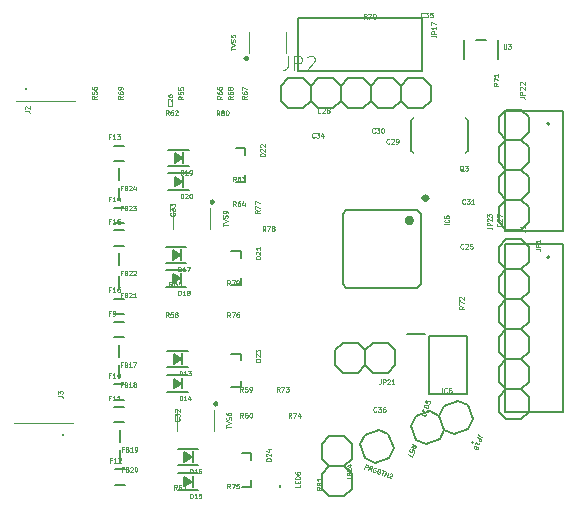
<source format=gbr>
%TF.GenerationSoftware,KiCad,Pcbnew,8.0.3*%
%TF.CreationDate,2024-06-29T02:25:23+02:00*%
%TF.ProjectId,io-16x-fused-fm,696f2d31-3678-42d6-9675-7365642d666d,rev?*%
%TF.SameCoordinates,Original*%
%TF.FileFunction,Legend,Top*%
%TF.FilePolarity,Positive*%
%FSLAX46Y46*%
G04 Gerber Fmt 4.6, Leading zero omitted, Abs format (unit mm)*
G04 Created by KiCad (PCBNEW 8.0.3) date 2024-06-29 02:25:23*
%MOMM*%
%LPD*%
G01*
G04 APERTURE LIST*
%ADD10C,0.093472*%
%ADD11C,0.094419*%
%ADD12C,0.095008*%
%ADD13C,0.096425*%
%ADD14C,0.114300*%
%ADD15C,0.074778*%
%ADD16C,0.203200*%
%ADD17C,0.152400*%
%ADD18C,0.000000*%
%ADD19C,0.120000*%
%ADD20C,0.250000*%
%ADD21C,0.400000*%
%ADD22C,0.406400*%
%ADD23C,0.200000*%
%ADD24C,0.100000*%
G04 APERTURE END LIST*
D10*
X139470708Y-118275317D02*
X139490067Y-118294676D01*
X139490067Y-118294676D02*
X139509425Y-118352751D01*
X139509425Y-118352751D02*
X139509425Y-118391468D01*
X139509425Y-118391468D02*
X139490067Y-118449544D01*
X139490067Y-118449544D02*
X139451350Y-118488261D01*
X139451350Y-118488261D02*
X139412633Y-118507619D01*
X139412633Y-118507619D02*
X139335199Y-118526978D01*
X139335199Y-118526978D02*
X139277123Y-118526978D01*
X139277123Y-118526978D02*
X139199689Y-118507619D01*
X139199689Y-118507619D02*
X139160972Y-118488261D01*
X139160972Y-118488261D02*
X139122255Y-118449544D01*
X139122255Y-118449544D02*
X139102897Y-118391468D01*
X139102897Y-118391468D02*
X139102897Y-118352751D01*
X139102897Y-118352751D02*
X139122255Y-118294676D01*
X139122255Y-118294676D02*
X139141614Y-118275317D01*
X139102897Y-118139808D02*
X139102897Y-117888148D01*
X139102897Y-117888148D02*
X139257765Y-118023657D01*
X139257765Y-118023657D02*
X139257765Y-117965582D01*
X139257765Y-117965582D02*
X139277123Y-117926865D01*
X139277123Y-117926865D02*
X139296482Y-117907506D01*
X139296482Y-117907506D02*
X139335199Y-117888148D01*
X139335199Y-117888148D02*
X139431991Y-117888148D01*
X139431991Y-117888148D02*
X139470708Y-117907506D01*
X139470708Y-117907506D02*
X139490067Y-117926865D01*
X139490067Y-117926865D02*
X139509425Y-117965582D01*
X139509425Y-117965582D02*
X139509425Y-118081733D01*
X139509425Y-118081733D02*
X139490067Y-118120450D01*
X139490067Y-118120450D02*
X139470708Y-118139808D01*
X139141614Y-117733280D02*
X139122255Y-117713921D01*
X139122255Y-117713921D02*
X139102897Y-117675204D01*
X139102897Y-117675204D02*
X139102897Y-117578412D01*
X139102897Y-117578412D02*
X139122255Y-117539695D01*
X139122255Y-117539695D02*
X139141614Y-117520336D01*
X139141614Y-117520336D02*
X139180331Y-117500978D01*
X139180331Y-117500978D02*
X139219048Y-117500978D01*
X139219048Y-117500978D02*
X139277123Y-117520336D01*
X139277123Y-117520336D02*
X139509425Y-117752638D01*
X139509425Y-117752638D02*
X139509425Y-117500978D01*
D11*
X160831474Y-85881143D02*
X161101241Y-85881143D01*
X161101241Y-85881143D02*
X161155195Y-85899128D01*
X161155195Y-85899128D02*
X161191164Y-85935097D01*
X161191164Y-85935097D02*
X161209148Y-85989050D01*
X161209148Y-85989050D02*
X161209148Y-86025019D01*
X161209148Y-85701298D02*
X160831474Y-85701298D01*
X160831474Y-85701298D02*
X160831474Y-85557422D01*
X160831474Y-85557422D02*
X160849458Y-85521453D01*
X160849458Y-85521453D02*
X160867443Y-85503469D01*
X160867443Y-85503469D02*
X160903412Y-85485484D01*
X160903412Y-85485484D02*
X160957365Y-85485484D01*
X160957365Y-85485484D02*
X160993334Y-85503469D01*
X160993334Y-85503469D02*
X161011319Y-85521453D01*
X161011319Y-85521453D02*
X161029303Y-85557422D01*
X161029303Y-85557422D02*
X161029303Y-85701298D01*
X161209148Y-85125795D02*
X161209148Y-85341609D01*
X161209148Y-85233702D02*
X160831474Y-85233702D01*
X160831474Y-85233702D02*
X160885427Y-85269671D01*
X160885427Y-85269671D02*
X160921396Y-85305640D01*
X160921396Y-85305640D02*
X160939381Y-85341609D01*
X160831474Y-84999903D02*
X160831474Y-84748120D01*
X160831474Y-84748120D02*
X161209148Y-84909981D01*
D10*
X146345225Y-113472619D02*
X145938697Y-113472619D01*
X145938697Y-113472619D02*
X145938697Y-113375827D01*
X145938697Y-113375827D02*
X145958055Y-113317751D01*
X145958055Y-113317751D02*
X145996772Y-113279034D01*
X145996772Y-113279034D02*
X146035489Y-113259676D01*
X146035489Y-113259676D02*
X146112923Y-113240317D01*
X146112923Y-113240317D02*
X146170999Y-113240317D01*
X146170999Y-113240317D02*
X146248433Y-113259676D01*
X146248433Y-113259676D02*
X146287150Y-113279034D01*
X146287150Y-113279034D02*
X146325867Y-113317751D01*
X146325867Y-113317751D02*
X146345225Y-113375827D01*
X146345225Y-113375827D02*
X146345225Y-113472619D01*
X145977414Y-113085450D02*
X145958055Y-113066091D01*
X145958055Y-113066091D02*
X145938697Y-113027374D01*
X145938697Y-113027374D02*
X145938697Y-112930582D01*
X145938697Y-112930582D02*
X145958055Y-112891865D01*
X145958055Y-112891865D02*
X145977414Y-112872506D01*
X145977414Y-112872506D02*
X146016131Y-112853148D01*
X146016131Y-112853148D02*
X146054848Y-112853148D01*
X146054848Y-112853148D02*
X146112923Y-112872506D01*
X146112923Y-112872506D02*
X146345225Y-113104808D01*
X146345225Y-113104808D02*
X146345225Y-112853148D01*
X145938697Y-112717638D02*
X145938697Y-112465978D01*
X145938697Y-112465978D02*
X146093565Y-112601487D01*
X146093565Y-112601487D02*
X146093565Y-112543412D01*
X146093565Y-112543412D02*
X146112923Y-112504695D01*
X146112923Y-112504695D02*
X146132282Y-112485336D01*
X146132282Y-112485336D02*
X146170999Y-112465978D01*
X146170999Y-112465978D02*
X146267791Y-112465978D01*
X146267791Y-112465978D02*
X146306508Y-112485336D01*
X146306508Y-112485336D02*
X146325867Y-112504695D01*
X146325867Y-112504695D02*
X146345225Y-112543412D01*
X146345225Y-112543412D02*
X146345225Y-112659563D01*
X146345225Y-112659563D02*
X146325867Y-112698280D01*
X146325867Y-112698280D02*
X146306508Y-112717638D01*
X133654195Y-94414495D02*
X133518686Y-94414495D01*
X133518686Y-94627438D02*
X133518686Y-94220910D01*
X133518686Y-94220910D02*
X133712271Y-94220910D01*
X134080082Y-94627438D02*
X133847780Y-94627438D01*
X133963931Y-94627438D02*
X133963931Y-94220910D01*
X133963931Y-94220910D02*
X133925214Y-94278985D01*
X133925214Y-94278985D02*
X133886497Y-94317702D01*
X133886497Y-94317702D02*
X133847780Y-94337061D01*
X134215592Y-94220910D02*
X134467252Y-94220910D01*
X134467252Y-94220910D02*
X134331743Y-94375778D01*
X134331743Y-94375778D02*
X134389818Y-94375778D01*
X134389818Y-94375778D02*
X134428535Y-94395136D01*
X134428535Y-94395136D02*
X134447894Y-94414495D01*
X134447894Y-94414495D02*
X134467252Y-94453212D01*
X134467252Y-94453212D02*
X134467252Y-94550004D01*
X134467252Y-94550004D02*
X134447894Y-94588721D01*
X134447894Y-94588721D02*
X134428535Y-94608080D01*
X134428535Y-94608080D02*
X134389818Y-94627438D01*
X134389818Y-94627438D02*
X134273667Y-94627438D01*
X134273667Y-94627438D02*
X134234950Y-94608080D01*
X134234950Y-94608080D02*
X134215592Y-94588721D01*
D12*
X134672915Y-107838672D02*
X134546238Y-107838672D01*
X134546238Y-108037736D02*
X134546238Y-107657705D01*
X134546238Y-107657705D02*
X134727205Y-107657705D01*
X134998656Y-107838672D02*
X135052946Y-107856769D01*
X135052946Y-107856769D02*
X135071043Y-107874866D01*
X135071043Y-107874866D02*
X135089140Y-107911059D01*
X135089140Y-107911059D02*
X135089140Y-107965349D01*
X135089140Y-107965349D02*
X135071043Y-108001543D01*
X135071043Y-108001543D02*
X135052946Y-108019640D01*
X135052946Y-108019640D02*
X135016753Y-108037736D01*
X135016753Y-108037736D02*
X134871979Y-108037736D01*
X134871979Y-108037736D02*
X134871979Y-107657705D01*
X134871979Y-107657705D02*
X134998656Y-107657705D01*
X134998656Y-107657705D02*
X135034850Y-107675802D01*
X135034850Y-107675802D02*
X135052946Y-107693899D01*
X135052946Y-107693899D02*
X135071043Y-107730092D01*
X135071043Y-107730092D02*
X135071043Y-107766286D01*
X135071043Y-107766286D02*
X135052946Y-107802479D01*
X135052946Y-107802479D02*
X135034850Y-107820576D01*
X135034850Y-107820576D02*
X134998656Y-107838672D01*
X134998656Y-107838672D02*
X134871979Y-107838672D01*
X135233913Y-107693899D02*
X135252010Y-107675802D01*
X135252010Y-107675802D02*
X135288204Y-107657705D01*
X135288204Y-107657705D02*
X135378687Y-107657705D01*
X135378687Y-107657705D02*
X135414881Y-107675802D01*
X135414881Y-107675802D02*
X135432977Y-107693899D01*
X135432977Y-107693899D02*
X135451074Y-107730092D01*
X135451074Y-107730092D02*
X135451074Y-107766286D01*
X135451074Y-107766286D02*
X135432977Y-107820576D01*
X135432977Y-107820576D02*
X135215817Y-108037736D01*
X135215817Y-108037736D02*
X135451074Y-108037736D01*
X135813008Y-108037736D02*
X135595847Y-108037736D01*
X135704428Y-108037736D02*
X135704428Y-107657705D01*
X135704428Y-107657705D02*
X135668234Y-107711995D01*
X135668234Y-107711995D02*
X135632041Y-107748189D01*
X135632041Y-107748189D02*
X135595847Y-107766286D01*
D10*
X143774788Y-107007438D02*
X143639278Y-106813853D01*
X143542486Y-107007438D02*
X143542486Y-106600910D01*
X143542486Y-106600910D02*
X143697354Y-106600910D01*
X143697354Y-106600910D02*
X143736071Y-106620268D01*
X143736071Y-106620268D02*
X143755429Y-106639627D01*
X143755429Y-106639627D02*
X143774788Y-106678344D01*
X143774788Y-106678344D02*
X143774788Y-106736419D01*
X143774788Y-106736419D02*
X143755429Y-106775136D01*
X143755429Y-106775136D02*
X143736071Y-106794495D01*
X143736071Y-106794495D02*
X143697354Y-106813853D01*
X143697354Y-106813853D02*
X143542486Y-106813853D01*
X143910297Y-106600910D02*
X144181316Y-106600910D01*
X144181316Y-106600910D02*
X144007089Y-107007438D01*
X144355542Y-107007438D02*
X144432976Y-107007438D01*
X144432976Y-107007438D02*
X144471693Y-106988080D01*
X144471693Y-106988080D02*
X144491052Y-106968721D01*
X144491052Y-106968721D02*
X144529769Y-106910646D01*
X144529769Y-106910646D02*
X144549127Y-106833212D01*
X144549127Y-106833212D02*
X144549127Y-106678344D01*
X144549127Y-106678344D02*
X144529769Y-106639627D01*
X144529769Y-106639627D02*
X144510410Y-106620268D01*
X144510410Y-106620268D02*
X144471693Y-106600910D01*
X144471693Y-106600910D02*
X144394259Y-106600910D01*
X144394259Y-106600910D02*
X144355542Y-106620268D01*
X144355542Y-106620268D02*
X144336184Y-106639627D01*
X144336184Y-106639627D02*
X144316825Y-106678344D01*
X144316825Y-106678344D02*
X144316825Y-106775136D01*
X144316825Y-106775136D02*
X144336184Y-106813853D01*
X144336184Y-106813853D02*
X144355542Y-106833212D01*
X144355542Y-106833212D02*
X144394259Y-106852570D01*
X144394259Y-106852570D02*
X144471693Y-106852570D01*
X144471693Y-106852570D02*
X144510410Y-106833212D01*
X144510410Y-106833212D02*
X144529769Y-106813853D01*
X144529769Y-106813853D02*
X144549127Y-106775136D01*
X133654195Y-107367795D02*
X133518686Y-107367795D01*
X133518686Y-107580738D02*
X133518686Y-107174210D01*
X133518686Y-107174210D02*
X133712271Y-107174210D01*
X134080082Y-107580738D02*
X133847780Y-107580738D01*
X133963931Y-107580738D02*
X133963931Y-107174210D01*
X133963931Y-107174210D02*
X133925214Y-107232285D01*
X133925214Y-107232285D02*
X133886497Y-107271002D01*
X133886497Y-107271002D02*
X133847780Y-107290361D01*
X134428535Y-107174210D02*
X134351101Y-107174210D01*
X134351101Y-107174210D02*
X134312384Y-107193568D01*
X134312384Y-107193568D02*
X134293026Y-107212927D01*
X134293026Y-107212927D02*
X134254309Y-107271002D01*
X134254309Y-107271002D02*
X134234950Y-107348436D01*
X134234950Y-107348436D02*
X134234950Y-107503304D01*
X134234950Y-107503304D02*
X134254309Y-107542021D01*
X134254309Y-107542021D02*
X134273667Y-107561380D01*
X134273667Y-107561380D02*
X134312384Y-107580738D01*
X134312384Y-107580738D02*
X134389818Y-107580738D01*
X134389818Y-107580738D02*
X134428535Y-107561380D01*
X134428535Y-107561380D02*
X134447894Y-107542021D01*
X134447894Y-107542021D02*
X134467252Y-107503304D01*
X134467252Y-107503304D02*
X134467252Y-107406512D01*
X134467252Y-107406512D02*
X134447894Y-107367795D01*
X134447894Y-107367795D02*
X134428535Y-107348436D01*
X134428535Y-107348436D02*
X134389818Y-107329078D01*
X134389818Y-107329078D02*
X134312384Y-107329078D01*
X134312384Y-107329078D02*
X134273667Y-107348436D01*
X134273667Y-107348436D02*
X134254309Y-107367795D01*
X134254309Y-107367795D02*
X134234950Y-107406512D01*
X149709425Y-123923769D02*
X149709425Y-124117354D01*
X149709425Y-124117354D02*
X149302897Y-124117354D01*
X149496482Y-123788260D02*
X149496482Y-123652751D01*
X149709425Y-123594675D02*
X149709425Y-123788260D01*
X149709425Y-123788260D02*
X149302897Y-123788260D01*
X149302897Y-123788260D02*
X149302897Y-123594675D01*
X149709425Y-123420449D02*
X149302897Y-123420449D01*
X149302897Y-123420449D02*
X149302897Y-123323657D01*
X149302897Y-123323657D02*
X149322255Y-123265581D01*
X149322255Y-123265581D02*
X149360972Y-123226864D01*
X149360972Y-123226864D02*
X149399689Y-123207506D01*
X149399689Y-123207506D02*
X149477123Y-123188147D01*
X149477123Y-123188147D02*
X149535199Y-123188147D01*
X149535199Y-123188147D02*
X149612633Y-123207506D01*
X149612633Y-123207506D02*
X149651350Y-123226864D01*
X149651350Y-123226864D02*
X149690067Y-123265581D01*
X149690067Y-123265581D02*
X149709425Y-123323657D01*
X149709425Y-123323657D02*
X149709425Y-123420449D01*
X149302897Y-122839695D02*
X149302897Y-122917129D01*
X149302897Y-122917129D02*
X149322255Y-122955846D01*
X149322255Y-122955846D02*
X149341614Y-122975204D01*
X149341614Y-122975204D02*
X149399689Y-123013921D01*
X149399689Y-123013921D02*
X149477123Y-123033280D01*
X149477123Y-123033280D02*
X149631991Y-123033280D01*
X149631991Y-123033280D02*
X149670708Y-123013921D01*
X149670708Y-123013921D02*
X149690067Y-122994563D01*
X149690067Y-122994563D02*
X149709425Y-122955846D01*
X149709425Y-122955846D02*
X149709425Y-122878412D01*
X149709425Y-122878412D02*
X149690067Y-122839695D01*
X149690067Y-122839695D02*
X149670708Y-122820336D01*
X149670708Y-122820336D02*
X149631991Y-122800978D01*
X149631991Y-122800978D02*
X149535199Y-122800978D01*
X149535199Y-122800978D02*
X149496482Y-122820336D01*
X149496482Y-122820336D02*
X149477123Y-122839695D01*
X149477123Y-122839695D02*
X149457765Y-122878412D01*
X149457765Y-122878412D02*
X149457765Y-122955846D01*
X149457765Y-122955846D02*
X149477123Y-122994563D01*
X149477123Y-122994563D02*
X149496482Y-123013921D01*
X149496482Y-123013921D02*
X149535199Y-123033280D01*
D12*
X139612479Y-99641236D02*
X139612479Y-99261205D01*
X139612479Y-99261205D02*
X139702963Y-99261205D01*
X139702963Y-99261205D02*
X139757253Y-99279302D01*
X139757253Y-99279302D02*
X139793446Y-99315495D01*
X139793446Y-99315495D02*
X139811543Y-99351689D01*
X139811543Y-99351689D02*
X139829640Y-99424076D01*
X139829640Y-99424076D02*
X139829640Y-99478366D01*
X139829640Y-99478366D02*
X139811543Y-99550753D01*
X139811543Y-99550753D02*
X139793446Y-99586946D01*
X139793446Y-99586946D02*
X139757253Y-99623140D01*
X139757253Y-99623140D02*
X139702963Y-99641236D01*
X139702963Y-99641236D02*
X139612479Y-99641236D01*
X139974413Y-99297399D02*
X139992510Y-99279302D01*
X139992510Y-99279302D02*
X140028704Y-99261205D01*
X140028704Y-99261205D02*
X140119187Y-99261205D01*
X140119187Y-99261205D02*
X140155381Y-99279302D01*
X140155381Y-99279302D02*
X140173477Y-99297399D01*
X140173477Y-99297399D02*
X140191574Y-99333592D01*
X140191574Y-99333592D02*
X140191574Y-99369786D01*
X140191574Y-99369786D02*
X140173477Y-99424076D01*
X140173477Y-99424076D02*
X139956317Y-99641236D01*
X139956317Y-99641236D02*
X140191574Y-99641236D01*
X140426831Y-99261205D02*
X140463024Y-99261205D01*
X140463024Y-99261205D02*
X140499218Y-99279302D01*
X140499218Y-99279302D02*
X140517315Y-99297399D01*
X140517315Y-99297399D02*
X140535411Y-99333592D01*
X140535411Y-99333592D02*
X140553508Y-99405979D01*
X140553508Y-99405979D02*
X140553508Y-99496463D01*
X140553508Y-99496463D02*
X140535411Y-99568849D01*
X140535411Y-99568849D02*
X140517315Y-99605043D01*
X140517315Y-99605043D02*
X140499218Y-99623140D01*
X140499218Y-99623140D02*
X140463024Y-99641236D01*
X140463024Y-99641236D02*
X140426831Y-99641236D01*
X140426831Y-99641236D02*
X140390638Y-99623140D01*
X140390638Y-99623140D02*
X140372541Y-99605043D01*
X140372541Y-99605043D02*
X140354444Y-99568849D01*
X140354444Y-99568849D02*
X140336347Y-99496463D01*
X140336347Y-99496463D02*
X140336347Y-99405979D01*
X140336347Y-99405979D02*
X140354444Y-99333592D01*
X140354444Y-99333592D02*
X140372541Y-99297399D01*
X140372541Y-99297399D02*
X140390638Y-99279302D01*
X140390638Y-99279302D02*
X140426831Y-99261205D01*
D10*
X138873988Y-107107438D02*
X138738478Y-106913853D01*
X138641686Y-107107438D02*
X138641686Y-106700910D01*
X138641686Y-106700910D02*
X138796554Y-106700910D01*
X138796554Y-106700910D02*
X138835271Y-106720268D01*
X138835271Y-106720268D02*
X138854629Y-106739627D01*
X138854629Y-106739627D02*
X138873988Y-106778344D01*
X138873988Y-106778344D02*
X138873988Y-106836419D01*
X138873988Y-106836419D02*
X138854629Y-106875136D01*
X138854629Y-106875136D02*
X138835271Y-106894495D01*
X138835271Y-106894495D02*
X138796554Y-106913853D01*
X138796554Y-106913853D02*
X138641686Y-106913853D01*
X139222440Y-106700910D02*
X139145006Y-106700910D01*
X139145006Y-106700910D02*
X139106289Y-106720268D01*
X139106289Y-106720268D02*
X139086931Y-106739627D01*
X139086931Y-106739627D02*
X139048214Y-106797702D01*
X139048214Y-106797702D02*
X139028855Y-106875136D01*
X139028855Y-106875136D02*
X139028855Y-107030004D01*
X139028855Y-107030004D02*
X139048214Y-107068721D01*
X139048214Y-107068721D02*
X139067572Y-107088080D01*
X139067572Y-107088080D02*
X139106289Y-107107438D01*
X139106289Y-107107438D02*
X139183723Y-107107438D01*
X139183723Y-107107438D02*
X139222440Y-107088080D01*
X139222440Y-107088080D02*
X139241799Y-107068721D01*
X139241799Y-107068721D02*
X139261157Y-107030004D01*
X139261157Y-107030004D02*
X139261157Y-106933212D01*
X139261157Y-106933212D02*
X139241799Y-106894495D01*
X139241799Y-106894495D02*
X139222440Y-106875136D01*
X139222440Y-106875136D02*
X139183723Y-106855778D01*
X139183723Y-106855778D02*
X139106289Y-106855778D01*
X139106289Y-106855778D02*
X139067572Y-106875136D01*
X139067572Y-106875136D02*
X139048214Y-106894495D01*
X139048214Y-106894495D02*
X139028855Y-106933212D01*
X139628969Y-106700910D02*
X139435384Y-106700910D01*
X139435384Y-106700910D02*
X139416025Y-106894495D01*
X139416025Y-106894495D02*
X139435384Y-106875136D01*
X139435384Y-106875136D02*
X139474101Y-106855778D01*
X139474101Y-106855778D02*
X139570893Y-106855778D01*
X139570893Y-106855778D02*
X139609610Y-106875136D01*
X139609610Y-106875136D02*
X139628969Y-106894495D01*
X139628969Y-106894495D02*
X139648327Y-106933212D01*
X139648327Y-106933212D02*
X139648327Y-107030004D01*
X139648327Y-107030004D02*
X139628969Y-107068721D01*
X139628969Y-107068721D02*
X139609610Y-107088080D01*
X139609610Y-107088080D02*
X139570893Y-107107438D01*
X139570893Y-107107438D02*
X139474101Y-107107438D01*
X139474101Y-107107438D02*
X139435384Y-107088080D01*
X139435384Y-107088080D02*
X139416025Y-107068721D01*
X133654195Y-109361195D02*
X133518686Y-109361195D01*
X133518686Y-109574138D02*
X133518686Y-109167610D01*
X133518686Y-109167610D02*
X133712271Y-109167610D01*
X133886497Y-109574138D02*
X133963931Y-109574138D01*
X133963931Y-109574138D02*
X134002648Y-109554780D01*
X134002648Y-109554780D02*
X134022007Y-109535421D01*
X134022007Y-109535421D02*
X134060724Y-109477346D01*
X134060724Y-109477346D02*
X134080082Y-109399912D01*
X134080082Y-109399912D02*
X134080082Y-109245044D01*
X134080082Y-109245044D02*
X134060724Y-109206327D01*
X134060724Y-109206327D02*
X134041365Y-109186968D01*
X134041365Y-109186968D02*
X134002648Y-109167610D01*
X134002648Y-109167610D02*
X133925214Y-109167610D01*
X133925214Y-109167610D02*
X133886497Y-109186968D01*
X133886497Y-109186968D02*
X133867139Y-109206327D01*
X133867139Y-109206327D02*
X133847780Y-109245044D01*
X133847780Y-109245044D02*
X133847780Y-109341836D01*
X133847780Y-109341836D02*
X133867139Y-109380553D01*
X133867139Y-109380553D02*
X133886497Y-109399912D01*
X133886497Y-109399912D02*
X133925214Y-109419270D01*
X133925214Y-109419270D02*
X134002648Y-109419270D01*
X134002648Y-109419270D02*
X134041365Y-109399912D01*
X134041365Y-109399912D02*
X134060724Y-109380553D01*
X134060724Y-109380553D02*
X134080082Y-109341836D01*
X134693788Y-90976461D02*
X134500203Y-91111971D01*
X134693788Y-91208763D02*
X134287260Y-91208763D01*
X134287260Y-91208763D02*
X134287260Y-91053895D01*
X134287260Y-91053895D02*
X134306618Y-91015178D01*
X134306618Y-91015178D02*
X134325977Y-90995820D01*
X134325977Y-90995820D02*
X134364694Y-90976461D01*
X134364694Y-90976461D02*
X134422769Y-90976461D01*
X134422769Y-90976461D02*
X134461486Y-90995820D01*
X134461486Y-90995820D02*
X134480845Y-91015178D01*
X134480845Y-91015178D02*
X134500203Y-91053895D01*
X134500203Y-91053895D02*
X134500203Y-91208763D01*
X134287260Y-90628009D02*
X134287260Y-90705443D01*
X134287260Y-90705443D02*
X134306618Y-90744160D01*
X134306618Y-90744160D02*
X134325977Y-90763518D01*
X134325977Y-90763518D02*
X134384052Y-90802235D01*
X134384052Y-90802235D02*
X134461486Y-90821594D01*
X134461486Y-90821594D02*
X134616354Y-90821594D01*
X134616354Y-90821594D02*
X134655071Y-90802235D01*
X134655071Y-90802235D02*
X134674430Y-90782877D01*
X134674430Y-90782877D02*
X134693788Y-90744160D01*
X134693788Y-90744160D02*
X134693788Y-90666726D01*
X134693788Y-90666726D02*
X134674430Y-90628009D01*
X134674430Y-90628009D02*
X134655071Y-90608650D01*
X134655071Y-90608650D02*
X134616354Y-90589292D01*
X134616354Y-90589292D02*
X134519562Y-90589292D01*
X134519562Y-90589292D02*
X134480845Y-90608650D01*
X134480845Y-90608650D02*
X134461486Y-90628009D01*
X134461486Y-90628009D02*
X134442128Y-90666726D01*
X134442128Y-90666726D02*
X134442128Y-90744160D01*
X134442128Y-90744160D02*
X134461486Y-90782877D01*
X134461486Y-90782877D02*
X134480845Y-90802235D01*
X134480845Y-90802235D02*
X134519562Y-90821594D01*
X134693788Y-90395707D02*
X134693788Y-90318273D01*
X134693788Y-90318273D02*
X134674430Y-90279556D01*
X134674430Y-90279556D02*
X134655071Y-90260197D01*
X134655071Y-90260197D02*
X134596996Y-90221480D01*
X134596996Y-90221480D02*
X134519562Y-90202122D01*
X134519562Y-90202122D02*
X134364694Y-90202122D01*
X134364694Y-90202122D02*
X134325977Y-90221480D01*
X134325977Y-90221480D02*
X134306618Y-90240839D01*
X134306618Y-90240839D02*
X134287260Y-90279556D01*
X134287260Y-90279556D02*
X134287260Y-90356990D01*
X134287260Y-90356990D02*
X134306618Y-90395707D01*
X134306618Y-90395707D02*
X134325977Y-90415065D01*
X134325977Y-90415065D02*
X134364694Y-90434424D01*
X134364694Y-90434424D02*
X134461486Y-90434424D01*
X134461486Y-90434424D02*
X134500203Y-90415065D01*
X134500203Y-90415065D02*
X134519562Y-90395707D01*
X134519562Y-90395707D02*
X134538920Y-90356990D01*
X134538920Y-90356990D02*
X134538920Y-90279556D01*
X134538920Y-90279556D02*
X134519562Y-90240839D01*
X134519562Y-90240839D02*
X134500203Y-90221480D01*
X134500203Y-90221480D02*
X134461486Y-90202122D01*
D12*
X139412479Y-107841236D02*
X139412479Y-107461205D01*
X139412479Y-107461205D02*
X139502963Y-107461205D01*
X139502963Y-107461205D02*
X139557253Y-107479302D01*
X139557253Y-107479302D02*
X139593446Y-107515495D01*
X139593446Y-107515495D02*
X139611543Y-107551689D01*
X139611543Y-107551689D02*
X139629640Y-107624076D01*
X139629640Y-107624076D02*
X139629640Y-107678366D01*
X139629640Y-107678366D02*
X139611543Y-107750753D01*
X139611543Y-107750753D02*
X139593446Y-107786946D01*
X139593446Y-107786946D02*
X139557253Y-107823140D01*
X139557253Y-107823140D02*
X139502963Y-107841236D01*
X139502963Y-107841236D02*
X139412479Y-107841236D01*
X139991574Y-107841236D02*
X139774413Y-107841236D01*
X139882994Y-107841236D02*
X139882994Y-107461205D01*
X139882994Y-107461205D02*
X139846800Y-107515495D01*
X139846800Y-107515495D02*
X139810607Y-107551689D01*
X139810607Y-107551689D02*
X139774413Y-107569786D01*
X140208734Y-107624076D02*
X140172541Y-107605979D01*
X140172541Y-107605979D02*
X140154444Y-107587882D01*
X140154444Y-107587882D02*
X140136347Y-107551689D01*
X140136347Y-107551689D02*
X140136347Y-107533592D01*
X140136347Y-107533592D02*
X140154444Y-107497399D01*
X140154444Y-107497399D02*
X140172541Y-107479302D01*
X140172541Y-107479302D02*
X140208734Y-107461205D01*
X140208734Y-107461205D02*
X140281121Y-107461205D01*
X140281121Y-107461205D02*
X140317315Y-107479302D01*
X140317315Y-107479302D02*
X140335411Y-107497399D01*
X140335411Y-107497399D02*
X140353508Y-107533592D01*
X140353508Y-107533592D02*
X140353508Y-107551689D01*
X140353508Y-107551689D02*
X140335411Y-107587882D01*
X140335411Y-107587882D02*
X140317315Y-107605979D01*
X140317315Y-107605979D02*
X140281121Y-107624076D01*
X140281121Y-107624076D02*
X140208734Y-107624076D01*
X140208734Y-107624076D02*
X140172541Y-107642172D01*
X140172541Y-107642172D02*
X140154444Y-107660269D01*
X140154444Y-107660269D02*
X140136347Y-107696463D01*
X140136347Y-107696463D02*
X140136347Y-107768849D01*
X140136347Y-107768849D02*
X140154444Y-107805043D01*
X140154444Y-107805043D02*
X140172541Y-107823140D01*
X140172541Y-107823140D02*
X140208734Y-107841236D01*
X140208734Y-107841236D02*
X140281121Y-107841236D01*
X140281121Y-107841236D02*
X140317315Y-107823140D01*
X140317315Y-107823140D02*
X140335411Y-107805043D01*
X140335411Y-107805043D02*
X140353508Y-107768849D01*
X140353508Y-107768849D02*
X140353508Y-107696463D01*
X140353508Y-107696463D02*
X140335411Y-107660269D01*
X140335411Y-107660269D02*
X140317315Y-107642172D01*
X140317315Y-107642172D02*
X140281121Y-107624076D01*
D10*
X133654195Y-101587895D02*
X133518686Y-101587895D01*
X133518686Y-101800838D02*
X133518686Y-101394310D01*
X133518686Y-101394310D02*
X133712271Y-101394310D01*
X134080082Y-101800838D02*
X133847780Y-101800838D01*
X133963931Y-101800838D02*
X133963931Y-101394310D01*
X133963931Y-101394310D02*
X133925214Y-101452385D01*
X133925214Y-101452385D02*
X133886497Y-101491102D01*
X133886497Y-101491102D02*
X133847780Y-101510461D01*
X134447894Y-101394310D02*
X134254309Y-101394310D01*
X134254309Y-101394310D02*
X134234950Y-101587895D01*
X134234950Y-101587895D02*
X134254309Y-101568536D01*
X134254309Y-101568536D02*
X134293026Y-101549178D01*
X134293026Y-101549178D02*
X134389818Y-101549178D01*
X134389818Y-101549178D02*
X134428535Y-101568536D01*
X134428535Y-101568536D02*
X134447894Y-101587895D01*
X134447894Y-101587895D02*
X134467252Y-101626612D01*
X134467252Y-101626612D02*
X134467252Y-101723404D01*
X134467252Y-101723404D02*
X134447894Y-101762121D01*
X134447894Y-101762121D02*
X134428535Y-101781480D01*
X134428535Y-101781480D02*
X134389818Y-101800838D01*
X134389818Y-101800838D02*
X134293026Y-101800838D01*
X134293026Y-101800838D02*
X134254309Y-101781480D01*
X134254309Y-101781480D02*
X134234950Y-101762121D01*
X148974788Y-118207438D02*
X148839278Y-118013853D01*
X148742486Y-118207438D02*
X148742486Y-117800910D01*
X148742486Y-117800910D02*
X148897354Y-117800910D01*
X148897354Y-117800910D02*
X148936071Y-117820268D01*
X148936071Y-117820268D02*
X148955429Y-117839627D01*
X148955429Y-117839627D02*
X148974788Y-117878344D01*
X148974788Y-117878344D02*
X148974788Y-117936419D01*
X148974788Y-117936419D02*
X148955429Y-117975136D01*
X148955429Y-117975136D02*
X148936071Y-117994495D01*
X148936071Y-117994495D02*
X148897354Y-118013853D01*
X148897354Y-118013853D02*
X148742486Y-118013853D01*
X149110297Y-117800910D02*
X149381316Y-117800910D01*
X149381316Y-117800910D02*
X149207089Y-118207438D01*
X149710410Y-117936419D02*
X149710410Y-118207438D01*
X149613618Y-117781552D02*
X149516825Y-118071929D01*
X149516825Y-118071929D02*
X149768486Y-118071929D01*
X151438988Y-92368721D02*
X151419629Y-92388080D01*
X151419629Y-92388080D02*
X151361554Y-92407438D01*
X151361554Y-92407438D02*
X151322837Y-92407438D01*
X151322837Y-92407438D02*
X151264761Y-92388080D01*
X151264761Y-92388080D02*
X151226044Y-92349363D01*
X151226044Y-92349363D02*
X151206686Y-92310646D01*
X151206686Y-92310646D02*
X151187327Y-92233212D01*
X151187327Y-92233212D02*
X151187327Y-92175136D01*
X151187327Y-92175136D02*
X151206686Y-92097702D01*
X151206686Y-92097702D02*
X151226044Y-92058985D01*
X151226044Y-92058985D02*
X151264761Y-92020268D01*
X151264761Y-92020268D02*
X151322837Y-92000910D01*
X151322837Y-92000910D02*
X151361554Y-92000910D01*
X151361554Y-92000910D02*
X151419629Y-92020268D01*
X151419629Y-92020268D02*
X151438988Y-92039627D01*
X151593855Y-92039627D02*
X151613214Y-92020268D01*
X151613214Y-92020268D02*
X151651931Y-92000910D01*
X151651931Y-92000910D02*
X151748723Y-92000910D01*
X151748723Y-92000910D02*
X151787440Y-92020268D01*
X151787440Y-92020268D02*
X151806799Y-92039627D01*
X151806799Y-92039627D02*
X151826157Y-92078344D01*
X151826157Y-92078344D02*
X151826157Y-92117061D01*
X151826157Y-92117061D02*
X151806799Y-92175136D01*
X151806799Y-92175136D02*
X151574497Y-92407438D01*
X151574497Y-92407438D02*
X151826157Y-92407438D01*
X152058459Y-92175136D02*
X152019742Y-92155778D01*
X152019742Y-92155778D02*
X152000384Y-92136419D01*
X152000384Y-92136419D02*
X151981025Y-92097702D01*
X151981025Y-92097702D02*
X151981025Y-92078344D01*
X151981025Y-92078344D02*
X152000384Y-92039627D01*
X152000384Y-92039627D02*
X152019742Y-92020268D01*
X152019742Y-92020268D02*
X152058459Y-92000910D01*
X152058459Y-92000910D02*
X152135893Y-92000910D01*
X152135893Y-92000910D02*
X152174610Y-92020268D01*
X152174610Y-92020268D02*
X152193969Y-92039627D01*
X152193969Y-92039627D02*
X152213327Y-92078344D01*
X152213327Y-92078344D02*
X152213327Y-92097702D01*
X152213327Y-92097702D02*
X152193969Y-92136419D01*
X152193969Y-92136419D02*
X152174610Y-92155778D01*
X152174610Y-92155778D02*
X152135893Y-92175136D01*
X152135893Y-92175136D02*
X152058459Y-92175136D01*
X152058459Y-92175136D02*
X152019742Y-92194495D01*
X152019742Y-92194495D02*
X152000384Y-92213853D01*
X152000384Y-92213853D02*
X151981025Y-92252570D01*
X151981025Y-92252570D02*
X151981025Y-92330004D01*
X151981025Y-92330004D02*
X152000384Y-92368721D01*
X152000384Y-92368721D02*
X152019742Y-92388080D01*
X152019742Y-92388080D02*
X152058459Y-92407438D01*
X152058459Y-92407438D02*
X152135893Y-92407438D01*
X152135893Y-92407438D02*
X152174610Y-92388080D01*
X152174610Y-92388080D02*
X152193969Y-92368721D01*
X152193969Y-92368721D02*
X152213327Y-92330004D01*
X152213327Y-92330004D02*
X152213327Y-92252570D01*
X152213327Y-92252570D02*
X152193969Y-92213853D01*
X152193969Y-92213853D02*
X152174610Y-92194495D01*
X152174610Y-92194495D02*
X152135893Y-92175136D01*
X143774788Y-124207438D02*
X143639278Y-124013853D01*
X143542486Y-124207438D02*
X143542486Y-123800910D01*
X143542486Y-123800910D02*
X143697354Y-123800910D01*
X143697354Y-123800910D02*
X143736071Y-123820268D01*
X143736071Y-123820268D02*
X143755429Y-123839627D01*
X143755429Y-123839627D02*
X143774788Y-123878344D01*
X143774788Y-123878344D02*
X143774788Y-123936419D01*
X143774788Y-123936419D02*
X143755429Y-123975136D01*
X143755429Y-123975136D02*
X143736071Y-123994495D01*
X143736071Y-123994495D02*
X143697354Y-124013853D01*
X143697354Y-124013853D02*
X143542486Y-124013853D01*
X143910297Y-123800910D02*
X144181316Y-123800910D01*
X144181316Y-123800910D02*
X144007089Y-124207438D01*
X144529769Y-123800910D02*
X144336184Y-123800910D01*
X144336184Y-123800910D02*
X144316825Y-123994495D01*
X144316825Y-123994495D02*
X144336184Y-123975136D01*
X144336184Y-123975136D02*
X144374901Y-123955778D01*
X144374901Y-123955778D02*
X144471693Y-123955778D01*
X144471693Y-123955778D02*
X144510410Y-123975136D01*
X144510410Y-123975136D02*
X144529769Y-123994495D01*
X144529769Y-123994495D02*
X144549127Y-124033212D01*
X144549127Y-124033212D02*
X144549127Y-124130004D01*
X144549127Y-124130004D02*
X144529769Y-124168721D01*
X144529769Y-124168721D02*
X144510410Y-124188080D01*
X144510410Y-124188080D02*
X144471693Y-124207438D01*
X144471693Y-124207438D02*
X144374901Y-124207438D01*
X144374901Y-124207438D02*
X144336184Y-124188080D01*
X144336184Y-124188080D02*
X144316825Y-124168721D01*
X160175132Y-84284358D02*
X160155773Y-84303717D01*
X160155773Y-84303717D02*
X160097698Y-84323075D01*
X160097698Y-84323075D02*
X160058981Y-84323075D01*
X160058981Y-84323075D02*
X160000905Y-84303717D01*
X160000905Y-84303717D02*
X159962188Y-84265000D01*
X159962188Y-84265000D02*
X159942830Y-84226283D01*
X159942830Y-84226283D02*
X159923471Y-84148849D01*
X159923471Y-84148849D02*
X159923471Y-84090773D01*
X159923471Y-84090773D02*
X159942830Y-84013339D01*
X159942830Y-84013339D02*
X159962188Y-83974622D01*
X159962188Y-83974622D02*
X160000905Y-83935905D01*
X160000905Y-83935905D02*
X160058981Y-83916547D01*
X160058981Y-83916547D02*
X160097698Y-83916547D01*
X160097698Y-83916547D02*
X160155773Y-83935905D01*
X160155773Y-83935905D02*
X160175132Y-83955264D01*
X160310641Y-83916547D02*
X160562301Y-83916547D01*
X160562301Y-83916547D02*
X160426792Y-84071415D01*
X160426792Y-84071415D02*
X160484867Y-84071415D01*
X160484867Y-84071415D02*
X160523584Y-84090773D01*
X160523584Y-84090773D02*
X160542943Y-84110132D01*
X160542943Y-84110132D02*
X160562301Y-84148849D01*
X160562301Y-84148849D02*
X160562301Y-84245641D01*
X160562301Y-84245641D02*
X160542943Y-84284358D01*
X160542943Y-84284358D02*
X160523584Y-84303717D01*
X160523584Y-84303717D02*
X160484867Y-84323075D01*
X160484867Y-84323075D02*
X160368716Y-84323075D01*
X160368716Y-84323075D02*
X160329999Y-84303717D01*
X160329999Y-84303717D02*
X160310641Y-84284358D01*
X160930113Y-83916547D02*
X160736528Y-83916547D01*
X160736528Y-83916547D02*
X160717169Y-84110132D01*
X160717169Y-84110132D02*
X160736528Y-84090773D01*
X160736528Y-84090773D02*
X160775245Y-84071415D01*
X160775245Y-84071415D02*
X160872037Y-84071415D01*
X160872037Y-84071415D02*
X160910754Y-84090773D01*
X160910754Y-84090773D02*
X160930113Y-84110132D01*
X160930113Y-84110132D02*
X160949471Y-84148849D01*
X160949471Y-84148849D02*
X160949471Y-84245641D01*
X160949471Y-84245641D02*
X160930113Y-84284358D01*
X160930113Y-84284358D02*
X160910754Y-84303717D01*
X160910754Y-84303717D02*
X160872037Y-84323075D01*
X160872037Y-84323075D02*
X160775245Y-84323075D01*
X160775245Y-84323075D02*
X160736528Y-84303717D01*
X160736528Y-84303717D02*
X160717169Y-84284358D01*
X144009425Y-91010317D02*
X143815840Y-91145827D01*
X144009425Y-91242619D02*
X143602897Y-91242619D01*
X143602897Y-91242619D02*
X143602897Y-91087751D01*
X143602897Y-91087751D02*
X143622255Y-91049034D01*
X143622255Y-91049034D02*
X143641614Y-91029676D01*
X143641614Y-91029676D02*
X143680331Y-91010317D01*
X143680331Y-91010317D02*
X143738406Y-91010317D01*
X143738406Y-91010317D02*
X143777123Y-91029676D01*
X143777123Y-91029676D02*
X143796482Y-91049034D01*
X143796482Y-91049034D02*
X143815840Y-91087751D01*
X143815840Y-91087751D02*
X143815840Y-91242619D01*
X143602897Y-90661865D02*
X143602897Y-90739299D01*
X143602897Y-90739299D02*
X143622255Y-90778016D01*
X143622255Y-90778016D02*
X143641614Y-90797374D01*
X143641614Y-90797374D02*
X143699689Y-90836091D01*
X143699689Y-90836091D02*
X143777123Y-90855450D01*
X143777123Y-90855450D02*
X143931991Y-90855450D01*
X143931991Y-90855450D02*
X143970708Y-90836091D01*
X143970708Y-90836091D02*
X143990067Y-90816733D01*
X143990067Y-90816733D02*
X144009425Y-90778016D01*
X144009425Y-90778016D02*
X144009425Y-90700582D01*
X144009425Y-90700582D02*
X143990067Y-90661865D01*
X143990067Y-90661865D02*
X143970708Y-90642506D01*
X143970708Y-90642506D02*
X143931991Y-90623148D01*
X143931991Y-90623148D02*
X143835199Y-90623148D01*
X143835199Y-90623148D02*
X143796482Y-90642506D01*
X143796482Y-90642506D02*
X143777123Y-90661865D01*
X143777123Y-90661865D02*
X143757765Y-90700582D01*
X143757765Y-90700582D02*
X143757765Y-90778016D01*
X143757765Y-90778016D02*
X143777123Y-90816733D01*
X143777123Y-90816733D02*
X143796482Y-90836091D01*
X143796482Y-90836091D02*
X143835199Y-90855450D01*
X143777123Y-90390846D02*
X143757765Y-90429563D01*
X143757765Y-90429563D02*
X143738406Y-90448921D01*
X143738406Y-90448921D02*
X143699689Y-90468280D01*
X143699689Y-90468280D02*
X143680331Y-90468280D01*
X143680331Y-90468280D02*
X143641614Y-90448921D01*
X143641614Y-90448921D02*
X143622255Y-90429563D01*
X143622255Y-90429563D02*
X143602897Y-90390846D01*
X143602897Y-90390846D02*
X143602897Y-90313412D01*
X143602897Y-90313412D02*
X143622255Y-90274695D01*
X143622255Y-90274695D02*
X143641614Y-90255336D01*
X143641614Y-90255336D02*
X143680331Y-90235978D01*
X143680331Y-90235978D02*
X143699689Y-90235978D01*
X143699689Y-90235978D02*
X143738406Y-90255336D01*
X143738406Y-90255336D02*
X143757765Y-90274695D01*
X143757765Y-90274695D02*
X143777123Y-90313412D01*
X143777123Y-90313412D02*
X143777123Y-90390846D01*
X143777123Y-90390846D02*
X143796482Y-90429563D01*
X143796482Y-90429563D02*
X143815840Y-90448921D01*
X143815840Y-90448921D02*
X143854557Y-90468280D01*
X143854557Y-90468280D02*
X143931991Y-90468280D01*
X143931991Y-90468280D02*
X143970708Y-90448921D01*
X143970708Y-90448921D02*
X143990067Y-90429563D01*
X143990067Y-90429563D02*
X144009425Y-90390846D01*
X144009425Y-90390846D02*
X144009425Y-90313412D01*
X144009425Y-90313412D02*
X143990067Y-90274695D01*
X143990067Y-90274695D02*
X143970708Y-90255336D01*
X143970708Y-90255336D02*
X143931991Y-90235978D01*
X143931991Y-90235978D02*
X143854557Y-90235978D01*
X143854557Y-90235978D02*
X143815840Y-90255336D01*
X143815840Y-90255336D02*
X143796482Y-90274695D01*
X143796482Y-90274695D02*
X143777123Y-90313412D01*
X133654195Y-114641195D02*
X133518686Y-114641195D01*
X133518686Y-114854138D02*
X133518686Y-114447610D01*
X133518686Y-114447610D02*
X133712271Y-114447610D01*
X134080082Y-114854138D02*
X133847780Y-114854138D01*
X133963931Y-114854138D02*
X133963931Y-114447610D01*
X133963931Y-114447610D02*
X133925214Y-114505685D01*
X133925214Y-114505685D02*
X133886497Y-114544402D01*
X133886497Y-114544402D02*
X133847780Y-114563761D01*
X134331743Y-114447610D02*
X134370460Y-114447610D01*
X134370460Y-114447610D02*
X134409177Y-114466968D01*
X134409177Y-114466968D02*
X134428535Y-114486327D01*
X134428535Y-114486327D02*
X134447894Y-114525044D01*
X134447894Y-114525044D02*
X134467252Y-114602478D01*
X134467252Y-114602478D02*
X134467252Y-114699270D01*
X134467252Y-114699270D02*
X134447894Y-114776704D01*
X134447894Y-114776704D02*
X134428535Y-114815421D01*
X134428535Y-114815421D02*
X134409177Y-114834780D01*
X134409177Y-114834780D02*
X134370460Y-114854138D01*
X134370460Y-114854138D02*
X134331743Y-114854138D01*
X134331743Y-114854138D02*
X134293026Y-114834780D01*
X134293026Y-114834780D02*
X134273667Y-114815421D01*
X134273667Y-114815421D02*
X134254309Y-114776704D01*
X134254309Y-114776704D02*
X134234950Y-114699270D01*
X134234950Y-114699270D02*
X134234950Y-114602478D01*
X134234950Y-114602478D02*
X134254309Y-114525044D01*
X134254309Y-114525044D02*
X134273667Y-114486327D01*
X134273667Y-114486327D02*
X134293026Y-114466968D01*
X134293026Y-114466968D02*
X134331743Y-114447610D01*
X143170397Y-102009597D02*
X143170397Y-101777295D01*
X143576925Y-101893446D02*
X143170397Y-101893446D01*
X143170397Y-101699861D02*
X143576925Y-101564351D01*
X143576925Y-101564351D02*
X143170397Y-101428842D01*
X143557567Y-101312691D02*
X143576925Y-101254615D01*
X143576925Y-101254615D02*
X143576925Y-101157823D01*
X143576925Y-101157823D02*
X143557567Y-101119106D01*
X143557567Y-101119106D02*
X143538208Y-101099747D01*
X143538208Y-101099747D02*
X143499491Y-101080389D01*
X143499491Y-101080389D02*
X143460774Y-101080389D01*
X143460774Y-101080389D02*
X143422057Y-101099747D01*
X143422057Y-101099747D02*
X143402699Y-101119106D01*
X143402699Y-101119106D02*
X143383340Y-101157823D01*
X143383340Y-101157823D02*
X143363982Y-101235257D01*
X143363982Y-101235257D02*
X143344623Y-101273974D01*
X143344623Y-101273974D02*
X143325265Y-101293332D01*
X143325265Y-101293332D02*
X143286548Y-101312691D01*
X143286548Y-101312691D02*
X143247831Y-101312691D01*
X143247831Y-101312691D02*
X143209114Y-101293332D01*
X143209114Y-101293332D02*
X143189755Y-101273974D01*
X143189755Y-101273974D02*
X143170397Y-101235257D01*
X143170397Y-101235257D02*
X143170397Y-101138464D01*
X143170397Y-101138464D02*
X143189755Y-101080389D01*
X143576925Y-100886804D02*
X143576925Y-100809370D01*
X143576925Y-100809370D02*
X143557567Y-100770653D01*
X143557567Y-100770653D02*
X143538208Y-100751294D01*
X143538208Y-100751294D02*
X143480133Y-100712577D01*
X143480133Y-100712577D02*
X143402699Y-100693219D01*
X143402699Y-100693219D02*
X143247831Y-100693219D01*
X143247831Y-100693219D02*
X143209114Y-100712577D01*
X143209114Y-100712577D02*
X143189755Y-100731936D01*
X143189755Y-100731936D02*
X143170397Y-100770653D01*
X143170397Y-100770653D02*
X143170397Y-100848087D01*
X143170397Y-100848087D02*
X143189755Y-100886804D01*
X143189755Y-100886804D02*
X143209114Y-100906162D01*
X143209114Y-100906162D02*
X143247831Y-100925521D01*
X143247831Y-100925521D02*
X143344623Y-100925521D01*
X143344623Y-100925521D02*
X143383340Y-100906162D01*
X143383340Y-100906162D02*
X143402699Y-100886804D01*
X143402699Y-100886804D02*
X143422057Y-100848087D01*
X143422057Y-100848087D02*
X143422057Y-100770653D01*
X143422057Y-100770653D02*
X143402699Y-100731936D01*
X143402699Y-100731936D02*
X143383340Y-100712577D01*
X143383340Y-100712577D02*
X143344623Y-100693219D01*
X155340132Y-84423075D02*
X155204622Y-84229490D01*
X155107830Y-84423075D02*
X155107830Y-84016547D01*
X155107830Y-84016547D02*
X155262698Y-84016547D01*
X155262698Y-84016547D02*
X155301415Y-84035905D01*
X155301415Y-84035905D02*
X155320773Y-84055264D01*
X155320773Y-84055264D02*
X155340132Y-84093981D01*
X155340132Y-84093981D02*
X155340132Y-84152056D01*
X155340132Y-84152056D02*
X155320773Y-84190773D01*
X155320773Y-84190773D02*
X155301415Y-84210132D01*
X155301415Y-84210132D02*
X155262698Y-84229490D01*
X155262698Y-84229490D02*
X155107830Y-84229490D01*
X155475641Y-84016547D02*
X155746660Y-84016547D01*
X155746660Y-84016547D02*
X155572433Y-84423075D01*
X155978962Y-84016547D02*
X156017679Y-84016547D01*
X156017679Y-84016547D02*
X156056396Y-84035905D01*
X156056396Y-84035905D02*
X156075754Y-84055264D01*
X156075754Y-84055264D02*
X156095113Y-84093981D01*
X156095113Y-84093981D02*
X156114471Y-84171415D01*
X156114471Y-84171415D02*
X156114471Y-84268207D01*
X156114471Y-84268207D02*
X156095113Y-84345641D01*
X156095113Y-84345641D02*
X156075754Y-84384358D01*
X156075754Y-84384358D02*
X156056396Y-84403717D01*
X156056396Y-84403717D02*
X156017679Y-84423075D01*
X156017679Y-84423075D02*
X155978962Y-84423075D01*
X155978962Y-84423075D02*
X155940245Y-84403717D01*
X155940245Y-84403717D02*
X155920886Y-84384358D01*
X155920886Y-84384358D02*
X155901528Y-84345641D01*
X155901528Y-84345641D02*
X155882169Y-84268207D01*
X155882169Y-84268207D02*
X155882169Y-84171415D01*
X155882169Y-84171415D02*
X155901528Y-84093981D01*
X155901528Y-84093981D02*
X155920886Y-84055264D01*
X155920886Y-84055264D02*
X155940245Y-84035905D01*
X155940245Y-84035905D02*
X155978962Y-84016547D01*
D13*
X153660551Y-123291486D02*
X153936051Y-123291486D01*
X153936051Y-123291486D02*
X153991151Y-123309853D01*
X153991151Y-123309853D02*
X154027885Y-123346586D01*
X154027885Y-123346586D02*
X154046251Y-123401686D01*
X154046251Y-123401686D02*
X154046251Y-123438420D01*
X154046251Y-123107819D02*
X153660551Y-123107819D01*
X153660551Y-123107819D02*
X153660551Y-122960886D01*
X153660551Y-122960886D02*
X153678918Y-122924153D01*
X153678918Y-122924153D02*
X153697285Y-122905786D01*
X153697285Y-122905786D02*
X153734018Y-122887419D01*
X153734018Y-122887419D02*
X153789118Y-122887419D01*
X153789118Y-122887419D02*
X153825851Y-122905786D01*
X153825851Y-122905786D02*
X153844218Y-122924153D01*
X153844218Y-122924153D02*
X153862585Y-122960886D01*
X153862585Y-122960886D02*
X153862585Y-123107819D01*
X153697285Y-122740486D02*
X153678918Y-122722119D01*
X153678918Y-122722119D02*
X153660551Y-122685386D01*
X153660551Y-122685386D02*
X153660551Y-122593553D01*
X153660551Y-122593553D02*
X153678918Y-122556819D01*
X153678918Y-122556819D02*
X153697285Y-122538453D01*
X153697285Y-122538453D02*
X153734018Y-122520086D01*
X153734018Y-122520086D02*
X153770751Y-122520086D01*
X153770751Y-122520086D02*
X153825851Y-122538453D01*
X153825851Y-122538453D02*
X154046251Y-122758853D01*
X154046251Y-122758853D02*
X154046251Y-122520086D01*
X153789118Y-122189486D02*
X154046251Y-122189486D01*
X153642185Y-122281320D02*
X153917685Y-122373153D01*
X153917685Y-122373153D02*
X153917685Y-122134386D01*
D12*
X134672915Y-113718672D02*
X134546238Y-113718672D01*
X134546238Y-113917736D02*
X134546238Y-113537705D01*
X134546238Y-113537705D02*
X134727205Y-113537705D01*
X134998656Y-113718672D02*
X135052946Y-113736769D01*
X135052946Y-113736769D02*
X135071043Y-113754866D01*
X135071043Y-113754866D02*
X135089140Y-113791059D01*
X135089140Y-113791059D02*
X135089140Y-113845349D01*
X135089140Y-113845349D02*
X135071043Y-113881543D01*
X135071043Y-113881543D02*
X135052946Y-113899640D01*
X135052946Y-113899640D02*
X135016753Y-113917736D01*
X135016753Y-113917736D02*
X134871979Y-113917736D01*
X134871979Y-113917736D02*
X134871979Y-113537705D01*
X134871979Y-113537705D02*
X134998656Y-113537705D01*
X134998656Y-113537705D02*
X135034850Y-113555802D01*
X135034850Y-113555802D02*
X135052946Y-113573899D01*
X135052946Y-113573899D02*
X135071043Y-113610092D01*
X135071043Y-113610092D02*
X135071043Y-113646286D01*
X135071043Y-113646286D02*
X135052946Y-113682479D01*
X135052946Y-113682479D02*
X135034850Y-113700576D01*
X135034850Y-113700576D02*
X134998656Y-113718672D01*
X134998656Y-113718672D02*
X134871979Y-113718672D01*
X135451074Y-113917736D02*
X135233913Y-113917736D01*
X135342494Y-113917736D02*
X135342494Y-113537705D01*
X135342494Y-113537705D02*
X135306300Y-113591995D01*
X135306300Y-113591995D02*
X135270107Y-113628189D01*
X135270107Y-113628189D02*
X135233913Y-113646286D01*
X135577751Y-113537705D02*
X135831105Y-113537705D01*
X135831105Y-113537705D02*
X135668234Y-113917736D01*
D10*
X166493788Y-89876461D02*
X166300203Y-90011971D01*
X166493788Y-90108763D02*
X166087260Y-90108763D01*
X166087260Y-90108763D02*
X166087260Y-89953895D01*
X166087260Y-89953895D02*
X166106618Y-89915178D01*
X166106618Y-89915178D02*
X166125977Y-89895820D01*
X166125977Y-89895820D02*
X166164694Y-89876461D01*
X166164694Y-89876461D02*
X166222769Y-89876461D01*
X166222769Y-89876461D02*
X166261486Y-89895820D01*
X166261486Y-89895820D02*
X166280845Y-89915178D01*
X166280845Y-89915178D02*
X166300203Y-89953895D01*
X166300203Y-89953895D02*
X166300203Y-90108763D01*
X166087260Y-89740952D02*
X166087260Y-89469933D01*
X166087260Y-89469933D02*
X166493788Y-89644160D01*
X166493788Y-89102122D02*
X166493788Y-89334424D01*
X166493788Y-89218273D02*
X166087260Y-89218273D01*
X166087260Y-89218273D02*
X166145335Y-89256990D01*
X166145335Y-89256990D02*
X166184052Y-89295707D01*
X166184052Y-89295707D02*
X166203411Y-89334424D01*
D12*
X134772915Y-120891972D02*
X134646238Y-120891972D01*
X134646238Y-121091036D02*
X134646238Y-120711005D01*
X134646238Y-120711005D02*
X134827205Y-120711005D01*
X135098656Y-120891972D02*
X135152946Y-120910069D01*
X135152946Y-120910069D02*
X135171043Y-120928166D01*
X135171043Y-120928166D02*
X135189140Y-120964359D01*
X135189140Y-120964359D02*
X135189140Y-121018649D01*
X135189140Y-121018649D02*
X135171043Y-121054843D01*
X135171043Y-121054843D02*
X135152946Y-121072940D01*
X135152946Y-121072940D02*
X135116753Y-121091036D01*
X135116753Y-121091036D02*
X134971979Y-121091036D01*
X134971979Y-121091036D02*
X134971979Y-120711005D01*
X134971979Y-120711005D02*
X135098656Y-120711005D01*
X135098656Y-120711005D02*
X135134850Y-120729102D01*
X135134850Y-120729102D02*
X135152946Y-120747199D01*
X135152946Y-120747199D02*
X135171043Y-120783392D01*
X135171043Y-120783392D02*
X135171043Y-120819586D01*
X135171043Y-120819586D02*
X135152946Y-120855779D01*
X135152946Y-120855779D02*
X135134850Y-120873876D01*
X135134850Y-120873876D02*
X135098656Y-120891972D01*
X135098656Y-120891972D02*
X134971979Y-120891972D01*
X135551074Y-121091036D02*
X135333913Y-121091036D01*
X135442494Y-121091036D02*
X135442494Y-120711005D01*
X135442494Y-120711005D02*
X135406300Y-120765295D01*
X135406300Y-120765295D02*
X135370107Y-120801489D01*
X135370107Y-120801489D02*
X135333913Y-120819586D01*
X135732041Y-121091036D02*
X135804428Y-121091036D01*
X135804428Y-121091036D02*
X135840621Y-121072940D01*
X135840621Y-121072940D02*
X135858718Y-121054843D01*
X135858718Y-121054843D02*
X135894911Y-121000553D01*
X135894911Y-121000553D02*
X135913008Y-120928166D01*
X135913008Y-120928166D02*
X135913008Y-120783392D01*
X135913008Y-120783392D02*
X135894911Y-120747199D01*
X135894911Y-120747199D02*
X135876815Y-120729102D01*
X135876815Y-120729102D02*
X135840621Y-120711005D01*
X135840621Y-120711005D02*
X135768234Y-120711005D01*
X135768234Y-120711005D02*
X135732041Y-120729102D01*
X135732041Y-120729102D02*
X135713944Y-120747199D01*
X135713944Y-120747199D02*
X135695847Y-120783392D01*
X135695847Y-120783392D02*
X135695847Y-120873876D01*
X135695847Y-120873876D02*
X135713944Y-120910069D01*
X135713944Y-120910069D02*
X135732041Y-120928166D01*
X135732041Y-120928166D02*
X135768234Y-120946263D01*
X135768234Y-120946263D02*
X135840621Y-120946263D01*
X135840621Y-120946263D02*
X135876815Y-120928166D01*
X135876815Y-120928166D02*
X135894911Y-120910069D01*
X135894911Y-120910069D02*
X135913008Y-120873876D01*
D10*
X144873988Y-116007438D02*
X144738478Y-115813853D01*
X144641686Y-116007438D02*
X144641686Y-115600910D01*
X144641686Y-115600910D02*
X144796554Y-115600910D01*
X144796554Y-115600910D02*
X144835271Y-115620268D01*
X144835271Y-115620268D02*
X144854629Y-115639627D01*
X144854629Y-115639627D02*
X144873988Y-115678344D01*
X144873988Y-115678344D02*
X144873988Y-115736419D01*
X144873988Y-115736419D02*
X144854629Y-115775136D01*
X144854629Y-115775136D02*
X144835271Y-115794495D01*
X144835271Y-115794495D02*
X144796554Y-115813853D01*
X144796554Y-115813853D02*
X144641686Y-115813853D01*
X145241799Y-115600910D02*
X145048214Y-115600910D01*
X145048214Y-115600910D02*
X145028855Y-115794495D01*
X145028855Y-115794495D02*
X145048214Y-115775136D01*
X145048214Y-115775136D02*
X145086931Y-115755778D01*
X145086931Y-115755778D02*
X145183723Y-115755778D01*
X145183723Y-115755778D02*
X145222440Y-115775136D01*
X145222440Y-115775136D02*
X145241799Y-115794495D01*
X145241799Y-115794495D02*
X145261157Y-115833212D01*
X145261157Y-115833212D02*
X145261157Y-115930004D01*
X145261157Y-115930004D02*
X145241799Y-115968721D01*
X145241799Y-115968721D02*
X145222440Y-115988080D01*
X145222440Y-115988080D02*
X145183723Y-116007438D01*
X145183723Y-116007438D02*
X145086931Y-116007438D01*
X145086931Y-116007438D02*
X145048214Y-115988080D01*
X145048214Y-115988080D02*
X145028855Y-115968721D01*
X145454742Y-116007438D02*
X145532176Y-116007438D01*
X145532176Y-116007438D02*
X145570893Y-115988080D01*
X145570893Y-115988080D02*
X145590252Y-115968721D01*
X145590252Y-115968721D02*
X145628969Y-115910646D01*
X145628969Y-115910646D02*
X145648327Y-115833212D01*
X145648327Y-115833212D02*
X145648327Y-115678344D01*
X145648327Y-115678344D02*
X145628969Y-115639627D01*
X145628969Y-115639627D02*
X145609610Y-115620268D01*
X145609610Y-115620268D02*
X145570893Y-115600910D01*
X145570893Y-115600910D02*
X145493459Y-115600910D01*
X145493459Y-115600910D02*
X145454742Y-115620268D01*
X145454742Y-115620268D02*
X145435384Y-115639627D01*
X145435384Y-115639627D02*
X145416025Y-115678344D01*
X145416025Y-115678344D02*
X145416025Y-115775136D01*
X145416025Y-115775136D02*
X145435384Y-115813853D01*
X145435384Y-115813853D02*
X145454742Y-115833212D01*
X145454742Y-115833212D02*
X145493459Y-115852570D01*
X145493459Y-115852570D02*
X145570893Y-115852570D01*
X145570893Y-115852570D02*
X145609610Y-115833212D01*
X145609610Y-115833212D02*
X145628969Y-115813853D01*
X145628969Y-115813853D02*
X145648327Y-115775136D01*
D12*
X166949388Y-86600569D02*
X166949388Y-86908213D01*
X166949388Y-86908213D02*
X166967485Y-86944407D01*
X166967485Y-86944407D02*
X166985582Y-86962504D01*
X166985582Y-86962504D02*
X167021775Y-86980600D01*
X167021775Y-86980600D02*
X167094162Y-86980600D01*
X167094162Y-86980600D02*
X167130355Y-86962504D01*
X167130355Y-86962504D02*
X167148452Y-86944407D01*
X167148452Y-86944407D02*
X167166549Y-86908213D01*
X167166549Y-86908213D02*
X167166549Y-86600569D01*
X167311323Y-86600569D02*
X167546580Y-86600569D01*
X167546580Y-86600569D02*
X167419903Y-86745343D01*
X167419903Y-86745343D02*
X167474193Y-86745343D01*
X167474193Y-86745343D02*
X167510387Y-86763440D01*
X167510387Y-86763440D02*
X167528483Y-86781536D01*
X167528483Y-86781536D02*
X167546580Y-86817730D01*
X167546580Y-86817730D02*
X167546580Y-86908213D01*
X167546580Y-86908213D02*
X167528483Y-86944407D01*
X167528483Y-86944407D02*
X167510387Y-86962504D01*
X167510387Y-86962504D02*
X167474193Y-86980600D01*
X167474193Y-86980600D02*
X167365613Y-86980600D01*
X167365613Y-86980600D02*
X167329419Y-86962504D01*
X167329419Y-86962504D02*
X167311323Y-86944407D01*
D10*
X159067200Y-120693989D02*
X159295457Y-120632862D01*
X159146651Y-120475697D02*
X159528663Y-120614738D01*
X159528663Y-120614738D02*
X159475695Y-120760266D01*
X159475695Y-120760266D02*
X159444262Y-120790027D01*
X159444262Y-120790027D02*
X159419450Y-120801597D01*
X159419450Y-120801597D02*
X159376447Y-120806546D01*
X159376447Y-120806546D02*
X159321874Y-120786683D01*
X159321874Y-120786683D02*
X159292113Y-120755250D01*
X159292113Y-120755250D02*
X159280543Y-120730438D01*
X159280543Y-120730438D02*
X159275594Y-120687435D01*
X159275594Y-120687435D02*
X159328562Y-120541907D01*
X159323412Y-121178660D02*
X159389622Y-120996749D01*
X159389622Y-120996749D02*
X159214333Y-120912349D01*
X159214333Y-120912349D02*
X159225903Y-120937161D01*
X159225903Y-120937161D02*
X159230852Y-120980164D01*
X159230852Y-120980164D02*
X159197747Y-121071119D01*
X159197747Y-121071119D02*
X159166314Y-121100880D01*
X159166314Y-121100880D02*
X159141502Y-121112450D01*
X159141502Y-121112450D02*
X159098499Y-121117399D01*
X159098499Y-121117399D02*
X159007544Y-121084294D01*
X159007544Y-121084294D02*
X158977783Y-121052861D01*
X158977783Y-121052861D02*
X158966213Y-121028049D01*
X158966213Y-121028049D02*
X158961264Y-120985046D01*
X158961264Y-120985046D02*
X158994369Y-120894091D01*
X158994369Y-120894091D02*
X159025802Y-120864330D01*
X159025802Y-120864330D02*
X159050614Y-120852760D01*
X159270444Y-121324188D02*
X159177750Y-121578862D01*
X159177750Y-121578862D02*
X158855328Y-121276102D01*
D12*
X139512479Y-114641236D02*
X139512479Y-114261205D01*
X139512479Y-114261205D02*
X139602963Y-114261205D01*
X139602963Y-114261205D02*
X139657253Y-114279302D01*
X139657253Y-114279302D02*
X139693446Y-114315495D01*
X139693446Y-114315495D02*
X139711543Y-114351689D01*
X139711543Y-114351689D02*
X139729640Y-114424076D01*
X139729640Y-114424076D02*
X139729640Y-114478366D01*
X139729640Y-114478366D02*
X139711543Y-114550753D01*
X139711543Y-114550753D02*
X139693446Y-114586946D01*
X139693446Y-114586946D02*
X139657253Y-114623140D01*
X139657253Y-114623140D02*
X139602963Y-114641236D01*
X139602963Y-114641236D02*
X139512479Y-114641236D01*
X140091574Y-114641236D02*
X139874413Y-114641236D01*
X139982994Y-114641236D02*
X139982994Y-114261205D01*
X139982994Y-114261205D02*
X139946800Y-114315495D01*
X139946800Y-114315495D02*
X139910607Y-114351689D01*
X139910607Y-114351689D02*
X139874413Y-114369786D01*
X140218251Y-114261205D02*
X140453508Y-114261205D01*
X140453508Y-114261205D02*
X140326831Y-114405979D01*
X140326831Y-114405979D02*
X140381121Y-114405979D01*
X140381121Y-114405979D02*
X140417315Y-114424076D01*
X140417315Y-114424076D02*
X140435411Y-114442172D01*
X140435411Y-114442172D02*
X140453508Y-114478366D01*
X140453508Y-114478366D02*
X140453508Y-114568849D01*
X140453508Y-114568849D02*
X140435411Y-114605043D01*
X140435411Y-114605043D02*
X140417315Y-114623140D01*
X140417315Y-114623140D02*
X140381121Y-114641236D01*
X140381121Y-114641236D02*
X140272541Y-114641236D01*
X140272541Y-114641236D02*
X140236347Y-114623140D01*
X140236347Y-114623140D02*
X140218251Y-114605043D01*
D10*
X139809425Y-91010317D02*
X139615840Y-91145827D01*
X139809425Y-91242619D02*
X139402897Y-91242619D01*
X139402897Y-91242619D02*
X139402897Y-91087751D01*
X139402897Y-91087751D02*
X139422255Y-91049034D01*
X139422255Y-91049034D02*
X139441614Y-91029676D01*
X139441614Y-91029676D02*
X139480331Y-91010317D01*
X139480331Y-91010317D02*
X139538406Y-91010317D01*
X139538406Y-91010317D02*
X139577123Y-91029676D01*
X139577123Y-91029676D02*
X139596482Y-91049034D01*
X139596482Y-91049034D02*
X139615840Y-91087751D01*
X139615840Y-91087751D02*
X139615840Y-91242619D01*
X139402897Y-90642506D02*
X139402897Y-90836091D01*
X139402897Y-90836091D02*
X139596482Y-90855450D01*
X139596482Y-90855450D02*
X139577123Y-90836091D01*
X139577123Y-90836091D02*
X139557765Y-90797374D01*
X139557765Y-90797374D02*
X139557765Y-90700582D01*
X139557765Y-90700582D02*
X139577123Y-90661865D01*
X139577123Y-90661865D02*
X139596482Y-90642506D01*
X139596482Y-90642506D02*
X139635199Y-90623148D01*
X139635199Y-90623148D02*
X139731991Y-90623148D01*
X139731991Y-90623148D02*
X139770708Y-90642506D01*
X139770708Y-90642506D02*
X139790067Y-90661865D01*
X139790067Y-90661865D02*
X139809425Y-90700582D01*
X139809425Y-90700582D02*
X139809425Y-90797374D01*
X139809425Y-90797374D02*
X139790067Y-90836091D01*
X139790067Y-90836091D02*
X139770708Y-90855450D01*
X139402897Y-90255336D02*
X139402897Y-90448921D01*
X139402897Y-90448921D02*
X139596482Y-90468280D01*
X139596482Y-90468280D02*
X139577123Y-90448921D01*
X139577123Y-90448921D02*
X139557765Y-90410204D01*
X139557765Y-90410204D02*
X139557765Y-90313412D01*
X139557765Y-90313412D02*
X139577123Y-90274695D01*
X139577123Y-90274695D02*
X139596482Y-90255336D01*
X139596482Y-90255336D02*
X139635199Y-90235978D01*
X139635199Y-90235978D02*
X139731991Y-90235978D01*
X139731991Y-90235978D02*
X139770708Y-90255336D01*
X139770708Y-90255336D02*
X139790067Y-90274695D01*
X139790067Y-90274695D02*
X139809425Y-90313412D01*
X139809425Y-90313412D02*
X139809425Y-90410204D01*
X139809425Y-90410204D02*
X139790067Y-90448921D01*
X139790067Y-90448921D02*
X139770708Y-90468280D01*
D14*
X148672763Y-87600170D02*
X148672763Y-88425670D01*
X148672763Y-88425670D02*
X148617730Y-88590770D01*
X148617730Y-88590770D02*
X148507663Y-88700837D01*
X148507663Y-88700837D02*
X148342563Y-88755870D01*
X148342563Y-88755870D02*
X148232497Y-88755870D01*
X149223096Y-88755870D02*
X149223096Y-87600170D01*
X149223096Y-87600170D02*
X149663363Y-87600170D01*
X149663363Y-87600170D02*
X149773430Y-87655203D01*
X149773430Y-87655203D02*
X149828463Y-87710237D01*
X149828463Y-87710237D02*
X149883496Y-87820303D01*
X149883496Y-87820303D02*
X149883496Y-87985403D01*
X149883496Y-87985403D02*
X149828463Y-88095470D01*
X149828463Y-88095470D02*
X149773430Y-88150503D01*
X149773430Y-88150503D02*
X149663363Y-88205537D01*
X149663363Y-88205537D02*
X149223096Y-88205537D01*
X150323763Y-87710237D02*
X150378796Y-87655203D01*
X150378796Y-87655203D02*
X150488863Y-87600170D01*
X150488863Y-87600170D02*
X150764030Y-87600170D01*
X150764030Y-87600170D02*
X150874096Y-87655203D01*
X150874096Y-87655203D02*
X150929130Y-87710237D01*
X150929130Y-87710237D02*
X150984163Y-87820303D01*
X150984163Y-87820303D02*
X150984163Y-87930370D01*
X150984163Y-87930370D02*
X150929130Y-88095470D01*
X150929130Y-88095470D02*
X150268730Y-88755870D01*
X150268730Y-88755870D02*
X150984163Y-88755870D01*
D10*
X143774788Y-109707438D02*
X143639278Y-109513853D01*
X143542486Y-109707438D02*
X143542486Y-109300910D01*
X143542486Y-109300910D02*
X143697354Y-109300910D01*
X143697354Y-109300910D02*
X143736071Y-109320268D01*
X143736071Y-109320268D02*
X143755429Y-109339627D01*
X143755429Y-109339627D02*
X143774788Y-109378344D01*
X143774788Y-109378344D02*
X143774788Y-109436419D01*
X143774788Y-109436419D02*
X143755429Y-109475136D01*
X143755429Y-109475136D02*
X143736071Y-109494495D01*
X143736071Y-109494495D02*
X143697354Y-109513853D01*
X143697354Y-109513853D02*
X143542486Y-109513853D01*
X143910297Y-109300910D02*
X144181316Y-109300910D01*
X144181316Y-109300910D02*
X144007089Y-109707438D01*
X144510410Y-109300910D02*
X144432976Y-109300910D01*
X144432976Y-109300910D02*
X144394259Y-109320268D01*
X144394259Y-109320268D02*
X144374901Y-109339627D01*
X144374901Y-109339627D02*
X144336184Y-109397702D01*
X144336184Y-109397702D02*
X144316825Y-109475136D01*
X144316825Y-109475136D02*
X144316825Y-109630004D01*
X144316825Y-109630004D02*
X144336184Y-109668721D01*
X144336184Y-109668721D02*
X144355542Y-109688080D01*
X144355542Y-109688080D02*
X144394259Y-109707438D01*
X144394259Y-109707438D02*
X144471693Y-109707438D01*
X144471693Y-109707438D02*
X144510410Y-109688080D01*
X144510410Y-109688080D02*
X144529769Y-109668721D01*
X144529769Y-109668721D02*
X144549127Y-109630004D01*
X144549127Y-109630004D02*
X144549127Y-109533212D01*
X144549127Y-109533212D02*
X144529769Y-109494495D01*
X144529769Y-109494495D02*
X144510410Y-109475136D01*
X144510410Y-109475136D02*
X144471693Y-109455778D01*
X144471693Y-109455778D02*
X144394259Y-109455778D01*
X144394259Y-109455778D02*
X144355542Y-109475136D01*
X144355542Y-109475136D02*
X144336184Y-109494495D01*
X144336184Y-109494495D02*
X144316825Y-109533212D01*
X150938988Y-94468721D02*
X150919629Y-94488080D01*
X150919629Y-94488080D02*
X150861554Y-94507438D01*
X150861554Y-94507438D02*
X150822837Y-94507438D01*
X150822837Y-94507438D02*
X150764761Y-94488080D01*
X150764761Y-94488080D02*
X150726044Y-94449363D01*
X150726044Y-94449363D02*
X150706686Y-94410646D01*
X150706686Y-94410646D02*
X150687327Y-94333212D01*
X150687327Y-94333212D02*
X150687327Y-94275136D01*
X150687327Y-94275136D02*
X150706686Y-94197702D01*
X150706686Y-94197702D02*
X150726044Y-94158985D01*
X150726044Y-94158985D02*
X150764761Y-94120268D01*
X150764761Y-94120268D02*
X150822837Y-94100910D01*
X150822837Y-94100910D02*
X150861554Y-94100910D01*
X150861554Y-94100910D02*
X150919629Y-94120268D01*
X150919629Y-94120268D02*
X150938988Y-94139627D01*
X151074497Y-94100910D02*
X151326157Y-94100910D01*
X151326157Y-94100910D02*
X151190648Y-94255778D01*
X151190648Y-94255778D02*
X151248723Y-94255778D01*
X151248723Y-94255778D02*
X151287440Y-94275136D01*
X151287440Y-94275136D02*
X151306799Y-94294495D01*
X151306799Y-94294495D02*
X151326157Y-94333212D01*
X151326157Y-94333212D02*
X151326157Y-94430004D01*
X151326157Y-94430004D02*
X151306799Y-94468721D01*
X151306799Y-94468721D02*
X151287440Y-94488080D01*
X151287440Y-94488080D02*
X151248723Y-94507438D01*
X151248723Y-94507438D02*
X151132572Y-94507438D01*
X151132572Y-94507438D02*
X151093855Y-94488080D01*
X151093855Y-94488080D02*
X151074497Y-94468721D01*
X151674610Y-94236419D02*
X151674610Y-94507438D01*
X151577818Y-94081552D02*
X151481025Y-94371929D01*
X151481025Y-94371929D02*
X151732686Y-94371929D01*
X144873988Y-118207438D02*
X144738478Y-118013853D01*
X144641686Y-118207438D02*
X144641686Y-117800910D01*
X144641686Y-117800910D02*
X144796554Y-117800910D01*
X144796554Y-117800910D02*
X144835271Y-117820268D01*
X144835271Y-117820268D02*
X144854629Y-117839627D01*
X144854629Y-117839627D02*
X144873988Y-117878344D01*
X144873988Y-117878344D02*
X144873988Y-117936419D01*
X144873988Y-117936419D02*
X144854629Y-117975136D01*
X144854629Y-117975136D02*
X144835271Y-117994495D01*
X144835271Y-117994495D02*
X144796554Y-118013853D01*
X144796554Y-118013853D02*
X144641686Y-118013853D01*
X145222440Y-117800910D02*
X145145006Y-117800910D01*
X145145006Y-117800910D02*
X145106289Y-117820268D01*
X145106289Y-117820268D02*
X145086931Y-117839627D01*
X145086931Y-117839627D02*
X145048214Y-117897702D01*
X145048214Y-117897702D02*
X145028855Y-117975136D01*
X145028855Y-117975136D02*
X145028855Y-118130004D01*
X145028855Y-118130004D02*
X145048214Y-118168721D01*
X145048214Y-118168721D02*
X145067572Y-118188080D01*
X145067572Y-118188080D02*
X145106289Y-118207438D01*
X145106289Y-118207438D02*
X145183723Y-118207438D01*
X145183723Y-118207438D02*
X145222440Y-118188080D01*
X145222440Y-118188080D02*
X145241799Y-118168721D01*
X145241799Y-118168721D02*
X145261157Y-118130004D01*
X145261157Y-118130004D02*
X145261157Y-118033212D01*
X145261157Y-118033212D02*
X145241799Y-117994495D01*
X145241799Y-117994495D02*
X145222440Y-117975136D01*
X145222440Y-117975136D02*
X145183723Y-117955778D01*
X145183723Y-117955778D02*
X145106289Y-117955778D01*
X145106289Y-117955778D02*
X145067572Y-117975136D01*
X145067572Y-117975136D02*
X145048214Y-117994495D01*
X145048214Y-117994495D02*
X145028855Y-118033212D01*
X145512818Y-117800910D02*
X145551535Y-117800910D01*
X145551535Y-117800910D02*
X145590252Y-117820268D01*
X145590252Y-117820268D02*
X145609610Y-117839627D01*
X145609610Y-117839627D02*
X145628969Y-117878344D01*
X145628969Y-117878344D02*
X145648327Y-117955778D01*
X145648327Y-117955778D02*
X145648327Y-118052570D01*
X145648327Y-118052570D02*
X145628969Y-118130004D01*
X145628969Y-118130004D02*
X145609610Y-118168721D01*
X145609610Y-118168721D02*
X145590252Y-118188080D01*
X145590252Y-118188080D02*
X145551535Y-118207438D01*
X145551535Y-118207438D02*
X145512818Y-118207438D01*
X145512818Y-118207438D02*
X145474101Y-118188080D01*
X145474101Y-118188080D02*
X145454742Y-118168721D01*
X145454742Y-118168721D02*
X145435384Y-118130004D01*
X145435384Y-118130004D02*
X145416025Y-118052570D01*
X145416025Y-118052570D02*
X145416025Y-117955778D01*
X145416025Y-117955778D02*
X145435384Y-117878344D01*
X145435384Y-117878344D02*
X145454742Y-117839627D01*
X145454742Y-117839627D02*
X145474101Y-117820268D01*
X145474101Y-117820268D02*
X145512818Y-117800910D01*
D12*
X140412479Y-125041236D02*
X140412479Y-124661205D01*
X140412479Y-124661205D02*
X140502963Y-124661205D01*
X140502963Y-124661205D02*
X140557253Y-124679302D01*
X140557253Y-124679302D02*
X140593446Y-124715495D01*
X140593446Y-124715495D02*
X140611543Y-124751689D01*
X140611543Y-124751689D02*
X140629640Y-124824076D01*
X140629640Y-124824076D02*
X140629640Y-124878366D01*
X140629640Y-124878366D02*
X140611543Y-124950753D01*
X140611543Y-124950753D02*
X140593446Y-124986946D01*
X140593446Y-124986946D02*
X140557253Y-125023140D01*
X140557253Y-125023140D02*
X140502963Y-125041236D01*
X140502963Y-125041236D02*
X140412479Y-125041236D01*
X140991574Y-125041236D02*
X140774413Y-125041236D01*
X140882994Y-125041236D02*
X140882994Y-124661205D01*
X140882994Y-124661205D02*
X140846800Y-124715495D01*
X140846800Y-124715495D02*
X140810607Y-124751689D01*
X140810607Y-124751689D02*
X140774413Y-124769786D01*
X141335411Y-124661205D02*
X141154444Y-124661205D01*
X141154444Y-124661205D02*
X141136347Y-124842172D01*
X141136347Y-124842172D02*
X141154444Y-124824076D01*
X141154444Y-124824076D02*
X141190638Y-124805979D01*
X141190638Y-124805979D02*
X141281121Y-124805979D01*
X141281121Y-124805979D02*
X141317315Y-124824076D01*
X141317315Y-124824076D02*
X141335411Y-124842172D01*
X141335411Y-124842172D02*
X141353508Y-124878366D01*
X141353508Y-124878366D02*
X141353508Y-124968849D01*
X141353508Y-124968849D02*
X141335411Y-125005043D01*
X141335411Y-125005043D02*
X141317315Y-125023140D01*
X141317315Y-125023140D02*
X141281121Y-125041236D01*
X141281121Y-125041236D02*
X141190638Y-125041236D01*
X141190638Y-125041236D02*
X141154444Y-125023140D01*
X141154444Y-125023140D02*
X141136347Y-125005043D01*
D13*
X156558963Y-114974201D02*
X156558963Y-115249701D01*
X156558963Y-115249701D02*
X156540596Y-115304801D01*
X156540596Y-115304801D02*
X156503863Y-115341535D01*
X156503863Y-115341535D02*
X156448763Y-115359901D01*
X156448763Y-115359901D02*
X156412030Y-115359901D01*
X156742630Y-115359901D02*
X156742630Y-114974201D01*
X156742630Y-114974201D02*
X156889563Y-114974201D01*
X156889563Y-114974201D02*
X156926297Y-114992568D01*
X156926297Y-114992568D02*
X156944663Y-115010935D01*
X156944663Y-115010935D02*
X156963030Y-115047668D01*
X156963030Y-115047668D02*
X156963030Y-115102768D01*
X156963030Y-115102768D02*
X156944663Y-115139501D01*
X156944663Y-115139501D02*
X156926297Y-115157868D01*
X156926297Y-115157868D02*
X156889563Y-115176235D01*
X156889563Y-115176235D02*
X156742630Y-115176235D01*
X157109963Y-115010935D02*
X157128330Y-114992568D01*
X157128330Y-114992568D02*
X157165063Y-114974201D01*
X157165063Y-114974201D02*
X157256897Y-114974201D01*
X157256897Y-114974201D02*
X157293630Y-114992568D01*
X157293630Y-114992568D02*
X157311997Y-115010935D01*
X157311997Y-115010935D02*
X157330363Y-115047668D01*
X157330363Y-115047668D02*
X157330363Y-115084401D01*
X157330363Y-115084401D02*
X157311997Y-115139501D01*
X157311997Y-115139501D02*
X157091597Y-115359901D01*
X157091597Y-115359901D02*
X157330363Y-115359901D01*
X157697696Y-115359901D02*
X157477296Y-115359901D01*
X157587496Y-115359901D02*
X157587496Y-114974201D01*
X157587496Y-114974201D02*
X157550763Y-115029301D01*
X157550763Y-115029301D02*
X157514030Y-115066035D01*
X157514030Y-115066035D02*
X157477296Y-115084401D01*
D10*
X143819760Y-87109597D02*
X143819760Y-86877295D01*
X144226288Y-86993446D02*
X143819760Y-86993446D01*
X143819760Y-86799861D02*
X144226288Y-86664351D01*
X144226288Y-86664351D02*
X143819760Y-86528842D01*
X144206930Y-86412691D02*
X144226288Y-86354615D01*
X144226288Y-86354615D02*
X144226288Y-86257823D01*
X144226288Y-86257823D02*
X144206930Y-86219106D01*
X144206930Y-86219106D02*
X144187571Y-86199747D01*
X144187571Y-86199747D02*
X144148854Y-86180389D01*
X144148854Y-86180389D02*
X144110137Y-86180389D01*
X144110137Y-86180389D02*
X144071420Y-86199747D01*
X144071420Y-86199747D02*
X144052062Y-86219106D01*
X144052062Y-86219106D02*
X144032703Y-86257823D01*
X144032703Y-86257823D02*
X144013345Y-86335257D01*
X144013345Y-86335257D02*
X143993986Y-86373974D01*
X143993986Y-86373974D02*
X143974628Y-86393332D01*
X143974628Y-86393332D02*
X143935911Y-86412691D01*
X143935911Y-86412691D02*
X143897194Y-86412691D01*
X143897194Y-86412691D02*
X143858477Y-86393332D01*
X143858477Y-86393332D02*
X143839118Y-86373974D01*
X143839118Y-86373974D02*
X143819760Y-86335257D01*
X143819760Y-86335257D02*
X143819760Y-86238464D01*
X143819760Y-86238464D02*
X143839118Y-86180389D01*
X143819760Y-85812577D02*
X143819760Y-86006162D01*
X143819760Y-86006162D02*
X144013345Y-86025521D01*
X144013345Y-86025521D02*
X143993986Y-86006162D01*
X143993986Y-86006162D02*
X143974628Y-85967445D01*
X143974628Y-85967445D02*
X143974628Y-85870653D01*
X143974628Y-85870653D02*
X143993986Y-85831936D01*
X143993986Y-85831936D02*
X144013345Y-85812577D01*
X144013345Y-85812577D02*
X144052062Y-85793219D01*
X144052062Y-85793219D02*
X144148854Y-85793219D01*
X144148854Y-85793219D02*
X144187571Y-85812577D01*
X144187571Y-85812577D02*
X144206930Y-85831936D01*
X144206930Y-85831936D02*
X144226288Y-85870653D01*
X144226288Y-85870653D02*
X144226288Y-85967445D01*
X144226288Y-85967445D02*
X144206930Y-86006162D01*
X144206930Y-86006162D02*
X144187571Y-86025521D01*
X138855071Y-91611461D02*
X138874430Y-91630820D01*
X138874430Y-91630820D02*
X138893788Y-91688895D01*
X138893788Y-91688895D02*
X138893788Y-91727612D01*
X138893788Y-91727612D02*
X138874430Y-91785688D01*
X138874430Y-91785688D02*
X138835713Y-91824405D01*
X138835713Y-91824405D02*
X138796996Y-91843763D01*
X138796996Y-91843763D02*
X138719562Y-91863122D01*
X138719562Y-91863122D02*
X138661486Y-91863122D01*
X138661486Y-91863122D02*
X138584052Y-91843763D01*
X138584052Y-91843763D02*
X138545335Y-91824405D01*
X138545335Y-91824405D02*
X138506618Y-91785688D01*
X138506618Y-91785688D02*
X138487260Y-91727612D01*
X138487260Y-91727612D02*
X138487260Y-91688895D01*
X138487260Y-91688895D02*
X138506618Y-91630820D01*
X138506618Y-91630820D02*
X138525977Y-91611461D01*
X138525977Y-91456594D02*
X138506618Y-91437235D01*
X138506618Y-91437235D02*
X138487260Y-91398518D01*
X138487260Y-91398518D02*
X138487260Y-91301726D01*
X138487260Y-91301726D02*
X138506618Y-91263009D01*
X138506618Y-91263009D02*
X138525977Y-91243650D01*
X138525977Y-91243650D02*
X138564694Y-91224292D01*
X138564694Y-91224292D02*
X138603411Y-91224292D01*
X138603411Y-91224292D02*
X138661486Y-91243650D01*
X138661486Y-91243650D02*
X138893788Y-91475952D01*
X138893788Y-91475952D02*
X138893788Y-91224292D01*
X138487260Y-90875839D02*
X138487260Y-90953273D01*
X138487260Y-90953273D02*
X138506618Y-90991990D01*
X138506618Y-90991990D02*
X138525977Y-91011348D01*
X138525977Y-91011348D02*
X138584052Y-91050065D01*
X138584052Y-91050065D02*
X138661486Y-91069424D01*
X138661486Y-91069424D02*
X138816354Y-91069424D01*
X138816354Y-91069424D02*
X138855071Y-91050065D01*
X138855071Y-91050065D02*
X138874430Y-91030707D01*
X138874430Y-91030707D02*
X138893788Y-90991990D01*
X138893788Y-90991990D02*
X138893788Y-90914556D01*
X138893788Y-90914556D02*
X138874430Y-90875839D01*
X138874430Y-90875839D02*
X138855071Y-90856480D01*
X138855071Y-90856480D02*
X138816354Y-90837122D01*
X138816354Y-90837122D02*
X138719562Y-90837122D01*
X138719562Y-90837122D02*
X138680845Y-90856480D01*
X138680845Y-90856480D02*
X138661486Y-90875839D01*
X138661486Y-90875839D02*
X138642128Y-90914556D01*
X138642128Y-90914556D02*
X138642128Y-90991990D01*
X138642128Y-90991990D02*
X138661486Y-91030707D01*
X138661486Y-91030707D02*
X138680845Y-91050065D01*
X138680845Y-91050065D02*
X138719562Y-91069424D01*
D12*
X139512479Y-116741236D02*
X139512479Y-116361205D01*
X139512479Y-116361205D02*
X139602963Y-116361205D01*
X139602963Y-116361205D02*
X139657253Y-116379302D01*
X139657253Y-116379302D02*
X139693446Y-116415495D01*
X139693446Y-116415495D02*
X139711543Y-116451689D01*
X139711543Y-116451689D02*
X139729640Y-116524076D01*
X139729640Y-116524076D02*
X139729640Y-116578366D01*
X139729640Y-116578366D02*
X139711543Y-116650753D01*
X139711543Y-116650753D02*
X139693446Y-116686946D01*
X139693446Y-116686946D02*
X139657253Y-116723140D01*
X139657253Y-116723140D02*
X139602963Y-116741236D01*
X139602963Y-116741236D02*
X139512479Y-116741236D01*
X140091574Y-116741236D02*
X139874413Y-116741236D01*
X139982994Y-116741236D02*
X139982994Y-116361205D01*
X139982994Y-116361205D02*
X139946800Y-116415495D01*
X139946800Y-116415495D02*
X139910607Y-116451689D01*
X139910607Y-116451689D02*
X139874413Y-116469786D01*
X140417315Y-116487882D02*
X140417315Y-116741236D01*
X140326831Y-116343109D02*
X140236347Y-116614559D01*
X140236347Y-116614559D02*
X140471605Y-116614559D01*
D10*
X143470397Y-119109597D02*
X143470397Y-118877295D01*
X143876925Y-118993446D02*
X143470397Y-118993446D01*
X143470397Y-118799861D02*
X143876925Y-118664351D01*
X143876925Y-118664351D02*
X143470397Y-118528842D01*
X143857567Y-118412691D02*
X143876925Y-118354615D01*
X143876925Y-118354615D02*
X143876925Y-118257823D01*
X143876925Y-118257823D02*
X143857567Y-118219106D01*
X143857567Y-118219106D02*
X143838208Y-118199747D01*
X143838208Y-118199747D02*
X143799491Y-118180389D01*
X143799491Y-118180389D02*
X143760774Y-118180389D01*
X143760774Y-118180389D02*
X143722057Y-118199747D01*
X143722057Y-118199747D02*
X143702699Y-118219106D01*
X143702699Y-118219106D02*
X143683340Y-118257823D01*
X143683340Y-118257823D02*
X143663982Y-118335257D01*
X143663982Y-118335257D02*
X143644623Y-118373974D01*
X143644623Y-118373974D02*
X143625265Y-118393332D01*
X143625265Y-118393332D02*
X143586548Y-118412691D01*
X143586548Y-118412691D02*
X143547831Y-118412691D01*
X143547831Y-118412691D02*
X143509114Y-118393332D01*
X143509114Y-118393332D02*
X143489755Y-118373974D01*
X143489755Y-118373974D02*
X143470397Y-118335257D01*
X143470397Y-118335257D02*
X143470397Y-118238464D01*
X143470397Y-118238464D02*
X143489755Y-118180389D01*
X143470397Y-117831936D02*
X143470397Y-117909370D01*
X143470397Y-117909370D02*
X143489755Y-117948087D01*
X143489755Y-117948087D02*
X143509114Y-117967445D01*
X143509114Y-117967445D02*
X143567189Y-118006162D01*
X143567189Y-118006162D02*
X143644623Y-118025521D01*
X143644623Y-118025521D02*
X143799491Y-118025521D01*
X143799491Y-118025521D02*
X143838208Y-118006162D01*
X143838208Y-118006162D02*
X143857567Y-117986804D01*
X143857567Y-117986804D02*
X143876925Y-117948087D01*
X143876925Y-117948087D02*
X143876925Y-117870653D01*
X143876925Y-117870653D02*
X143857567Y-117831936D01*
X143857567Y-117831936D02*
X143838208Y-117812577D01*
X143838208Y-117812577D02*
X143799491Y-117793219D01*
X143799491Y-117793219D02*
X143702699Y-117793219D01*
X143702699Y-117793219D02*
X143663982Y-117812577D01*
X143663982Y-117812577D02*
X143644623Y-117831936D01*
X143644623Y-117831936D02*
X143625265Y-117870653D01*
X143625265Y-117870653D02*
X143625265Y-117948087D01*
X143625265Y-117948087D02*
X143644623Y-117986804D01*
X143644623Y-117986804D02*
X143663982Y-118006162D01*
X143663982Y-118006162D02*
X143702699Y-118025521D01*
X139070708Y-100875317D02*
X139090067Y-100894676D01*
X139090067Y-100894676D02*
X139109425Y-100952751D01*
X139109425Y-100952751D02*
X139109425Y-100991468D01*
X139109425Y-100991468D02*
X139090067Y-101049544D01*
X139090067Y-101049544D02*
X139051350Y-101088261D01*
X139051350Y-101088261D02*
X139012633Y-101107619D01*
X139012633Y-101107619D02*
X138935199Y-101126978D01*
X138935199Y-101126978D02*
X138877123Y-101126978D01*
X138877123Y-101126978D02*
X138799689Y-101107619D01*
X138799689Y-101107619D02*
X138760972Y-101088261D01*
X138760972Y-101088261D02*
X138722255Y-101049544D01*
X138722255Y-101049544D02*
X138702897Y-100991468D01*
X138702897Y-100991468D02*
X138702897Y-100952751D01*
X138702897Y-100952751D02*
X138722255Y-100894676D01*
X138722255Y-100894676D02*
X138741614Y-100875317D01*
X138702897Y-100739808D02*
X138702897Y-100488148D01*
X138702897Y-100488148D02*
X138857765Y-100623657D01*
X138857765Y-100623657D02*
X138857765Y-100565582D01*
X138857765Y-100565582D02*
X138877123Y-100526865D01*
X138877123Y-100526865D02*
X138896482Y-100507506D01*
X138896482Y-100507506D02*
X138935199Y-100488148D01*
X138935199Y-100488148D02*
X139031991Y-100488148D01*
X139031991Y-100488148D02*
X139070708Y-100507506D01*
X139070708Y-100507506D02*
X139090067Y-100526865D01*
X139090067Y-100526865D02*
X139109425Y-100565582D01*
X139109425Y-100565582D02*
X139109425Y-100681733D01*
X139109425Y-100681733D02*
X139090067Y-100720450D01*
X139090067Y-100720450D02*
X139070708Y-100739808D01*
X138702897Y-100352638D02*
X138702897Y-100100978D01*
X138702897Y-100100978D02*
X138857765Y-100236487D01*
X138857765Y-100236487D02*
X138857765Y-100178412D01*
X138857765Y-100178412D02*
X138877123Y-100139695D01*
X138877123Y-100139695D02*
X138896482Y-100120336D01*
X138896482Y-100120336D02*
X138935199Y-100100978D01*
X138935199Y-100100978D02*
X139031991Y-100100978D01*
X139031991Y-100100978D02*
X139070708Y-100120336D01*
X139070708Y-100120336D02*
X139090067Y-100139695D01*
X139090067Y-100139695D02*
X139109425Y-100178412D01*
X139109425Y-100178412D02*
X139109425Y-100294563D01*
X139109425Y-100294563D02*
X139090067Y-100333280D01*
X139090067Y-100333280D02*
X139070708Y-100352638D01*
D12*
X162311686Y-101853003D02*
X161931655Y-101853003D01*
X162275493Y-101454875D02*
X162293590Y-101472972D01*
X162293590Y-101472972D02*
X162311686Y-101527262D01*
X162311686Y-101527262D02*
X162311686Y-101563456D01*
X162311686Y-101563456D02*
X162293590Y-101617746D01*
X162293590Y-101617746D02*
X162257396Y-101653939D01*
X162257396Y-101653939D02*
X162221203Y-101672036D01*
X162221203Y-101672036D02*
X162148816Y-101690133D01*
X162148816Y-101690133D02*
X162094526Y-101690133D01*
X162094526Y-101690133D02*
X162022139Y-101672036D01*
X162022139Y-101672036D02*
X161985945Y-101653939D01*
X161985945Y-101653939D02*
X161949752Y-101617746D01*
X161949752Y-101617746D02*
X161931655Y-101563456D01*
X161931655Y-101563456D02*
X161931655Y-101527262D01*
X161931655Y-101527262D02*
X161949752Y-101472972D01*
X161949752Y-101472972D02*
X161967849Y-101454875D01*
X161931655Y-101111038D02*
X161931655Y-101292005D01*
X161931655Y-101292005D02*
X162112622Y-101310102D01*
X162112622Y-101310102D02*
X162094526Y-101292005D01*
X162094526Y-101292005D02*
X162076429Y-101255812D01*
X162076429Y-101255812D02*
X162076429Y-101165328D01*
X162076429Y-101165328D02*
X162094526Y-101129135D01*
X162094526Y-101129135D02*
X162112622Y-101111038D01*
X162112622Y-101111038D02*
X162148816Y-101092941D01*
X162148816Y-101092941D02*
X162239299Y-101092941D01*
X162239299Y-101092941D02*
X162275493Y-101111038D01*
X162275493Y-101111038D02*
X162293590Y-101129135D01*
X162293590Y-101129135D02*
X162311686Y-101165328D01*
X162311686Y-101165328D02*
X162311686Y-101255812D01*
X162311686Y-101255812D02*
X162293590Y-101292005D01*
X162293590Y-101292005D02*
X162275493Y-101310102D01*
D10*
X139273988Y-124307438D02*
X139138478Y-124113853D01*
X139041686Y-124307438D02*
X139041686Y-123900910D01*
X139041686Y-123900910D02*
X139196554Y-123900910D01*
X139196554Y-123900910D02*
X139235271Y-123920268D01*
X139235271Y-123920268D02*
X139254629Y-123939627D01*
X139254629Y-123939627D02*
X139273988Y-123978344D01*
X139273988Y-123978344D02*
X139273988Y-124036419D01*
X139273988Y-124036419D02*
X139254629Y-124075136D01*
X139254629Y-124075136D02*
X139235271Y-124094495D01*
X139235271Y-124094495D02*
X139196554Y-124113853D01*
X139196554Y-124113853D02*
X139041686Y-124113853D01*
X139622440Y-123900910D02*
X139545006Y-123900910D01*
X139545006Y-123900910D02*
X139506289Y-123920268D01*
X139506289Y-123920268D02*
X139486931Y-123939627D01*
X139486931Y-123939627D02*
X139448214Y-123997702D01*
X139448214Y-123997702D02*
X139428855Y-124075136D01*
X139428855Y-124075136D02*
X139428855Y-124230004D01*
X139428855Y-124230004D02*
X139448214Y-124268721D01*
X139448214Y-124268721D02*
X139467572Y-124288080D01*
X139467572Y-124288080D02*
X139506289Y-124307438D01*
X139506289Y-124307438D02*
X139583723Y-124307438D01*
X139583723Y-124307438D02*
X139622440Y-124288080D01*
X139622440Y-124288080D02*
X139641799Y-124268721D01*
X139641799Y-124268721D02*
X139661157Y-124230004D01*
X139661157Y-124230004D02*
X139661157Y-124133212D01*
X139661157Y-124133212D02*
X139641799Y-124094495D01*
X139641799Y-124094495D02*
X139622440Y-124075136D01*
X139622440Y-124075136D02*
X139583723Y-124055778D01*
X139583723Y-124055778D02*
X139506289Y-124055778D01*
X139506289Y-124055778D02*
X139467572Y-124075136D01*
X139467572Y-124075136D02*
X139448214Y-124094495D01*
X139448214Y-124094495D02*
X139428855Y-124133212D01*
X140048327Y-124307438D02*
X139816025Y-124307438D01*
X139932176Y-124307438D02*
X139932176Y-123900910D01*
X139932176Y-123900910D02*
X139893459Y-123958985D01*
X139893459Y-123958985D02*
X139854742Y-123997702D01*
X139854742Y-123997702D02*
X139816025Y-124017061D01*
X138573988Y-109707438D02*
X138438478Y-109513853D01*
X138341686Y-109707438D02*
X138341686Y-109300910D01*
X138341686Y-109300910D02*
X138496554Y-109300910D01*
X138496554Y-109300910D02*
X138535271Y-109320268D01*
X138535271Y-109320268D02*
X138554629Y-109339627D01*
X138554629Y-109339627D02*
X138573988Y-109378344D01*
X138573988Y-109378344D02*
X138573988Y-109436419D01*
X138573988Y-109436419D02*
X138554629Y-109475136D01*
X138554629Y-109475136D02*
X138535271Y-109494495D01*
X138535271Y-109494495D02*
X138496554Y-109513853D01*
X138496554Y-109513853D02*
X138341686Y-109513853D01*
X138941799Y-109300910D02*
X138748214Y-109300910D01*
X138748214Y-109300910D02*
X138728855Y-109494495D01*
X138728855Y-109494495D02*
X138748214Y-109475136D01*
X138748214Y-109475136D02*
X138786931Y-109455778D01*
X138786931Y-109455778D02*
X138883723Y-109455778D01*
X138883723Y-109455778D02*
X138922440Y-109475136D01*
X138922440Y-109475136D02*
X138941799Y-109494495D01*
X138941799Y-109494495D02*
X138961157Y-109533212D01*
X138961157Y-109533212D02*
X138961157Y-109630004D01*
X138961157Y-109630004D02*
X138941799Y-109668721D01*
X138941799Y-109668721D02*
X138922440Y-109688080D01*
X138922440Y-109688080D02*
X138883723Y-109707438D01*
X138883723Y-109707438D02*
X138786931Y-109707438D01*
X138786931Y-109707438D02*
X138748214Y-109688080D01*
X138748214Y-109688080D02*
X138728855Y-109668721D01*
X139193459Y-109475136D02*
X139154742Y-109455778D01*
X139154742Y-109455778D02*
X139135384Y-109436419D01*
X139135384Y-109436419D02*
X139116025Y-109397702D01*
X139116025Y-109397702D02*
X139116025Y-109378344D01*
X139116025Y-109378344D02*
X139135384Y-109339627D01*
X139135384Y-109339627D02*
X139154742Y-109320268D01*
X139154742Y-109320268D02*
X139193459Y-109300910D01*
X139193459Y-109300910D02*
X139270893Y-109300910D01*
X139270893Y-109300910D02*
X139309610Y-109320268D01*
X139309610Y-109320268D02*
X139328969Y-109339627D01*
X139328969Y-109339627D02*
X139348327Y-109378344D01*
X139348327Y-109378344D02*
X139348327Y-109397702D01*
X139348327Y-109397702D02*
X139328969Y-109436419D01*
X139328969Y-109436419D02*
X139309610Y-109455778D01*
X139309610Y-109455778D02*
X139270893Y-109475136D01*
X139270893Y-109475136D02*
X139193459Y-109475136D01*
X139193459Y-109475136D02*
X139154742Y-109494495D01*
X139154742Y-109494495D02*
X139135384Y-109513853D01*
X139135384Y-109513853D02*
X139116025Y-109552570D01*
X139116025Y-109552570D02*
X139116025Y-109630004D01*
X139116025Y-109630004D02*
X139135384Y-109668721D01*
X139135384Y-109668721D02*
X139154742Y-109688080D01*
X139154742Y-109688080D02*
X139193459Y-109707438D01*
X139193459Y-109707438D02*
X139270893Y-109707438D01*
X139270893Y-109707438D02*
X139309610Y-109688080D01*
X139309610Y-109688080D02*
X139328969Y-109668721D01*
X139328969Y-109668721D02*
X139348327Y-109630004D01*
X139348327Y-109630004D02*
X139348327Y-109552570D01*
X139348327Y-109552570D02*
X139328969Y-109513853D01*
X139328969Y-109513853D02*
X139309610Y-109494495D01*
X139309610Y-109494495D02*
X139270893Y-109475136D01*
X146745225Y-96072619D02*
X146338697Y-96072619D01*
X146338697Y-96072619D02*
X146338697Y-95975827D01*
X146338697Y-95975827D02*
X146358055Y-95917751D01*
X146358055Y-95917751D02*
X146396772Y-95879034D01*
X146396772Y-95879034D02*
X146435489Y-95859676D01*
X146435489Y-95859676D02*
X146512923Y-95840317D01*
X146512923Y-95840317D02*
X146570999Y-95840317D01*
X146570999Y-95840317D02*
X146648433Y-95859676D01*
X146648433Y-95859676D02*
X146687150Y-95879034D01*
X146687150Y-95879034D02*
X146725867Y-95917751D01*
X146725867Y-95917751D02*
X146745225Y-95975827D01*
X146745225Y-95975827D02*
X146745225Y-96072619D01*
X146377414Y-95685450D02*
X146358055Y-95666091D01*
X146358055Y-95666091D02*
X146338697Y-95627374D01*
X146338697Y-95627374D02*
X146338697Y-95530582D01*
X146338697Y-95530582D02*
X146358055Y-95491865D01*
X146358055Y-95491865D02*
X146377414Y-95472506D01*
X146377414Y-95472506D02*
X146416131Y-95453148D01*
X146416131Y-95453148D02*
X146454848Y-95453148D01*
X146454848Y-95453148D02*
X146512923Y-95472506D01*
X146512923Y-95472506D02*
X146745225Y-95704808D01*
X146745225Y-95704808D02*
X146745225Y-95453148D01*
X146377414Y-95298280D02*
X146358055Y-95278921D01*
X146358055Y-95278921D02*
X146338697Y-95240204D01*
X146338697Y-95240204D02*
X146338697Y-95143412D01*
X146338697Y-95143412D02*
X146358055Y-95104695D01*
X146358055Y-95104695D02*
X146377414Y-95085336D01*
X146377414Y-95085336D02*
X146416131Y-95065978D01*
X146416131Y-95065978D02*
X146454848Y-95065978D01*
X146454848Y-95065978D02*
X146512923Y-95085336D01*
X146512923Y-95085336D02*
X146745225Y-95317638D01*
X146745225Y-95317638D02*
X146745225Y-95065978D01*
X166770708Y-101775317D02*
X166790067Y-101794676D01*
X166790067Y-101794676D02*
X166809425Y-101852751D01*
X166809425Y-101852751D02*
X166809425Y-101891468D01*
X166809425Y-101891468D02*
X166790067Y-101949544D01*
X166790067Y-101949544D02*
X166751350Y-101988261D01*
X166751350Y-101988261D02*
X166712633Y-102007619D01*
X166712633Y-102007619D02*
X166635199Y-102026978D01*
X166635199Y-102026978D02*
X166577123Y-102026978D01*
X166577123Y-102026978D02*
X166499689Y-102007619D01*
X166499689Y-102007619D02*
X166460972Y-101988261D01*
X166460972Y-101988261D02*
X166422255Y-101949544D01*
X166422255Y-101949544D02*
X166402897Y-101891468D01*
X166402897Y-101891468D02*
X166402897Y-101852751D01*
X166402897Y-101852751D02*
X166422255Y-101794676D01*
X166422255Y-101794676D02*
X166441614Y-101775317D01*
X166441614Y-101620450D02*
X166422255Y-101601091D01*
X166422255Y-101601091D02*
X166402897Y-101562374D01*
X166402897Y-101562374D02*
X166402897Y-101465582D01*
X166402897Y-101465582D02*
X166422255Y-101426865D01*
X166422255Y-101426865D02*
X166441614Y-101407506D01*
X166441614Y-101407506D02*
X166480331Y-101388148D01*
X166480331Y-101388148D02*
X166519048Y-101388148D01*
X166519048Y-101388148D02*
X166577123Y-101407506D01*
X166577123Y-101407506D02*
X166809425Y-101639808D01*
X166809425Y-101639808D02*
X166809425Y-101388148D01*
X166402897Y-101252638D02*
X166402897Y-100981619D01*
X166402897Y-100981619D02*
X166809425Y-101155846D01*
X144273988Y-100307438D02*
X144138478Y-100113853D01*
X144041686Y-100307438D02*
X144041686Y-99900910D01*
X144041686Y-99900910D02*
X144196554Y-99900910D01*
X144196554Y-99900910D02*
X144235271Y-99920268D01*
X144235271Y-99920268D02*
X144254629Y-99939627D01*
X144254629Y-99939627D02*
X144273988Y-99978344D01*
X144273988Y-99978344D02*
X144273988Y-100036419D01*
X144273988Y-100036419D02*
X144254629Y-100075136D01*
X144254629Y-100075136D02*
X144235271Y-100094495D01*
X144235271Y-100094495D02*
X144196554Y-100113853D01*
X144196554Y-100113853D02*
X144041686Y-100113853D01*
X144622440Y-99900910D02*
X144545006Y-99900910D01*
X144545006Y-99900910D02*
X144506289Y-99920268D01*
X144506289Y-99920268D02*
X144486931Y-99939627D01*
X144486931Y-99939627D02*
X144448214Y-99997702D01*
X144448214Y-99997702D02*
X144428855Y-100075136D01*
X144428855Y-100075136D02*
X144428855Y-100230004D01*
X144428855Y-100230004D02*
X144448214Y-100268721D01*
X144448214Y-100268721D02*
X144467572Y-100288080D01*
X144467572Y-100288080D02*
X144506289Y-100307438D01*
X144506289Y-100307438D02*
X144583723Y-100307438D01*
X144583723Y-100307438D02*
X144622440Y-100288080D01*
X144622440Y-100288080D02*
X144641799Y-100268721D01*
X144641799Y-100268721D02*
X144661157Y-100230004D01*
X144661157Y-100230004D02*
X144661157Y-100133212D01*
X144661157Y-100133212D02*
X144641799Y-100094495D01*
X144641799Y-100094495D02*
X144622440Y-100075136D01*
X144622440Y-100075136D02*
X144583723Y-100055778D01*
X144583723Y-100055778D02*
X144506289Y-100055778D01*
X144506289Y-100055778D02*
X144467572Y-100075136D01*
X144467572Y-100075136D02*
X144448214Y-100094495D01*
X144448214Y-100094495D02*
X144428855Y-100133212D01*
X145009610Y-100036419D02*
X145009610Y-100307438D01*
X144912818Y-99881552D02*
X144816025Y-100171929D01*
X144816025Y-100171929D02*
X145067686Y-100171929D01*
X144273988Y-98207438D02*
X144138478Y-98013853D01*
X144041686Y-98207438D02*
X144041686Y-97800910D01*
X144041686Y-97800910D02*
X144196554Y-97800910D01*
X144196554Y-97800910D02*
X144235271Y-97820268D01*
X144235271Y-97820268D02*
X144254629Y-97839627D01*
X144254629Y-97839627D02*
X144273988Y-97878344D01*
X144273988Y-97878344D02*
X144273988Y-97936419D01*
X144273988Y-97936419D02*
X144254629Y-97975136D01*
X144254629Y-97975136D02*
X144235271Y-97994495D01*
X144235271Y-97994495D02*
X144196554Y-98013853D01*
X144196554Y-98013853D02*
X144041686Y-98013853D01*
X144622440Y-97800910D02*
X144545006Y-97800910D01*
X144545006Y-97800910D02*
X144506289Y-97820268D01*
X144506289Y-97820268D02*
X144486931Y-97839627D01*
X144486931Y-97839627D02*
X144448214Y-97897702D01*
X144448214Y-97897702D02*
X144428855Y-97975136D01*
X144428855Y-97975136D02*
X144428855Y-98130004D01*
X144428855Y-98130004D02*
X144448214Y-98168721D01*
X144448214Y-98168721D02*
X144467572Y-98188080D01*
X144467572Y-98188080D02*
X144506289Y-98207438D01*
X144506289Y-98207438D02*
X144583723Y-98207438D01*
X144583723Y-98207438D02*
X144622440Y-98188080D01*
X144622440Y-98188080D02*
X144641799Y-98168721D01*
X144641799Y-98168721D02*
X144661157Y-98130004D01*
X144661157Y-98130004D02*
X144661157Y-98033212D01*
X144661157Y-98033212D02*
X144641799Y-97994495D01*
X144641799Y-97994495D02*
X144622440Y-97975136D01*
X144622440Y-97975136D02*
X144583723Y-97955778D01*
X144583723Y-97955778D02*
X144506289Y-97955778D01*
X144506289Y-97955778D02*
X144467572Y-97975136D01*
X144467572Y-97975136D02*
X144448214Y-97994495D01*
X144448214Y-97994495D02*
X144428855Y-98033212D01*
X144796667Y-97800910D02*
X145048327Y-97800910D01*
X145048327Y-97800910D02*
X144912818Y-97955778D01*
X144912818Y-97955778D02*
X144970893Y-97955778D01*
X144970893Y-97955778D02*
X145009610Y-97975136D01*
X145009610Y-97975136D02*
X145028969Y-97994495D01*
X145028969Y-97994495D02*
X145048327Y-98033212D01*
X145048327Y-98033212D02*
X145048327Y-98130004D01*
X145048327Y-98130004D02*
X145028969Y-98168721D01*
X145028969Y-98168721D02*
X145009610Y-98188080D01*
X145009610Y-98188080D02*
X144970893Y-98207438D01*
X144970893Y-98207438D02*
X144854742Y-98207438D01*
X144854742Y-98207438D02*
X144816025Y-98188080D01*
X144816025Y-98188080D02*
X144796667Y-98168721D01*
D12*
X139412479Y-105841236D02*
X139412479Y-105461205D01*
X139412479Y-105461205D02*
X139502963Y-105461205D01*
X139502963Y-105461205D02*
X139557253Y-105479302D01*
X139557253Y-105479302D02*
X139593446Y-105515495D01*
X139593446Y-105515495D02*
X139611543Y-105551689D01*
X139611543Y-105551689D02*
X139629640Y-105624076D01*
X139629640Y-105624076D02*
X139629640Y-105678366D01*
X139629640Y-105678366D02*
X139611543Y-105750753D01*
X139611543Y-105750753D02*
X139593446Y-105786946D01*
X139593446Y-105786946D02*
X139557253Y-105823140D01*
X139557253Y-105823140D02*
X139502963Y-105841236D01*
X139502963Y-105841236D02*
X139412479Y-105841236D01*
X139991574Y-105841236D02*
X139774413Y-105841236D01*
X139882994Y-105841236D02*
X139882994Y-105461205D01*
X139882994Y-105461205D02*
X139846800Y-105515495D01*
X139846800Y-105515495D02*
X139810607Y-105551689D01*
X139810607Y-105551689D02*
X139774413Y-105569786D01*
X140118251Y-105461205D02*
X140371605Y-105461205D01*
X140371605Y-105461205D02*
X140208734Y-105841236D01*
D10*
X160371715Y-117892081D02*
X160305506Y-118073991D01*
X160305506Y-118073991D02*
X159923494Y-117934950D01*
X160217961Y-117691913D02*
X160264308Y-117564576D01*
X160484272Y-117582833D02*
X160418062Y-117764744D01*
X160418062Y-117764744D02*
X160036051Y-117625703D01*
X160036051Y-117625703D02*
X160102261Y-117443793D01*
X160543861Y-117419114D02*
X160161850Y-117280073D01*
X160161850Y-117280073D02*
X160194955Y-117189118D01*
X160194955Y-117189118D02*
X160233009Y-117141166D01*
X160233009Y-117141166D02*
X160282633Y-117118026D01*
X160282633Y-117118026D02*
X160325636Y-117113077D01*
X160325636Y-117113077D02*
X160405021Y-117121370D01*
X160405021Y-117121370D02*
X160459594Y-117141233D01*
X160459594Y-117141233D02*
X160525737Y-117185908D01*
X160525737Y-117185908D02*
X160555498Y-117217341D01*
X160555498Y-117217341D02*
X160578638Y-117266965D01*
X160578638Y-117266965D02*
X160576966Y-117328159D01*
X160576966Y-117328159D02*
X160543861Y-117419114D01*
X160367100Y-116716152D02*
X160300891Y-116898062D01*
X160300891Y-116898062D02*
X160476180Y-116982463D01*
X160476180Y-116982463D02*
X160464610Y-116957651D01*
X160464610Y-116957651D02*
X160459661Y-116914648D01*
X160459661Y-116914648D02*
X160492766Y-116823693D01*
X160492766Y-116823693D02*
X160524199Y-116793932D01*
X160524199Y-116793932D02*
X160549011Y-116782362D01*
X160549011Y-116782362D02*
X160592014Y-116777413D01*
X160592014Y-116777413D02*
X160682969Y-116810518D01*
X160682969Y-116810518D02*
X160712730Y-116841951D01*
X160712730Y-116841951D02*
X160724300Y-116866763D01*
X160724300Y-116866763D02*
X160729249Y-116909766D01*
X160729249Y-116909766D02*
X160696144Y-117000721D01*
X160696144Y-117000721D02*
X160664711Y-117030482D01*
X160664711Y-117030482D02*
X160639899Y-117042052D01*
D12*
X134672915Y-98772072D02*
X134546238Y-98772072D01*
X134546238Y-98971136D02*
X134546238Y-98591105D01*
X134546238Y-98591105D02*
X134727205Y-98591105D01*
X134998656Y-98772072D02*
X135052946Y-98790169D01*
X135052946Y-98790169D02*
X135071043Y-98808266D01*
X135071043Y-98808266D02*
X135089140Y-98844459D01*
X135089140Y-98844459D02*
X135089140Y-98898749D01*
X135089140Y-98898749D02*
X135071043Y-98934943D01*
X135071043Y-98934943D02*
X135052946Y-98953040D01*
X135052946Y-98953040D02*
X135016753Y-98971136D01*
X135016753Y-98971136D02*
X134871979Y-98971136D01*
X134871979Y-98971136D02*
X134871979Y-98591105D01*
X134871979Y-98591105D02*
X134998656Y-98591105D01*
X134998656Y-98591105D02*
X135034850Y-98609202D01*
X135034850Y-98609202D02*
X135052946Y-98627299D01*
X135052946Y-98627299D02*
X135071043Y-98663492D01*
X135071043Y-98663492D02*
X135071043Y-98699686D01*
X135071043Y-98699686D02*
X135052946Y-98735879D01*
X135052946Y-98735879D02*
X135034850Y-98753976D01*
X135034850Y-98753976D02*
X134998656Y-98772072D01*
X134998656Y-98772072D02*
X134871979Y-98772072D01*
X135233913Y-98627299D02*
X135252010Y-98609202D01*
X135252010Y-98609202D02*
X135288204Y-98591105D01*
X135288204Y-98591105D02*
X135378687Y-98591105D01*
X135378687Y-98591105D02*
X135414881Y-98609202D01*
X135414881Y-98609202D02*
X135432977Y-98627299D01*
X135432977Y-98627299D02*
X135451074Y-98663492D01*
X135451074Y-98663492D02*
X135451074Y-98699686D01*
X135451074Y-98699686D02*
X135432977Y-98753976D01*
X135432977Y-98753976D02*
X135215817Y-98971136D01*
X135215817Y-98971136D02*
X135451074Y-98971136D01*
X135776815Y-98717782D02*
X135776815Y-98971136D01*
X135686331Y-98573009D02*
X135595847Y-98844459D01*
X135595847Y-98844459D02*
X135831105Y-98844459D01*
D10*
X161721551Y-116115257D02*
X161721551Y-115708729D01*
X162147438Y-116076540D02*
X162128079Y-116095899D01*
X162128079Y-116095899D02*
X162070004Y-116115257D01*
X162070004Y-116115257D02*
X162031287Y-116115257D01*
X162031287Y-116115257D02*
X161973211Y-116095899D01*
X161973211Y-116095899D02*
X161934494Y-116057182D01*
X161934494Y-116057182D02*
X161915136Y-116018465D01*
X161915136Y-116018465D02*
X161895777Y-115941031D01*
X161895777Y-115941031D02*
X161895777Y-115882955D01*
X161895777Y-115882955D02*
X161915136Y-115805521D01*
X161915136Y-115805521D02*
X161934494Y-115766804D01*
X161934494Y-115766804D02*
X161973211Y-115728087D01*
X161973211Y-115728087D02*
X162031287Y-115708729D01*
X162031287Y-115708729D02*
X162070004Y-115708729D01*
X162070004Y-115708729D02*
X162128079Y-115728087D01*
X162128079Y-115728087D02*
X162147438Y-115747446D01*
X162495890Y-115708729D02*
X162418456Y-115708729D01*
X162418456Y-115708729D02*
X162379739Y-115728087D01*
X162379739Y-115728087D02*
X162360381Y-115747446D01*
X162360381Y-115747446D02*
X162321664Y-115805521D01*
X162321664Y-115805521D02*
X162302305Y-115882955D01*
X162302305Y-115882955D02*
X162302305Y-116037823D01*
X162302305Y-116037823D02*
X162321664Y-116076540D01*
X162321664Y-116076540D02*
X162341022Y-116095899D01*
X162341022Y-116095899D02*
X162379739Y-116115257D01*
X162379739Y-116115257D02*
X162457173Y-116115257D01*
X162457173Y-116115257D02*
X162495890Y-116095899D01*
X162495890Y-116095899D02*
X162515249Y-116076540D01*
X162515249Y-116076540D02*
X162534607Y-116037823D01*
X162534607Y-116037823D02*
X162534607Y-115941031D01*
X162534607Y-115941031D02*
X162515249Y-115902314D01*
X162515249Y-115902314D02*
X162495890Y-115882955D01*
X162495890Y-115882955D02*
X162457173Y-115863597D01*
X162457173Y-115863597D02*
X162379739Y-115863597D01*
X162379739Y-115863597D02*
X162341022Y-115882955D01*
X162341022Y-115882955D02*
X162321664Y-115902314D01*
X162321664Y-115902314D02*
X162302305Y-115941031D01*
D12*
X134772915Y-122585372D02*
X134646238Y-122585372D01*
X134646238Y-122784436D02*
X134646238Y-122404405D01*
X134646238Y-122404405D02*
X134827205Y-122404405D01*
X135098656Y-122585372D02*
X135152946Y-122603469D01*
X135152946Y-122603469D02*
X135171043Y-122621566D01*
X135171043Y-122621566D02*
X135189140Y-122657759D01*
X135189140Y-122657759D02*
X135189140Y-122712049D01*
X135189140Y-122712049D02*
X135171043Y-122748243D01*
X135171043Y-122748243D02*
X135152946Y-122766340D01*
X135152946Y-122766340D02*
X135116753Y-122784436D01*
X135116753Y-122784436D02*
X134971979Y-122784436D01*
X134971979Y-122784436D02*
X134971979Y-122404405D01*
X134971979Y-122404405D02*
X135098656Y-122404405D01*
X135098656Y-122404405D02*
X135134850Y-122422502D01*
X135134850Y-122422502D02*
X135152946Y-122440599D01*
X135152946Y-122440599D02*
X135171043Y-122476792D01*
X135171043Y-122476792D02*
X135171043Y-122512986D01*
X135171043Y-122512986D02*
X135152946Y-122549179D01*
X135152946Y-122549179D02*
X135134850Y-122567276D01*
X135134850Y-122567276D02*
X135098656Y-122585372D01*
X135098656Y-122585372D02*
X134971979Y-122585372D01*
X135333913Y-122440599D02*
X135352010Y-122422502D01*
X135352010Y-122422502D02*
X135388204Y-122404405D01*
X135388204Y-122404405D02*
X135478687Y-122404405D01*
X135478687Y-122404405D02*
X135514881Y-122422502D01*
X135514881Y-122422502D02*
X135532977Y-122440599D01*
X135532977Y-122440599D02*
X135551074Y-122476792D01*
X135551074Y-122476792D02*
X135551074Y-122512986D01*
X135551074Y-122512986D02*
X135532977Y-122567276D01*
X135532977Y-122567276D02*
X135315817Y-122784436D01*
X135315817Y-122784436D02*
X135551074Y-122784436D01*
X135786331Y-122404405D02*
X135822524Y-122404405D01*
X135822524Y-122404405D02*
X135858718Y-122422502D01*
X135858718Y-122422502D02*
X135876815Y-122440599D01*
X135876815Y-122440599D02*
X135894911Y-122476792D01*
X135894911Y-122476792D02*
X135913008Y-122549179D01*
X135913008Y-122549179D02*
X135913008Y-122639663D01*
X135913008Y-122639663D02*
X135894911Y-122712049D01*
X135894911Y-122712049D02*
X135876815Y-122748243D01*
X135876815Y-122748243D02*
X135858718Y-122766340D01*
X135858718Y-122766340D02*
X135822524Y-122784436D01*
X135822524Y-122784436D02*
X135786331Y-122784436D01*
X135786331Y-122784436D02*
X135750138Y-122766340D01*
X135750138Y-122766340D02*
X135732041Y-122748243D01*
X135732041Y-122748243D02*
X135713944Y-122712049D01*
X135713944Y-122712049D02*
X135695847Y-122639663D01*
X135695847Y-122639663D02*
X135695847Y-122549179D01*
X135695847Y-122549179D02*
X135713944Y-122476792D01*
X135713944Y-122476792D02*
X135732041Y-122440599D01*
X135732041Y-122440599D02*
X135750138Y-122422502D01*
X135750138Y-122422502D02*
X135786331Y-122404405D01*
D10*
X156038988Y-94068721D02*
X156019629Y-94088080D01*
X156019629Y-94088080D02*
X155961554Y-94107438D01*
X155961554Y-94107438D02*
X155922837Y-94107438D01*
X155922837Y-94107438D02*
X155864761Y-94088080D01*
X155864761Y-94088080D02*
X155826044Y-94049363D01*
X155826044Y-94049363D02*
X155806686Y-94010646D01*
X155806686Y-94010646D02*
X155787327Y-93933212D01*
X155787327Y-93933212D02*
X155787327Y-93875136D01*
X155787327Y-93875136D02*
X155806686Y-93797702D01*
X155806686Y-93797702D02*
X155826044Y-93758985D01*
X155826044Y-93758985D02*
X155864761Y-93720268D01*
X155864761Y-93720268D02*
X155922837Y-93700910D01*
X155922837Y-93700910D02*
X155961554Y-93700910D01*
X155961554Y-93700910D02*
X156019629Y-93720268D01*
X156019629Y-93720268D02*
X156038988Y-93739627D01*
X156174497Y-93700910D02*
X156426157Y-93700910D01*
X156426157Y-93700910D02*
X156290648Y-93855778D01*
X156290648Y-93855778D02*
X156348723Y-93855778D01*
X156348723Y-93855778D02*
X156387440Y-93875136D01*
X156387440Y-93875136D02*
X156406799Y-93894495D01*
X156406799Y-93894495D02*
X156426157Y-93933212D01*
X156426157Y-93933212D02*
X156426157Y-94030004D01*
X156426157Y-94030004D02*
X156406799Y-94068721D01*
X156406799Y-94068721D02*
X156387440Y-94088080D01*
X156387440Y-94088080D02*
X156348723Y-94107438D01*
X156348723Y-94107438D02*
X156232572Y-94107438D01*
X156232572Y-94107438D02*
X156193855Y-94088080D01*
X156193855Y-94088080D02*
X156174497Y-94068721D01*
X156677818Y-93700910D02*
X156716535Y-93700910D01*
X156716535Y-93700910D02*
X156755252Y-93720268D01*
X156755252Y-93720268D02*
X156774610Y-93739627D01*
X156774610Y-93739627D02*
X156793969Y-93778344D01*
X156793969Y-93778344D02*
X156813327Y-93855778D01*
X156813327Y-93855778D02*
X156813327Y-93952570D01*
X156813327Y-93952570D02*
X156793969Y-94030004D01*
X156793969Y-94030004D02*
X156774610Y-94068721D01*
X156774610Y-94068721D02*
X156755252Y-94088080D01*
X156755252Y-94088080D02*
X156716535Y-94107438D01*
X156716535Y-94107438D02*
X156677818Y-94107438D01*
X156677818Y-94107438D02*
X156639101Y-94088080D01*
X156639101Y-94088080D02*
X156619742Y-94068721D01*
X156619742Y-94068721D02*
X156600384Y-94030004D01*
X156600384Y-94030004D02*
X156581025Y-93952570D01*
X156581025Y-93952570D02*
X156581025Y-93855778D01*
X156581025Y-93855778D02*
X156600384Y-93778344D01*
X156600384Y-93778344D02*
X156619742Y-93739627D01*
X156619742Y-93739627D02*
X156639101Y-93720268D01*
X156639101Y-93720268D02*
X156677818Y-93700910D01*
X151509425Y-124110317D02*
X151315840Y-124245827D01*
X151509425Y-124342619D02*
X151102897Y-124342619D01*
X151102897Y-124342619D02*
X151102897Y-124187751D01*
X151102897Y-124187751D02*
X151122255Y-124149034D01*
X151122255Y-124149034D02*
X151141614Y-124129676D01*
X151141614Y-124129676D02*
X151180331Y-124110317D01*
X151180331Y-124110317D02*
X151238406Y-124110317D01*
X151238406Y-124110317D02*
X151277123Y-124129676D01*
X151277123Y-124129676D02*
X151296482Y-124149034D01*
X151296482Y-124149034D02*
X151315840Y-124187751D01*
X151315840Y-124187751D02*
X151315840Y-124342619D01*
X151277123Y-123878016D02*
X151257765Y-123916733D01*
X151257765Y-123916733D02*
X151238406Y-123936091D01*
X151238406Y-123936091D02*
X151199689Y-123955450D01*
X151199689Y-123955450D02*
X151180331Y-123955450D01*
X151180331Y-123955450D02*
X151141614Y-123936091D01*
X151141614Y-123936091D02*
X151122255Y-123916733D01*
X151122255Y-123916733D02*
X151102897Y-123878016D01*
X151102897Y-123878016D02*
X151102897Y-123800582D01*
X151102897Y-123800582D02*
X151122255Y-123761865D01*
X151122255Y-123761865D02*
X151141614Y-123742506D01*
X151141614Y-123742506D02*
X151180331Y-123723148D01*
X151180331Y-123723148D02*
X151199689Y-123723148D01*
X151199689Y-123723148D02*
X151238406Y-123742506D01*
X151238406Y-123742506D02*
X151257765Y-123761865D01*
X151257765Y-123761865D02*
X151277123Y-123800582D01*
X151277123Y-123800582D02*
X151277123Y-123878016D01*
X151277123Y-123878016D02*
X151296482Y-123916733D01*
X151296482Y-123916733D02*
X151315840Y-123936091D01*
X151315840Y-123936091D02*
X151354557Y-123955450D01*
X151354557Y-123955450D02*
X151431991Y-123955450D01*
X151431991Y-123955450D02*
X151470708Y-123936091D01*
X151470708Y-123936091D02*
X151490067Y-123916733D01*
X151490067Y-123916733D02*
X151509425Y-123878016D01*
X151509425Y-123878016D02*
X151509425Y-123800582D01*
X151509425Y-123800582D02*
X151490067Y-123761865D01*
X151490067Y-123761865D02*
X151470708Y-123742506D01*
X151470708Y-123742506D02*
X151431991Y-123723148D01*
X151431991Y-123723148D02*
X151354557Y-123723148D01*
X151354557Y-123723148D02*
X151315840Y-123742506D01*
X151315840Y-123742506D02*
X151296482Y-123761865D01*
X151296482Y-123761865D02*
X151277123Y-123800582D01*
X151509425Y-123335978D02*
X151509425Y-123568280D01*
X151509425Y-123452129D02*
X151102897Y-123452129D01*
X151102897Y-123452129D02*
X151160972Y-123490846D01*
X151160972Y-123490846D02*
X151199689Y-123529563D01*
X151199689Y-123529563D02*
X151219048Y-123568280D01*
X146293788Y-100675661D02*
X146100203Y-100811171D01*
X146293788Y-100907963D02*
X145887260Y-100907963D01*
X145887260Y-100907963D02*
X145887260Y-100753095D01*
X145887260Y-100753095D02*
X145906618Y-100714378D01*
X145906618Y-100714378D02*
X145925977Y-100695020D01*
X145925977Y-100695020D02*
X145964694Y-100675661D01*
X145964694Y-100675661D02*
X146022769Y-100675661D01*
X146022769Y-100675661D02*
X146061486Y-100695020D01*
X146061486Y-100695020D02*
X146080845Y-100714378D01*
X146080845Y-100714378D02*
X146100203Y-100753095D01*
X146100203Y-100753095D02*
X146100203Y-100907963D01*
X145887260Y-100540152D02*
X145887260Y-100269133D01*
X145887260Y-100269133D02*
X146293788Y-100443360D01*
X145887260Y-100152982D02*
X145887260Y-99881963D01*
X145887260Y-99881963D02*
X146293788Y-100056190D01*
X146345225Y-104772619D02*
X145938697Y-104772619D01*
X145938697Y-104772619D02*
X145938697Y-104675827D01*
X145938697Y-104675827D02*
X145958055Y-104617751D01*
X145958055Y-104617751D02*
X145996772Y-104579034D01*
X145996772Y-104579034D02*
X146035489Y-104559676D01*
X146035489Y-104559676D02*
X146112923Y-104540317D01*
X146112923Y-104540317D02*
X146170999Y-104540317D01*
X146170999Y-104540317D02*
X146248433Y-104559676D01*
X146248433Y-104559676D02*
X146287150Y-104579034D01*
X146287150Y-104579034D02*
X146325867Y-104617751D01*
X146325867Y-104617751D02*
X146345225Y-104675827D01*
X146345225Y-104675827D02*
X146345225Y-104772619D01*
X145977414Y-104385450D02*
X145958055Y-104366091D01*
X145958055Y-104366091D02*
X145938697Y-104327374D01*
X145938697Y-104327374D02*
X145938697Y-104230582D01*
X145938697Y-104230582D02*
X145958055Y-104191865D01*
X145958055Y-104191865D02*
X145977414Y-104172506D01*
X145977414Y-104172506D02*
X146016131Y-104153148D01*
X146016131Y-104153148D02*
X146054848Y-104153148D01*
X146054848Y-104153148D02*
X146112923Y-104172506D01*
X146112923Y-104172506D02*
X146345225Y-104404808D01*
X146345225Y-104404808D02*
X146345225Y-104153148D01*
X146345225Y-103765978D02*
X146345225Y-103998280D01*
X146345225Y-103882129D02*
X145938697Y-103882129D01*
X145938697Y-103882129D02*
X145996772Y-103920846D01*
X145996772Y-103920846D02*
X146035489Y-103959563D01*
X146035489Y-103959563D02*
X146054848Y-103998280D01*
D12*
X139612479Y-97641236D02*
X139612479Y-97261205D01*
X139612479Y-97261205D02*
X139702963Y-97261205D01*
X139702963Y-97261205D02*
X139757253Y-97279302D01*
X139757253Y-97279302D02*
X139793446Y-97315495D01*
X139793446Y-97315495D02*
X139811543Y-97351689D01*
X139811543Y-97351689D02*
X139829640Y-97424076D01*
X139829640Y-97424076D02*
X139829640Y-97478366D01*
X139829640Y-97478366D02*
X139811543Y-97550753D01*
X139811543Y-97550753D02*
X139793446Y-97586946D01*
X139793446Y-97586946D02*
X139757253Y-97623140D01*
X139757253Y-97623140D02*
X139702963Y-97641236D01*
X139702963Y-97641236D02*
X139612479Y-97641236D01*
X140191574Y-97641236D02*
X139974413Y-97641236D01*
X140082994Y-97641236D02*
X140082994Y-97261205D01*
X140082994Y-97261205D02*
X140046800Y-97315495D01*
X140046800Y-97315495D02*
X140010607Y-97351689D01*
X140010607Y-97351689D02*
X139974413Y-97369786D01*
X140372541Y-97641236D02*
X140444928Y-97641236D01*
X140444928Y-97641236D02*
X140481121Y-97623140D01*
X140481121Y-97623140D02*
X140499218Y-97605043D01*
X140499218Y-97605043D02*
X140535411Y-97550753D01*
X140535411Y-97550753D02*
X140553508Y-97478366D01*
X140553508Y-97478366D02*
X140553508Y-97333592D01*
X140553508Y-97333592D02*
X140535411Y-97297399D01*
X140535411Y-97297399D02*
X140517315Y-97279302D01*
X140517315Y-97279302D02*
X140481121Y-97261205D01*
X140481121Y-97261205D02*
X140408734Y-97261205D01*
X140408734Y-97261205D02*
X140372541Y-97279302D01*
X140372541Y-97279302D02*
X140354444Y-97297399D01*
X140354444Y-97297399D02*
X140336347Y-97333592D01*
X140336347Y-97333592D02*
X140336347Y-97424076D01*
X140336347Y-97424076D02*
X140354444Y-97460269D01*
X140354444Y-97460269D02*
X140372541Y-97478366D01*
X140372541Y-97478366D02*
X140408734Y-97496463D01*
X140408734Y-97496463D02*
X140481121Y-97496463D01*
X140481121Y-97496463D02*
X140517315Y-97478366D01*
X140517315Y-97478366D02*
X140535411Y-97460269D01*
X140535411Y-97460269D02*
X140553508Y-97424076D01*
X134672915Y-100465372D02*
X134546238Y-100465372D01*
X134546238Y-100664436D02*
X134546238Y-100284405D01*
X134546238Y-100284405D02*
X134727205Y-100284405D01*
X134998656Y-100465372D02*
X135052946Y-100483469D01*
X135052946Y-100483469D02*
X135071043Y-100501566D01*
X135071043Y-100501566D02*
X135089140Y-100537759D01*
X135089140Y-100537759D02*
X135089140Y-100592049D01*
X135089140Y-100592049D02*
X135071043Y-100628243D01*
X135071043Y-100628243D02*
X135052946Y-100646340D01*
X135052946Y-100646340D02*
X135016753Y-100664436D01*
X135016753Y-100664436D02*
X134871979Y-100664436D01*
X134871979Y-100664436D02*
X134871979Y-100284405D01*
X134871979Y-100284405D02*
X134998656Y-100284405D01*
X134998656Y-100284405D02*
X135034850Y-100302502D01*
X135034850Y-100302502D02*
X135052946Y-100320599D01*
X135052946Y-100320599D02*
X135071043Y-100356792D01*
X135071043Y-100356792D02*
X135071043Y-100392986D01*
X135071043Y-100392986D02*
X135052946Y-100429179D01*
X135052946Y-100429179D02*
X135034850Y-100447276D01*
X135034850Y-100447276D02*
X134998656Y-100465372D01*
X134998656Y-100465372D02*
X134871979Y-100465372D01*
X135233913Y-100320599D02*
X135252010Y-100302502D01*
X135252010Y-100302502D02*
X135288204Y-100284405D01*
X135288204Y-100284405D02*
X135378687Y-100284405D01*
X135378687Y-100284405D02*
X135414881Y-100302502D01*
X135414881Y-100302502D02*
X135432977Y-100320599D01*
X135432977Y-100320599D02*
X135451074Y-100356792D01*
X135451074Y-100356792D02*
X135451074Y-100392986D01*
X135451074Y-100392986D02*
X135432977Y-100447276D01*
X135432977Y-100447276D02*
X135215817Y-100664436D01*
X135215817Y-100664436D02*
X135451074Y-100664436D01*
X135577751Y-100284405D02*
X135813008Y-100284405D01*
X135813008Y-100284405D02*
X135686331Y-100429179D01*
X135686331Y-100429179D02*
X135740621Y-100429179D01*
X135740621Y-100429179D02*
X135776815Y-100447276D01*
X135776815Y-100447276D02*
X135794911Y-100465372D01*
X135794911Y-100465372D02*
X135813008Y-100501566D01*
X135813008Y-100501566D02*
X135813008Y-100592049D01*
X135813008Y-100592049D02*
X135794911Y-100628243D01*
X135794911Y-100628243D02*
X135776815Y-100646340D01*
X135776815Y-100646340D02*
X135740621Y-100664436D01*
X135740621Y-100664436D02*
X135632041Y-100664436D01*
X135632041Y-100664436D02*
X135595847Y-100646340D01*
X135595847Y-100646340D02*
X135577751Y-100628243D01*
D15*
X168287250Y-91075118D02*
X168590980Y-91075118D01*
X168590980Y-91075118D02*
X168651726Y-91095367D01*
X168651726Y-91095367D02*
X168692224Y-91135864D01*
X168692224Y-91135864D02*
X168712472Y-91196610D01*
X168712472Y-91196610D02*
X168712472Y-91237108D01*
X168712472Y-90872631D02*
X168287250Y-90872631D01*
X168287250Y-90872631D02*
X168287250Y-90710642D01*
X168287250Y-90710642D02*
X168307499Y-90670145D01*
X168307499Y-90670145D02*
X168327748Y-90649896D01*
X168327748Y-90649896D02*
X168368245Y-90629647D01*
X168368245Y-90629647D02*
X168428991Y-90629647D01*
X168428991Y-90629647D02*
X168469488Y-90649896D01*
X168469488Y-90649896D02*
X168489737Y-90670145D01*
X168489737Y-90670145D02*
X168509986Y-90710642D01*
X168509986Y-90710642D02*
X168509986Y-90872631D01*
X168327748Y-90467658D02*
X168307499Y-90447409D01*
X168307499Y-90447409D02*
X168287250Y-90406912D01*
X168287250Y-90406912D02*
X168287250Y-90305669D01*
X168287250Y-90305669D02*
X168307499Y-90265171D01*
X168307499Y-90265171D02*
X168327748Y-90244923D01*
X168327748Y-90244923D02*
X168368245Y-90224674D01*
X168368245Y-90224674D02*
X168408742Y-90224674D01*
X168408742Y-90224674D02*
X168469488Y-90244923D01*
X168469488Y-90244923D02*
X168712472Y-90487907D01*
X168712472Y-90487907D02*
X168712472Y-90224674D01*
X168327748Y-90062685D02*
X168307499Y-90042436D01*
X168307499Y-90042436D02*
X168287250Y-90001939D01*
X168287250Y-90001939D02*
X168287250Y-89900696D01*
X168287250Y-89900696D02*
X168307499Y-89860198D01*
X168307499Y-89860198D02*
X168327748Y-89839950D01*
X168327748Y-89839950D02*
X168368245Y-89819701D01*
X168368245Y-89819701D02*
X168408742Y-89819701D01*
X168408742Y-89819701D02*
X168469488Y-89839950D01*
X168469488Y-89839950D02*
X168712472Y-90082934D01*
X168712472Y-90082934D02*
X168712472Y-89819701D01*
D10*
X163551661Y-97331792D02*
X163512944Y-97312433D01*
X163512944Y-97312433D02*
X163474227Y-97273717D01*
X163474227Y-97273717D02*
X163416151Y-97215641D01*
X163416151Y-97215641D02*
X163377434Y-97196283D01*
X163377434Y-97196283D02*
X163338717Y-97196283D01*
X163358076Y-97293075D02*
X163319359Y-97273717D01*
X163319359Y-97273717D02*
X163280642Y-97235000D01*
X163280642Y-97235000D02*
X163261283Y-97157566D01*
X163261283Y-97157566D02*
X163261283Y-97022056D01*
X163261283Y-97022056D02*
X163280642Y-96944622D01*
X163280642Y-96944622D02*
X163319359Y-96905905D01*
X163319359Y-96905905D02*
X163358076Y-96886547D01*
X163358076Y-96886547D02*
X163435510Y-96886547D01*
X163435510Y-96886547D02*
X163474227Y-96905905D01*
X163474227Y-96905905D02*
X163512944Y-96944622D01*
X163512944Y-96944622D02*
X163532302Y-97022056D01*
X163532302Y-97022056D02*
X163532302Y-97157566D01*
X163532302Y-97157566D02*
X163512944Y-97235000D01*
X163512944Y-97235000D02*
X163474227Y-97273717D01*
X163474227Y-97273717D02*
X163435510Y-97293075D01*
X163435510Y-97293075D02*
X163358076Y-97293075D01*
X163667811Y-96886547D02*
X163919471Y-96886547D01*
X163919471Y-96886547D02*
X163783962Y-97041415D01*
X163783962Y-97041415D02*
X163842037Y-97041415D01*
X163842037Y-97041415D02*
X163880754Y-97060773D01*
X163880754Y-97060773D02*
X163900113Y-97080132D01*
X163900113Y-97080132D02*
X163919471Y-97118849D01*
X163919471Y-97118849D02*
X163919471Y-97215641D01*
X163919471Y-97215641D02*
X163900113Y-97254358D01*
X163900113Y-97254358D02*
X163880754Y-97273717D01*
X163880754Y-97273717D02*
X163842037Y-97293075D01*
X163842037Y-97293075D02*
X163725886Y-97293075D01*
X163725886Y-97293075D02*
X163687169Y-97273717D01*
X163687169Y-97273717D02*
X163667811Y-97254358D01*
D13*
X155124080Y-122526591D02*
X155255997Y-122164151D01*
X155255997Y-122164151D02*
X155394070Y-122214406D01*
X155394070Y-122214406D02*
X155422306Y-122244228D01*
X155422306Y-122244228D02*
X155433283Y-122267769D01*
X155433283Y-122267769D02*
X155437979Y-122308569D01*
X155437979Y-122308569D02*
X155419133Y-122360346D01*
X155419133Y-122360346D02*
X155389311Y-122388582D01*
X155389311Y-122388582D02*
X155365770Y-122399559D01*
X155365770Y-122399559D02*
X155324970Y-122404255D01*
X155324970Y-122404255D02*
X155186898Y-122354001D01*
X155693628Y-122733889D02*
X155635633Y-122517327D01*
X155486520Y-122658508D02*
X155618437Y-122296069D01*
X155618437Y-122296069D02*
X155756509Y-122346323D01*
X155756509Y-122346323D02*
X155784745Y-122376145D01*
X155784745Y-122376145D02*
X155795723Y-122399686D01*
X155795723Y-122399686D02*
X155800418Y-122440486D01*
X155800418Y-122440486D02*
X155781573Y-122492263D01*
X155781573Y-122492263D02*
X155751750Y-122520499D01*
X155751750Y-122520499D02*
X155728209Y-122531476D01*
X155728209Y-122531476D02*
X155687410Y-122536172D01*
X155687410Y-122536172D02*
X155549337Y-122485918D01*
X156164444Y-122514344D02*
X156136208Y-122484522D01*
X156136208Y-122484522D02*
X156084430Y-122465676D01*
X156084430Y-122465676D02*
X156026372Y-122464090D01*
X156026372Y-122464090D02*
X155979290Y-122486045D01*
X155979290Y-122486045D02*
X155949467Y-122514281D01*
X155949467Y-122514281D02*
X155907081Y-122577035D01*
X155907081Y-122577035D02*
X155888236Y-122628812D01*
X155888236Y-122628812D02*
X155880368Y-122704130D01*
X155880368Y-122704130D02*
X155885063Y-122744930D01*
X155885063Y-122744930D02*
X155907018Y-122792011D01*
X155907018Y-122792011D02*
X155952513Y-122828116D01*
X155952513Y-122828116D02*
X155987031Y-122840679D01*
X155987031Y-122840679D02*
X156045090Y-122842266D01*
X156045090Y-122842266D02*
X156068631Y-122831288D01*
X156068631Y-122831288D02*
X156112603Y-122710475D01*
X156112603Y-122710475D02*
X156043567Y-122685348D01*
X156401311Y-122776466D02*
X156446807Y-122812570D01*
X156446807Y-122812570D02*
X156457784Y-122836111D01*
X156457784Y-122836111D02*
X156462479Y-122876910D01*
X156462479Y-122876910D02*
X156443634Y-122928688D01*
X156443634Y-122928688D02*
X156413811Y-122956924D01*
X156413811Y-122956924D02*
X156390271Y-122967901D01*
X156390271Y-122967901D02*
X156349471Y-122972597D01*
X156349471Y-122972597D02*
X156211399Y-122922342D01*
X156211399Y-122922342D02*
X156343316Y-122559903D01*
X156343316Y-122559903D02*
X156464129Y-122603875D01*
X156464129Y-122603875D02*
X156492365Y-122633698D01*
X156492365Y-122633698D02*
X156503342Y-122657239D01*
X156503342Y-122657239D02*
X156508038Y-122698038D01*
X156508038Y-122698038D02*
X156495474Y-122732556D01*
X156495474Y-122732556D02*
X156465652Y-122760793D01*
X156465652Y-122760793D02*
X156442111Y-122771770D01*
X156442111Y-122771770D02*
X156401311Y-122776466D01*
X156401311Y-122776466D02*
X156280498Y-122732493D01*
X156653978Y-122672975D02*
X156861086Y-122748356D01*
X156625615Y-123073105D02*
X156757532Y-122710665D01*
X156849983Y-123154768D02*
X156981900Y-122792329D01*
X156981900Y-122792329D02*
X157057091Y-123230149D01*
X157057091Y-123230149D02*
X157189008Y-122867710D01*
X157331776Y-122958764D02*
X157355317Y-122947787D01*
X157355317Y-122947787D02*
X157396117Y-122943091D01*
X157396117Y-122943091D02*
X157482412Y-122974500D01*
X157482412Y-122974500D02*
X157510648Y-123004323D01*
X157510648Y-123004323D02*
X157521625Y-123027863D01*
X157521625Y-123027863D02*
X157526321Y-123068663D01*
X157526321Y-123068663D02*
X157513757Y-123103181D01*
X157513757Y-123103181D02*
X157477653Y-123148676D01*
X157477653Y-123148676D02*
X157195163Y-123280403D01*
X157195163Y-123280403D02*
X157419531Y-123362066D01*
D10*
X133654195Y-99694495D02*
X133518686Y-99694495D01*
X133518686Y-99907438D02*
X133518686Y-99500910D01*
X133518686Y-99500910D02*
X133712271Y-99500910D01*
X134080082Y-99907438D02*
X133847780Y-99907438D01*
X133963931Y-99907438D02*
X133963931Y-99500910D01*
X133963931Y-99500910D02*
X133925214Y-99558985D01*
X133925214Y-99558985D02*
X133886497Y-99597702D01*
X133886497Y-99597702D02*
X133847780Y-99617061D01*
X134428535Y-99636419D02*
X134428535Y-99907438D01*
X134331743Y-99481552D02*
X134234950Y-99771929D01*
X134234950Y-99771929D02*
X134486611Y-99771929D01*
X143093788Y-90976461D02*
X142900203Y-91111971D01*
X143093788Y-91208763D02*
X142687260Y-91208763D01*
X142687260Y-91208763D02*
X142687260Y-91053895D01*
X142687260Y-91053895D02*
X142706618Y-91015178D01*
X142706618Y-91015178D02*
X142725977Y-90995820D01*
X142725977Y-90995820D02*
X142764694Y-90976461D01*
X142764694Y-90976461D02*
X142822769Y-90976461D01*
X142822769Y-90976461D02*
X142861486Y-90995820D01*
X142861486Y-90995820D02*
X142880845Y-91015178D01*
X142880845Y-91015178D02*
X142900203Y-91053895D01*
X142900203Y-91053895D02*
X142900203Y-91208763D01*
X142687260Y-90628009D02*
X142687260Y-90705443D01*
X142687260Y-90705443D02*
X142706618Y-90744160D01*
X142706618Y-90744160D02*
X142725977Y-90763518D01*
X142725977Y-90763518D02*
X142784052Y-90802235D01*
X142784052Y-90802235D02*
X142861486Y-90821594D01*
X142861486Y-90821594D02*
X143016354Y-90821594D01*
X143016354Y-90821594D02*
X143055071Y-90802235D01*
X143055071Y-90802235D02*
X143074430Y-90782877D01*
X143074430Y-90782877D02*
X143093788Y-90744160D01*
X143093788Y-90744160D02*
X143093788Y-90666726D01*
X143093788Y-90666726D02*
X143074430Y-90628009D01*
X143074430Y-90628009D02*
X143055071Y-90608650D01*
X143055071Y-90608650D02*
X143016354Y-90589292D01*
X143016354Y-90589292D02*
X142919562Y-90589292D01*
X142919562Y-90589292D02*
X142880845Y-90608650D01*
X142880845Y-90608650D02*
X142861486Y-90628009D01*
X142861486Y-90628009D02*
X142842128Y-90666726D01*
X142842128Y-90666726D02*
X142842128Y-90744160D01*
X142842128Y-90744160D02*
X142861486Y-90782877D01*
X142861486Y-90782877D02*
X142880845Y-90802235D01*
X142880845Y-90802235D02*
X142919562Y-90821594D01*
X142687260Y-90240839D02*
X142687260Y-90318273D01*
X142687260Y-90318273D02*
X142706618Y-90356990D01*
X142706618Y-90356990D02*
X142725977Y-90376348D01*
X142725977Y-90376348D02*
X142784052Y-90415065D01*
X142784052Y-90415065D02*
X142861486Y-90434424D01*
X142861486Y-90434424D02*
X143016354Y-90434424D01*
X143016354Y-90434424D02*
X143055071Y-90415065D01*
X143055071Y-90415065D02*
X143074430Y-90395707D01*
X143074430Y-90395707D02*
X143093788Y-90356990D01*
X143093788Y-90356990D02*
X143093788Y-90279556D01*
X143093788Y-90279556D02*
X143074430Y-90240839D01*
X143074430Y-90240839D02*
X143055071Y-90221480D01*
X143055071Y-90221480D02*
X143016354Y-90202122D01*
X143016354Y-90202122D02*
X142919562Y-90202122D01*
X142919562Y-90202122D02*
X142880845Y-90221480D01*
X142880845Y-90221480D02*
X142861486Y-90240839D01*
X142861486Y-90240839D02*
X142842128Y-90279556D01*
X142842128Y-90279556D02*
X142842128Y-90356990D01*
X142842128Y-90356990D02*
X142861486Y-90395707D01*
X142861486Y-90395707D02*
X142880845Y-90415065D01*
X142880845Y-90415065D02*
X142919562Y-90434424D01*
X133754195Y-121814495D02*
X133618686Y-121814495D01*
X133618686Y-122027438D02*
X133618686Y-121620910D01*
X133618686Y-121620910D02*
X133812271Y-121620910D01*
X134180082Y-122027438D02*
X133947780Y-122027438D01*
X134063931Y-122027438D02*
X134063931Y-121620910D01*
X134063931Y-121620910D02*
X134025214Y-121678985D01*
X134025214Y-121678985D02*
X133986497Y-121717702D01*
X133986497Y-121717702D02*
X133947780Y-121737061D01*
X134334950Y-121659627D02*
X134354309Y-121640268D01*
X134354309Y-121640268D02*
X134393026Y-121620910D01*
X134393026Y-121620910D02*
X134489818Y-121620910D01*
X134489818Y-121620910D02*
X134528535Y-121640268D01*
X134528535Y-121640268D02*
X134547894Y-121659627D01*
X134547894Y-121659627D02*
X134567252Y-121698344D01*
X134567252Y-121698344D02*
X134567252Y-121737061D01*
X134567252Y-121737061D02*
X134547894Y-121795136D01*
X134547894Y-121795136D02*
X134315592Y-122027438D01*
X134315592Y-122027438D02*
X134567252Y-122027438D01*
X163593788Y-108776461D02*
X163400203Y-108911971D01*
X163593788Y-109008763D02*
X163187260Y-109008763D01*
X163187260Y-109008763D02*
X163187260Y-108853895D01*
X163187260Y-108853895D02*
X163206618Y-108815178D01*
X163206618Y-108815178D02*
X163225977Y-108795820D01*
X163225977Y-108795820D02*
X163264694Y-108776461D01*
X163264694Y-108776461D02*
X163322769Y-108776461D01*
X163322769Y-108776461D02*
X163361486Y-108795820D01*
X163361486Y-108795820D02*
X163380845Y-108815178D01*
X163380845Y-108815178D02*
X163400203Y-108853895D01*
X163400203Y-108853895D02*
X163400203Y-109008763D01*
X163187260Y-108640952D02*
X163187260Y-108369933D01*
X163187260Y-108369933D02*
X163593788Y-108544160D01*
X163225977Y-108234424D02*
X163206618Y-108215065D01*
X163206618Y-108215065D02*
X163187260Y-108176348D01*
X163187260Y-108176348D02*
X163187260Y-108079556D01*
X163187260Y-108079556D02*
X163206618Y-108040839D01*
X163206618Y-108040839D02*
X163225977Y-108021480D01*
X163225977Y-108021480D02*
X163264694Y-108002122D01*
X163264694Y-108002122D02*
X163303411Y-108002122D01*
X163303411Y-108002122D02*
X163361486Y-108021480D01*
X163361486Y-108021480D02*
X163593788Y-108253782D01*
X163593788Y-108253782D02*
X163593788Y-108002122D01*
X129195079Y-116367559D02*
X129485456Y-116367559D01*
X129485456Y-116367559D02*
X129543532Y-116386918D01*
X129543532Y-116386918D02*
X129582249Y-116425635D01*
X129582249Y-116425635D02*
X129601607Y-116483710D01*
X129601607Y-116483710D02*
X129601607Y-116522427D01*
X129195079Y-116212691D02*
X129195079Y-115961031D01*
X129195079Y-115961031D02*
X129349947Y-116096540D01*
X129349947Y-116096540D02*
X129349947Y-116038465D01*
X129349947Y-116038465D02*
X129369305Y-115999748D01*
X129369305Y-115999748D02*
X129388664Y-115980389D01*
X129388664Y-115980389D02*
X129427381Y-115961031D01*
X129427381Y-115961031D02*
X129524173Y-115961031D01*
X129524173Y-115961031D02*
X129562890Y-115980389D01*
X129562890Y-115980389D02*
X129582249Y-115999748D01*
X129582249Y-115999748D02*
X129601607Y-116038465D01*
X129601607Y-116038465D02*
X129601607Y-116154616D01*
X129601607Y-116154616D02*
X129582249Y-116193333D01*
X129582249Y-116193333D02*
X129562890Y-116212691D01*
X163675132Y-100084358D02*
X163655773Y-100103717D01*
X163655773Y-100103717D02*
X163597698Y-100123075D01*
X163597698Y-100123075D02*
X163558981Y-100123075D01*
X163558981Y-100123075D02*
X163500905Y-100103717D01*
X163500905Y-100103717D02*
X163462188Y-100065000D01*
X163462188Y-100065000D02*
X163442830Y-100026283D01*
X163442830Y-100026283D02*
X163423471Y-99948849D01*
X163423471Y-99948849D02*
X163423471Y-99890773D01*
X163423471Y-99890773D02*
X163442830Y-99813339D01*
X163442830Y-99813339D02*
X163462188Y-99774622D01*
X163462188Y-99774622D02*
X163500905Y-99735905D01*
X163500905Y-99735905D02*
X163558981Y-99716547D01*
X163558981Y-99716547D02*
X163597698Y-99716547D01*
X163597698Y-99716547D02*
X163655773Y-99735905D01*
X163655773Y-99735905D02*
X163675132Y-99755264D01*
X163810641Y-99716547D02*
X164062301Y-99716547D01*
X164062301Y-99716547D02*
X163926792Y-99871415D01*
X163926792Y-99871415D02*
X163984867Y-99871415D01*
X163984867Y-99871415D02*
X164023584Y-99890773D01*
X164023584Y-99890773D02*
X164042943Y-99910132D01*
X164042943Y-99910132D02*
X164062301Y-99948849D01*
X164062301Y-99948849D02*
X164062301Y-100045641D01*
X164062301Y-100045641D02*
X164042943Y-100084358D01*
X164042943Y-100084358D02*
X164023584Y-100103717D01*
X164023584Y-100103717D02*
X163984867Y-100123075D01*
X163984867Y-100123075D02*
X163868716Y-100123075D01*
X163868716Y-100123075D02*
X163829999Y-100103717D01*
X163829999Y-100103717D02*
X163810641Y-100084358D01*
X164449471Y-100123075D02*
X164217169Y-100123075D01*
X164333320Y-100123075D02*
X164333320Y-99716547D01*
X164333320Y-99716547D02*
X164294603Y-99774622D01*
X164294603Y-99774622D02*
X164255886Y-99813339D01*
X164255886Y-99813339D02*
X164217169Y-99832698D01*
X126395079Y-92267559D02*
X126685456Y-92267559D01*
X126685456Y-92267559D02*
X126743532Y-92286918D01*
X126743532Y-92286918D02*
X126782249Y-92325635D01*
X126782249Y-92325635D02*
X126801607Y-92383710D01*
X126801607Y-92383710D02*
X126801607Y-92422427D01*
X126433796Y-92093333D02*
X126414437Y-92073974D01*
X126414437Y-92073974D02*
X126395079Y-92035257D01*
X126395079Y-92035257D02*
X126395079Y-91938465D01*
X126395079Y-91938465D02*
X126414437Y-91899748D01*
X126414437Y-91899748D02*
X126433796Y-91880389D01*
X126433796Y-91880389D02*
X126472513Y-91861031D01*
X126472513Y-91861031D02*
X126511230Y-91861031D01*
X126511230Y-91861031D02*
X126569305Y-91880389D01*
X126569305Y-91880389D02*
X126801607Y-92112691D01*
X126801607Y-92112691D02*
X126801607Y-91861031D01*
X163538988Y-103868721D02*
X163519629Y-103888080D01*
X163519629Y-103888080D02*
X163461554Y-103907438D01*
X163461554Y-103907438D02*
X163422837Y-103907438D01*
X163422837Y-103907438D02*
X163364761Y-103888080D01*
X163364761Y-103888080D02*
X163326044Y-103849363D01*
X163326044Y-103849363D02*
X163306686Y-103810646D01*
X163306686Y-103810646D02*
X163287327Y-103733212D01*
X163287327Y-103733212D02*
X163287327Y-103675136D01*
X163287327Y-103675136D02*
X163306686Y-103597702D01*
X163306686Y-103597702D02*
X163326044Y-103558985D01*
X163326044Y-103558985D02*
X163364761Y-103520268D01*
X163364761Y-103520268D02*
X163422837Y-103500910D01*
X163422837Y-103500910D02*
X163461554Y-103500910D01*
X163461554Y-103500910D02*
X163519629Y-103520268D01*
X163519629Y-103520268D02*
X163538988Y-103539627D01*
X163693855Y-103539627D02*
X163713214Y-103520268D01*
X163713214Y-103520268D02*
X163751931Y-103500910D01*
X163751931Y-103500910D02*
X163848723Y-103500910D01*
X163848723Y-103500910D02*
X163887440Y-103520268D01*
X163887440Y-103520268D02*
X163906799Y-103539627D01*
X163906799Y-103539627D02*
X163926157Y-103578344D01*
X163926157Y-103578344D02*
X163926157Y-103617061D01*
X163926157Y-103617061D02*
X163906799Y-103675136D01*
X163906799Y-103675136D02*
X163674497Y-103907438D01*
X163674497Y-103907438D02*
X163926157Y-103907438D01*
X164293969Y-103500910D02*
X164100384Y-103500910D01*
X164100384Y-103500910D02*
X164081025Y-103694495D01*
X164081025Y-103694495D02*
X164100384Y-103675136D01*
X164100384Y-103675136D02*
X164139101Y-103655778D01*
X164139101Y-103655778D02*
X164235893Y-103655778D01*
X164235893Y-103655778D02*
X164274610Y-103675136D01*
X164274610Y-103675136D02*
X164293969Y-103694495D01*
X164293969Y-103694495D02*
X164313327Y-103733212D01*
X164313327Y-103733212D02*
X164313327Y-103830004D01*
X164313327Y-103830004D02*
X164293969Y-103868721D01*
X164293969Y-103868721D02*
X164274610Y-103888080D01*
X164274610Y-103888080D02*
X164235893Y-103907438D01*
X164235893Y-103907438D02*
X164139101Y-103907438D01*
X164139101Y-103907438D02*
X164100384Y-103888080D01*
X164100384Y-103888080D02*
X164081025Y-103868721D01*
X146774788Y-102407438D02*
X146639278Y-102213853D01*
X146542486Y-102407438D02*
X146542486Y-102000910D01*
X146542486Y-102000910D02*
X146697354Y-102000910D01*
X146697354Y-102000910D02*
X146736071Y-102020268D01*
X146736071Y-102020268D02*
X146755429Y-102039627D01*
X146755429Y-102039627D02*
X146774788Y-102078344D01*
X146774788Y-102078344D02*
X146774788Y-102136419D01*
X146774788Y-102136419D02*
X146755429Y-102175136D01*
X146755429Y-102175136D02*
X146736071Y-102194495D01*
X146736071Y-102194495D02*
X146697354Y-102213853D01*
X146697354Y-102213853D02*
X146542486Y-102213853D01*
X146910297Y-102000910D02*
X147181316Y-102000910D01*
X147181316Y-102000910D02*
X147007089Y-102407438D01*
X147394259Y-102175136D02*
X147355542Y-102155778D01*
X147355542Y-102155778D02*
X147336184Y-102136419D01*
X147336184Y-102136419D02*
X147316825Y-102097702D01*
X147316825Y-102097702D02*
X147316825Y-102078344D01*
X147316825Y-102078344D02*
X147336184Y-102039627D01*
X147336184Y-102039627D02*
X147355542Y-102020268D01*
X147355542Y-102020268D02*
X147394259Y-102000910D01*
X147394259Y-102000910D02*
X147471693Y-102000910D01*
X147471693Y-102000910D02*
X147510410Y-102020268D01*
X147510410Y-102020268D02*
X147529769Y-102039627D01*
X147529769Y-102039627D02*
X147549127Y-102078344D01*
X147549127Y-102078344D02*
X147549127Y-102097702D01*
X147549127Y-102097702D02*
X147529769Y-102136419D01*
X147529769Y-102136419D02*
X147510410Y-102155778D01*
X147510410Y-102155778D02*
X147471693Y-102175136D01*
X147471693Y-102175136D02*
X147394259Y-102175136D01*
X147394259Y-102175136D02*
X147355542Y-102194495D01*
X147355542Y-102194495D02*
X147336184Y-102213853D01*
X147336184Y-102213853D02*
X147316825Y-102252570D01*
X147316825Y-102252570D02*
X147316825Y-102330004D01*
X147316825Y-102330004D02*
X147336184Y-102368721D01*
X147336184Y-102368721D02*
X147355542Y-102388080D01*
X147355542Y-102388080D02*
X147394259Y-102407438D01*
X147394259Y-102407438D02*
X147471693Y-102407438D01*
X147471693Y-102407438D02*
X147510410Y-102388080D01*
X147510410Y-102388080D02*
X147529769Y-102368721D01*
X147529769Y-102368721D02*
X147549127Y-102330004D01*
X147549127Y-102330004D02*
X147549127Y-102252570D01*
X147549127Y-102252570D02*
X147529769Y-102213853D01*
X147529769Y-102213853D02*
X147510410Y-102194495D01*
X147510410Y-102194495D02*
X147471693Y-102175136D01*
X156175132Y-117684358D02*
X156155773Y-117703717D01*
X156155773Y-117703717D02*
X156097698Y-117723075D01*
X156097698Y-117723075D02*
X156058981Y-117723075D01*
X156058981Y-117723075D02*
X156000905Y-117703717D01*
X156000905Y-117703717D02*
X155962188Y-117665000D01*
X155962188Y-117665000D02*
X155942830Y-117626283D01*
X155942830Y-117626283D02*
X155923471Y-117548849D01*
X155923471Y-117548849D02*
X155923471Y-117490773D01*
X155923471Y-117490773D02*
X155942830Y-117413339D01*
X155942830Y-117413339D02*
X155962188Y-117374622D01*
X155962188Y-117374622D02*
X156000905Y-117335905D01*
X156000905Y-117335905D02*
X156058981Y-117316547D01*
X156058981Y-117316547D02*
X156097698Y-117316547D01*
X156097698Y-117316547D02*
X156155773Y-117335905D01*
X156155773Y-117335905D02*
X156175132Y-117355264D01*
X156310641Y-117316547D02*
X156562301Y-117316547D01*
X156562301Y-117316547D02*
X156426792Y-117471415D01*
X156426792Y-117471415D02*
X156484867Y-117471415D01*
X156484867Y-117471415D02*
X156523584Y-117490773D01*
X156523584Y-117490773D02*
X156542943Y-117510132D01*
X156542943Y-117510132D02*
X156562301Y-117548849D01*
X156562301Y-117548849D02*
X156562301Y-117645641D01*
X156562301Y-117645641D02*
X156542943Y-117684358D01*
X156542943Y-117684358D02*
X156523584Y-117703717D01*
X156523584Y-117703717D02*
X156484867Y-117723075D01*
X156484867Y-117723075D02*
X156368716Y-117723075D01*
X156368716Y-117723075D02*
X156329999Y-117703717D01*
X156329999Y-117703717D02*
X156310641Y-117684358D01*
X156910754Y-117316547D02*
X156833320Y-117316547D01*
X156833320Y-117316547D02*
X156794603Y-117335905D01*
X156794603Y-117335905D02*
X156775245Y-117355264D01*
X156775245Y-117355264D02*
X156736528Y-117413339D01*
X156736528Y-117413339D02*
X156717169Y-117490773D01*
X156717169Y-117490773D02*
X156717169Y-117645641D01*
X156717169Y-117645641D02*
X156736528Y-117684358D01*
X156736528Y-117684358D02*
X156755886Y-117703717D01*
X156755886Y-117703717D02*
X156794603Y-117723075D01*
X156794603Y-117723075D02*
X156872037Y-117723075D01*
X156872037Y-117723075D02*
X156910754Y-117703717D01*
X156910754Y-117703717D02*
X156930113Y-117684358D01*
X156930113Y-117684358D02*
X156949471Y-117645641D01*
X156949471Y-117645641D02*
X156949471Y-117548849D01*
X156949471Y-117548849D02*
X156930113Y-117510132D01*
X156930113Y-117510132D02*
X156910754Y-117490773D01*
X156910754Y-117490773D02*
X156872037Y-117471415D01*
X156872037Y-117471415D02*
X156794603Y-117471415D01*
X156794603Y-117471415D02*
X156755886Y-117490773D01*
X156755886Y-117490773D02*
X156736528Y-117510132D01*
X156736528Y-117510132D02*
X156717169Y-117548849D01*
D15*
X168287246Y-102375118D02*
X168590976Y-102375118D01*
X168590976Y-102375118D02*
X168651722Y-102395367D01*
X168651722Y-102395367D02*
X168692220Y-102435864D01*
X168692220Y-102435864D02*
X168712468Y-102496610D01*
X168712468Y-102496610D02*
X168712468Y-102537108D01*
X168712468Y-101949896D02*
X168712468Y-102192880D01*
X168712468Y-102071388D02*
X168287246Y-102071388D01*
X168287246Y-102071388D02*
X168347992Y-102111885D01*
X168347992Y-102111885D02*
X168388490Y-102152383D01*
X168388490Y-102152383D02*
X168408738Y-102192880D01*
D10*
X147245225Y-121872619D02*
X146838697Y-121872619D01*
X146838697Y-121872619D02*
X146838697Y-121775827D01*
X146838697Y-121775827D02*
X146858055Y-121717751D01*
X146858055Y-121717751D02*
X146896772Y-121679034D01*
X146896772Y-121679034D02*
X146935489Y-121659676D01*
X146935489Y-121659676D02*
X147012923Y-121640317D01*
X147012923Y-121640317D02*
X147070999Y-121640317D01*
X147070999Y-121640317D02*
X147148433Y-121659676D01*
X147148433Y-121659676D02*
X147187150Y-121679034D01*
X147187150Y-121679034D02*
X147225867Y-121717751D01*
X147225867Y-121717751D02*
X147245225Y-121775827D01*
X147245225Y-121775827D02*
X147245225Y-121872619D01*
X146877414Y-121485450D02*
X146858055Y-121466091D01*
X146858055Y-121466091D02*
X146838697Y-121427374D01*
X146838697Y-121427374D02*
X146838697Y-121330582D01*
X146838697Y-121330582D02*
X146858055Y-121291865D01*
X146858055Y-121291865D02*
X146877414Y-121272506D01*
X146877414Y-121272506D02*
X146916131Y-121253148D01*
X146916131Y-121253148D02*
X146954848Y-121253148D01*
X146954848Y-121253148D02*
X147012923Y-121272506D01*
X147012923Y-121272506D02*
X147245225Y-121504808D01*
X147245225Y-121504808D02*
X147245225Y-121253148D01*
X146974206Y-120904695D02*
X147245225Y-120904695D01*
X146819339Y-121001487D02*
X147109716Y-121098280D01*
X147109716Y-121098280D02*
X147109716Y-120846619D01*
D13*
X165551682Y-102122779D02*
X165827182Y-102122779D01*
X165827182Y-102122779D02*
X165882282Y-102141146D01*
X165882282Y-102141146D02*
X165919016Y-102177879D01*
X165919016Y-102177879D02*
X165937382Y-102232979D01*
X165937382Y-102232979D02*
X165937382Y-102269713D01*
X165937382Y-101939112D02*
X165551682Y-101939112D01*
X165551682Y-101939112D02*
X165551682Y-101792179D01*
X165551682Y-101792179D02*
X165570049Y-101755446D01*
X165570049Y-101755446D02*
X165588416Y-101737079D01*
X165588416Y-101737079D02*
X165625149Y-101718712D01*
X165625149Y-101718712D02*
X165680249Y-101718712D01*
X165680249Y-101718712D02*
X165716982Y-101737079D01*
X165716982Y-101737079D02*
X165735349Y-101755446D01*
X165735349Y-101755446D02*
X165753716Y-101792179D01*
X165753716Y-101792179D02*
X165753716Y-101939112D01*
X165588416Y-101571779D02*
X165570049Y-101553412D01*
X165570049Y-101553412D02*
X165551682Y-101516679D01*
X165551682Y-101516679D02*
X165551682Y-101424846D01*
X165551682Y-101424846D02*
X165570049Y-101388112D01*
X165570049Y-101388112D02*
X165588416Y-101369746D01*
X165588416Y-101369746D02*
X165625149Y-101351379D01*
X165625149Y-101351379D02*
X165661882Y-101351379D01*
X165661882Y-101351379D02*
X165716982Y-101369746D01*
X165716982Y-101369746D02*
X165937382Y-101590146D01*
X165937382Y-101590146D02*
X165937382Y-101351379D01*
X165551682Y-101222813D02*
X165551682Y-100984046D01*
X165551682Y-100984046D02*
X165698616Y-101112613D01*
X165698616Y-101112613D02*
X165698616Y-101057513D01*
X165698616Y-101057513D02*
X165716982Y-101020779D01*
X165716982Y-101020779D02*
X165735349Y-101002413D01*
X165735349Y-101002413D02*
X165772082Y-100984046D01*
X165772082Y-100984046D02*
X165863916Y-100984046D01*
X165863916Y-100984046D02*
X165900649Y-101002413D01*
X165900649Y-101002413D02*
X165919016Y-101020779D01*
X165919016Y-101020779D02*
X165937382Y-101057513D01*
X165937382Y-101057513D02*
X165937382Y-101167713D01*
X165937382Y-101167713D02*
X165919016Y-101204446D01*
X165919016Y-101204446D02*
X165900649Y-101222813D01*
D10*
X138573988Y-92607438D02*
X138438478Y-92413853D01*
X138341686Y-92607438D02*
X138341686Y-92200910D01*
X138341686Y-92200910D02*
X138496554Y-92200910D01*
X138496554Y-92200910D02*
X138535271Y-92220268D01*
X138535271Y-92220268D02*
X138554629Y-92239627D01*
X138554629Y-92239627D02*
X138573988Y-92278344D01*
X138573988Y-92278344D02*
X138573988Y-92336419D01*
X138573988Y-92336419D02*
X138554629Y-92375136D01*
X138554629Y-92375136D02*
X138535271Y-92394495D01*
X138535271Y-92394495D02*
X138496554Y-92413853D01*
X138496554Y-92413853D02*
X138341686Y-92413853D01*
X138922440Y-92200910D02*
X138845006Y-92200910D01*
X138845006Y-92200910D02*
X138806289Y-92220268D01*
X138806289Y-92220268D02*
X138786931Y-92239627D01*
X138786931Y-92239627D02*
X138748214Y-92297702D01*
X138748214Y-92297702D02*
X138728855Y-92375136D01*
X138728855Y-92375136D02*
X138728855Y-92530004D01*
X138728855Y-92530004D02*
X138748214Y-92568721D01*
X138748214Y-92568721D02*
X138767572Y-92588080D01*
X138767572Y-92588080D02*
X138806289Y-92607438D01*
X138806289Y-92607438D02*
X138883723Y-92607438D01*
X138883723Y-92607438D02*
X138922440Y-92588080D01*
X138922440Y-92588080D02*
X138941799Y-92568721D01*
X138941799Y-92568721D02*
X138961157Y-92530004D01*
X138961157Y-92530004D02*
X138961157Y-92433212D01*
X138961157Y-92433212D02*
X138941799Y-92394495D01*
X138941799Y-92394495D02*
X138922440Y-92375136D01*
X138922440Y-92375136D02*
X138883723Y-92355778D01*
X138883723Y-92355778D02*
X138806289Y-92355778D01*
X138806289Y-92355778D02*
X138767572Y-92375136D01*
X138767572Y-92375136D02*
X138748214Y-92394495D01*
X138748214Y-92394495D02*
X138728855Y-92433212D01*
X139116025Y-92239627D02*
X139135384Y-92220268D01*
X139135384Y-92220268D02*
X139174101Y-92200910D01*
X139174101Y-92200910D02*
X139270893Y-92200910D01*
X139270893Y-92200910D02*
X139309610Y-92220268D01*
X139309610Y-92220268D02*
X139328969Y-92239627D01*
X139328969Y-92239627D02*
X139348327Y-92278344D01*
X139348327Y-92278344D02*
X139348327Y-92317061D01*
X139348327Y-92317061D02*
X139328969Y-92375136D01*
X139328969Y-92375136D02*
X139096667Y-92607438D01*
X139096667Y-92607438D02*
X139348327Y-92607438D01*
X132493788Y-90976461D02*
X132300203Y-91111971D01*
X132493788Y-91208763D02*
X132087260Y-91208763D01*
X132087260Y-91208763D02*
X132087260Y-91053895D01*
X132087260Y-91053895D02*
X132106618Y-91015178D01*
X132106618Y-91015178D02*
X132125977Y-90995820D01*
X132125977Y-90995820D02*
X132164694Y-90976461D01*
X132164694Y-90976461D02*
X132222769Y-90976461D01*
X132222769Y-90976461D02*
X132261486Y-90995820D01*
X132261486Y-90995820D02*
X132280845Y-91015178D01*
X132280845Y-91015178D02*
X132300203Y-91053895D01*
X132300203Y-91053895D02*
X132300203Y-91208763D01*
X132087260Y-90608650D02*
X132087260Y-90802235D01*
X132087260Y-90802235D02*
X132280845Y-90821594D01*
X132280845Y-90821594D02*
X132261486Y-90802235D01*
X132261486Y-90802235D02*
X132242128Y-90763518D01*
X132242128Y-90763518D02*
X132242128Y-90666726D01*
X132242128Y-90666726D02*
X132261486Y-90628009D01*
X132261486Y-90628009D02*
X132280845Y-90608650D01*
X132280845Y-90608650D02*
X132319562Y-90589292D01*
X132319562Y-90589292D02*
X132416354Y-90589292D01*
X132416354Y-90589292D02*
X132455071Y-90608650D01*
X132455071Y-90608650D02*
X132474430Y-90628009D01*
X132474430Y-90628009D02*
X132493788Y-90666726D01*
X132493788Y-90666726D02*
X132493788Y-90763518D01*
X132493788Y-90763518D02*
X132474430Y-90802235D01*
X132474430Y-90802235D02*
X132455071Y-90821594D01*
X132087260Y-90240839D02*
X132087260Y-90318273D01*
X132087260Y-90318273D02*
X132106618Y-90356990D01*
X132106618Y-90356990D02*
X132125977Y-90376348D01*
X132125977Y-90376348D02*
X132184052Y-90415065D01*
X132184052Y-90415065D02*
X132261486Y-90434424D01*
X132261486Y-90434424D02*
X132416354Y-90434424D01*
X132416354Y-90434424D02*
X132455071Y-90415065D01*
X132455071Y-90415065D02*
X132474430Y-90395707D01*
X132474430Y-90395707D02*
X132493788Y-90356990D01*
X132493788Y-90356990D02*
X132493788Y-90279556D01*
X132493788Y-90279556D02*
X132474430Y-90240839D01*
X132474430Y-90240839D02*
X132455071Y-90221480D01*
X132455071Y-90221480D02*
X132416354Y-90202122D01*
X132416354Y-90202122D02*
X132319562Y-90202122D01*
X132319562Y-90202122D02*
X132280845Y-90221480D01*
X132280845Y-90221480D02*
X132261486Y-90240839D01*
X132261486Y-90240839D02*
X132242128Y-90279556D01*
X132242128Y-90279556D02*
X132242128Y-90356990D01*
X132242128Y-90356990D02*
X132261486Y-90395707D01*
X132261486Y-90395707D02*
X132280845Y-90415065D01*
X132280845Y-90415065D02*
X132319562Y-90434424D01*
D13*
X165123023Y-119855006D02*
X164864138Y-119760779D01*
X164864138Y-119760779D02*
X164818642Y-119724675D01*
X164818642Y-119724675D02*
X164796688Y-119677593D01*
X164796688Y-119677593D02*
X164798274Y-119619534D01*
X164798274Y-119619534D02*
X164810838Y-119585016D01*
X164697766Y-119895679D02*
X165060205Y-120027596D01*
X165060205Y-120027596D02*
X165009951Y-120165668D01*
X165009951Y-120165668D02*
X164980128Y-120193905D01*
X164980128Y-120193905D02*
X164956588Y-120204882D01*
X164956588Y-120204882D02*
X164915788Y-120209577D01*
X164915788Y-120209577D02*
X164864011Y-120190732D01*
X164864011Y-120190732D02*
X164835775Y-120160909D01*
X164835775Y-120160909D02*
X164824797Y-120137369D01*
X164824797Y-120137369D02*
X164820102Y-120096569D01*
X164820102Y-120096569D02*
X164870356Y-119958497D01*
X164496749Y-120447968D02*
X164572130Y-120240859D01*
X164534440Y-120344413D02*
X164896879Y-120476331D01*
X164896879Y-120476331D02*
X164857666Y-120422967D01*
X164857666Y-120422967D02*
X164835711Y-120375886D01*
X164835711Y-120375886D02*
X164831016Y-120335086D01*
X164628476Y-120730457D02*
X164658299Y-120702221D01*
X164658299Y-120702221D02*
X164681840Y-120691243D01*
X164681840Y-120691243D02*
X164722639Y-120686548D01*
X164722639Y-120686548D02*
X164739898Y-120692830D01*
X164739898Y-120692830D02*
X164768135Y-120722652D01*
X164768135Y-120722652D02*
X164779112Y-120746193D01*
X164779112Y-120746193D02*
X164783807Y-120786993D01*
X164783807Y-120786993D02*
X164758680Y-120856029D01*
X164758680Y-120856029D02*
X164728858Y-120884265D01*
X164728858Y-120884265D02*
X164705317Y-120895242D01*
X164705317Y-120895242D02*
X164664517Y-120899938D01*
X164664517Y-120899938D02*
X164647258Y-120893656D01*
X164647258Y-120893656D02*
X164619022Y-120863833D01*
X164619022Y-120863833D02*
X164608045Y-120840293D01*
X164608045Y-120840293D02*
X164603349Y-120799493D01*
X164603349Y-120799493D02*
X164628476Y-120730457D01*
X164628476Y-120730457D02*
X164623781Y-120689657D01*
X164623781Y-120689657D02*
X164612803Y-120666116D01*
X164612803Y-120666116D02*
X164584567Y-120636294D01*
X164584567Y-120636294D02*
X164515531Y-120611167D01*
X164515531Y-120611167D02*
X164474731Y-120615862D01*
X164474731Y-120615862D02*
X164451191Y-120626839D01*
X164451191Y-120626839D02*
X164421368Y-120655076D01*
X164421368Y-120655076D02*
X164396241Y-120724112D01*
X164396241Y-120724112D02*
X164400936Y-120764911D01*
X164400936Y-120764911D02*
X164411914Y-120788452D01*
X164411914Y-120788452D02*
X164440150Y-120818275D01*
X164440150Y-120818275D02*
X164509186Y-120843402D01*
X164509186Y-120843402D02*
X164549986Y-120838706D01*
X164549986Y-120838706D02*
X164573527Y-120827729D01*
X164573527Y-120827729D02*
X164603349Y-120799493D01*
D10*
X147974788Y-116007438D02*
X147839278Y-115813853D01*
X147742486Y-116007438D02*
X147742486Y-115600910D01*
X147742486Y-115600910D02*
X147897354Y-115600910D01*
X147897354Y-115600910D02*
X147936071Y-115620268D01*
X147936071Y-115620268D02*
X147955429Y-115639627D01*
X147955429Y-115639627D02*
X147974788Y-115678344D01*
X147974788Y-115678344D02*
X147974788Y-115736419D01*
X147974788Y-115736419D02*
X147955429Y-115775136D01*
X147955429Y-115775136D02*
X147936071Y-115794495D01*
X147936071Y-115794495D02*
X147897354Y-115813853D01*
X147897354Y-115813853D02*
X147742486Y-115813853D01*
X148110297Y-115600910D02*
X148381316Y-115600910D01*
X148381316Y-115600910D02*
X148207089Y-116007438D01*
X148497467Y-115600910D02*
X148749127Y-115600910D01*
X148749127Y-115600910D02*
X148613618Y-115755778D01*
X148613618Y-115755778D02*
X148671693Y-115755778D01*
X148671693Y-115755778D02*
X148710410Y-115775136D01*
X148710410Y-115775136D02*
X148729769Y-115794495D01*
X148729769Y-115794495D02*
X148749127Y-115833212D01*
X148749127Y-115833212D02*
X148749127Y-115930004D01*
X148749127Y-115930004D02*
X148729769Y-115968721D01*
X148729769Y-115968721D02*
X148710410Y-115988080D01*
X148710410Y-115988080D02*
X148671693Y-116007438D01*
X148671693Y-116007438D02*
X148555542Y-116007438D01*
X148555542Y-116007438D02*
X148516825Y-115988080D01*
X148516825Y-115988080D02*
X148497467Y-115968721D01*
D13*
X169660554Y-103944157D02*
X169936054Y-103944157D01*
X169936054Y-103944157D02*
X169991154Y-103962524D01*
X169991154Y-103962524D02*
X170027888Y-103999257D01*
X170027888Y-103999257D02*
X170046254Y-104054357D01*
X170046254Y-104054357D02*
X170046254Y-104091091D01*
X170046254Y-103760490D02*
X169660554Y-103760490D01*
X169660554Y-103760490D02*
X169660554Y-103613557D01*
X169660554Y-103613557D02*
X169678921Y-103576824D01*
X169678921Y-103576824D02*
X169697288Y-103558457D01*
X169697288Y-103558457D02*
X169734021Y-103540090D01*
X169734021Y-103540090D02*
X169789121Y-103540090D01*
X169789121Y-103540090D02*
X169825854Y-103558457D01*
X169825854Y-103558457D02*
X169844221Y-103576824D01*
X169844221Y-103576824D02*
X169862588Y-103613557D01*
X169862588Y-103613557D02*
X169862588Y-103760490D01*
X170046254Y-103172757D02*
X170046254Y-103393157D01*
X170046254Y-103282957D02*
X169660554Y-103282957D01*
X169660554Y-103282957D02*
X169715654Y-103319690D01*
X169715654Y-103319690D02*
X169752388Y-103356424D01*
X169752388Y-103356424D02*
X169770754Y-103393157D01*
D10*
X157275132Y-94984358D02*
X157255773Y-95003717D01*
X157255773Y-95003717D02*
X157197698Y-95023075D01*
X157197698Y-95023075D02*
X157158981Y-95023075D01*
X157158981Y-95023075D02*
X157100905Y-95003717D01*
X157100905Y-95003717D02*
X157062188Y-94965000D01*
X157062188Y-94965000D02*
X157042830Y-94926283D01*
X157042830Y-94926283D02*
X157023471Y-94848849D01*
X157023471Y-94848849D02*
X157023471Y-94790773D01*
X157023471Y-94790773D02*
X157042830Y-94713339D01*
X157042830Y-94713339D02*
X157062188Y-94674622D01*
X157062188Y-94674622D02*
X157100905Y-94635905D01*
X157100905Y-94635905D02*
X157158981Y-94616547D01*
X157158981Y-94616547D02*
X157197698Y-94616547D01*
X157197698Y-94616547D02*
X157255773Y-94635905D01*
X157255773Y-94635905D02*
X157275132Y-94655264D01*
X157429999Y-94655264D02*
X157449358Y-94635905D01*
X157449358Y-94635905D02*
X157488075Y-94616547D01*
X157488075Y-94616547D02*
X157584867Y-94616547D01*
X157584867Y-94616547D02*
X157623584Y-94635905D01*
X157623584Y-94635905D02*
X157642943Y-94655264D01*
X157642943Y-94655264D02*
X157662301Y-94693981D01*
X157662301Y-94693981D02*
X157662301Y-94732698D01*
X157662301Y-94732698D02*
X157642943Y-94790773D01*
X157642943Y-94790773D02*
X157410641Y-95023075D01*
X157410641Y-95023075D02*
X157662301Y-95023075D01*
X157855886Y-95023075D02*
X157933320Y-95023075D01*
X157933320Y-95023075D02*
X157972037Y-95003717D01*
X157972037Y-95003717D02*
X157991396Y-94984358D01*
X157991396Y-94984358D02*
X158030113Y-94926283D01*
X158030113Y-94926283D02*
X158049471Y-94848849D01*
X158049471Y-94848849D02*
X158049471Y-94693981D01*
X158049471Y-94693981D02*
X158030113Y-94655264D01*
X158030113Y-94655264D02*
X158010754Y-94635905D01*
X158010754Y-94635905D02*
X157972037Y-94616547D01*
X157972037Y-94616547D02*
X157894603Y-94616547D01*
X157894603Y-94616547D02*
X157855886Y-94635905D01*
X157855886Y-94635905D02*
X157836528Y-94655264D01*
X157836528Y-94655264D02*
X157817169Y-94693981D01*
X157817169Y-94693981D02*
X157817169Y-94790773D01*
X157817169Y-94790773D02*
X157836528Y-94829490D01*
X157836528Y-94829490D02*
X157855886Y-94848849D01*
X157855886Y-94848849D02*
X157894603Y-94868207D01*
X157894603Y-94868207D02*
X157972037Y-94868207D01*
X157972037Y-94868207D02*
X158010754Y-94848849D01*
X158010754Y-94848849D02*
X158030113Y-94829490D01*
X158030113Y-94829490D02*
X158049471Y-94790773D01*
D12*
X134672915Y-105945372D02*
X134546238Y-105945372D01*
X134546238Y-106144436D02*
X134546238Y-105764405D01*
X134546238Y-105764405D02*
X134727205Y-105764405D01*
X134998656Y-105945372D02*
X135052946Y-105963469D01*
X135052946Y-105963469D02*
X135071043Y-105981566D01*
X135071043Y-105981566D02*
X135089140Y-106017759D01*
X135089140Y-106017759D02*
X135089140Y-106072049D01*
X135089140Y-106072049D02*
X135071043Y-106108243D01*
X135071043Y-106108243D02*
X135052946Y-106126340D01*
X135052946Y-106126340D02*
X135016753Y-106144436D01*
X135016753Y-106144436D02*
X134871979Y-106144436D01*
X134871979Y-106144436D02*
X134871979Y-105764405D01*
X134871979Y-105764405D02*
X134998656Y-105764405D01*
X134998656Y-105764405D02*
X135034850Y-105782502D01*
X135034850Y-105782502D02*
X135052946Y-105800599D01*
X135052946Y-105800599D02*
X135071043Y-105836792D01*
X135071043Y-105836792D02*
X135071043Y-105872986D01*
X135071043Y-105872986D02*
X135052946Y-105909179D01*
X135052946Y-105909179D02*
X135034850Y-105927276D01*
X135034850Y-105927276D02*
X134998656Y-105945372D01*
X134998656Y-105945372D02*
X134871979Y-105945372D01*
X135233913Y-105800599D02*
X135252010Y-105782502D01*
X135252010Y-105782502D02*
X135288204Y-105764405D01*
X135288204Y-105764405D02*
X135378687Y-105764405D01*
X135378687Y-105764405D02*
X135414881Y-105782502D01*
X135414881Y-105782502D02*
X135432977Y-105800599D01*
X135432977Y-105800599D02*
X135451074Y-105836792D01*
X135451074Y-105836792D02*
X135451074Y-105872986D01*
X135451074Y-105872986D02*
X135432977Y-105927276D01*
X135432977Y-105927276D02*
X135215817Y-106144436D01*
X135215817Y-106144436D02*
X135451074Y-106144436D01*
X135595847Y-105800599D02*
X135613944Y-105782502D01*
X135613944Y-105782502D02*
X135650138Y-105764405D01*
X135650138Y-105764405D02*
X135740621Y-105764405D01*
X135740621Y-105764405D02*
X135776815Y-105782502D01*
X135776815Y-105782502D02*
X135794911Y-105800599D01*
X135794911Y-105800599D02*
X135813008Y-105836792D01*
X135813008Y-105836792D02*
X135813008Y-105872986D01*
X135813008Y-105872986D02*
X135794911Y-105927276D01*
X135794911Y-105927276D02*
X135577751Y-106144436D01*
X135577751Y-106144436D02*
X135813008Y-106144436D01*
D10*
X133654195Y-116534495D02*
X133518686Y-116534495D01*
X133518686Y-116747438D02*
X133518686Y-116340910D01*
X133518686Y-116340910D02*
X133712271Y-116340910D01*
X134080082Y-116747438D02*
X133847780Y-116747438D01*
X133963931Y-116747438D02*
X133963931Y-116340910D01*
X133963931Y-116340910D02*
X133925214Y-116398985D01*
X133925214Y-116398985D02*
X133886497Y-116437702D01*
X133886497Y-116437702D02*
X133847780Y-116457061D01*
X134467252Y-116747438D02*
X134234950Y-116747438D01*
X134351101Y-116747438D02*
X134351101Y-116340910D01*
X134351101Y-116340910D02*
X134312384Y-116398985D01*
X134312384Y-116398985D02*
X134273667Y-116437702D01*
X134273667Y-116437702D02*
X134234950Y-116457061D01*
X145193788Y-90976461D02*
X145000203Y-91111971D01*
X145193788Y-91208763D02*
X144787260Y-91208763D01*
X144787260Y-91208763D02*
X144787260Y-91053895D01*
X144787260Y-91053895D02*
X144806618Y-91015178D01*
X144806618Y-91015178D02*
X144825977Y-90995820D01*
X144825977Y-90995820D02*
X144864694Y-90976461D01*
X144864694Y-90976461D02*
X144922769Y-90976461D01*
X144922769Y-90976461D02*
X144961486Y-90995820D01*
X144961486Y-90995820D02*
X144980845Y-91015178D01*
X144980845Y-91015178D02*
X145000203Y-91053895D01*
X145000203Y-91053895D02*
X145000203Y-91208763D01*
X144787260Y-90628009D02*
X144787260Y-90705443D01*
X144787260Y-90705443D02*
X144806618Y-90744160D01*
X144806618Y-90744160D02*
X144825977Y-90763518D01*
X144825977Y-90763518D02*
X144884052Y-90802235D01*
X144884052Y-90802235D02*
X144961486Y-90821594D01*
X144961486Y-90821594D02*
X145116354Y-90821594D01*
X145116354Y-90821594D02*
X145155071Y-90802235D01*
X145155071Y-90802235D02*
X145174430Y-90782877D01*
X145174430Y-90782877D02*
X145193788Y-90744160D01*
X145193788Y-90744160D02*
X145193788Y-90666726D01*
X145193788Y-90666726D02*
X145174430Y-90628009D01*
X145174430Y-90628009D02*
X145155071Y-90608650D01*
X145155071Y-90608650D02*
X145116354Y-90589292D01*
X145116354Y-90589292D02*
X145019562Y-90589292D01*
X145019562Y-90589292D02*
X144980845Y-90608650D01*
X144980845Y-90608650D02*
X144961486Y-90628009D01*
X144961486Y-90628009D02*
X144942128Y-90666726D01*
X144942128Y-90666726D02*
X144942128Y-90744160D01*
X144942128Y-90744160D02*
X144961486Y-90782877D01*
X144961486Y-90782877D02*
X144980845Y-90802235D01*
X144980845Y-90802235D02*
X145019562Y-90821594D01*
X144787260Y-90453782D02*
X144787260Y-90182763D01*
X144787260Y-90182763D02*
X145193788Y-90356990D01*
D12*
X134672915Y-115411972D02*
X134546238Y-115411972D01*
X134546238Y-115611036D02*
X134546238Y-115231005D01*
X134546238Y-115231005D02*
X134727205Y-115231005D01*
X134998656Y-115411972D02*
X135052946Y-115430069D01*
X135052946Y-115430069D02*
X135071043Y-115448166D01*
X135071043Y-115448166D02*
X135089140Y-115484359D01*
X135089140Y-115484359D02*
X135089140Y-115538649D01*
X135089140Y-115538649D02*
X135071043Y-115574843D01*
X135071043Y-115574843D02*
X135052946Y-115592940D01*
X135052946Y-115592940D02*
X135016753Y-115611036D01*
X135016753Y-115611036D02*
X134871979Y-115611036D01*
X134871979Y-115611036D02*
X134871979Y-115231005D01*
X134871979Y-115231005D02*
X134998656Y-115231005D01*
X134998656Y-115231005D02*
X135034850Y-115249102D01*
X135034850Y-115249102D02*
X135052946Y-115267199D01*
X135052946Y-115267199D02*
X135071043Y-115303392D01*
X135071043Y-115303392D02*
X135071043Y-115339586D01*
X135071043Y-115339586D02*
X135052946Y-115375779D01*
X135052946Y-115375779D02*
X135034850Y-115393876D01*
X135034850Y-115393876D02*
X134998656Y-115411972D01*
X134998656Y-115411972D02*
X134871979Y-115411972D01*
X135451074Y-115611036D02*
X135233913Y-115611036D01*
X135342494Y-115611036D02*
X135342494Y-115231005D01*
X135342494Y-115231005D02*
X135306300Y-115285295D01*
X135306300Y-115285295D02*
X135270107Y-115321489D01*
X135270107Y-115321489D02*
X135233913Y-115339586D01*
X135668234Y-115393876D02*
X135632041Y-115375779D01*
X135632041Y-115375779D02*
X135613944Y-115357682D01*
X135613944Y-115357682D02*
X135595847Y-115321489D01*
X135595847Y-115321489D02*
X135595847Y-115303392D01*
X135595847Y-115303392D02*
X135613944Y-115267199D01*
X135613944Y-115267199D02*
X135632041Y-115249102D01*
X135632041Y-115249102D02*
X135668234Y-115231005D01*
X135668234Y-115231005D02*
X135740621Y-115231005D01*
X135740621Y-115231005D02*
X135776815Y-115249102D01*
X135776815Y-115249102D02*
X135794911Y-115267199D01*
X135794911Y-115267199D02*
X135813008Y-115303392D01*
X135813008Y-115303392D02*
X135813008Y-115321489D01*
X135813008Y-115321489D02*
X135794911Y-115357682D01*
X135794911Y-115357682D02*
X135776815Y-115375779D01*
X135776815Y-115375779D02*
X135740621Y-115393876D01*
X135740621Y-115393876D02*
X135668234Y-115393876D01*
X135668234Y-115393876D02*
X135632041Y-115411972D01*
X135632041Y-115411972D02*
X135613944Y-115430069D01*
X135613944Y-115430069D02*
X135595847Y-115466263D01*
X135595847Y-115466263D02*
X135595847Y-115538649D01*
X135595847Y-115538649D02*
X135613944Y-115574843D01*
X135613944Y-115574843D02*
X135632041Y-115592940D01*
X135632041Y-115592940D02*
X135668234Y-115611036D01*
X135668234Y-115611036D02*
X135740621Y-115611036D01*
X135740621Y-115611036D02*
X135776815Y-115592940D01*
X135776815Y-115592940D02*
X135794911Y-115574843D01*
X135794911Y-115574843D02*
X135813008Y-115538649D01*
X135813008Y-115538649D02*
X135813008Y-115466263D01*
X135813008Y-115466263D02*
X135794911Y-115430069D01*
X135794911Y-115430069D02*
X135776815Y-115411972D01*
X135776815Y-115411972D02*
X135740621Y-115393876D01*
X140412479Y-122941236D02*
X140412479Y-122561205D01*
X140412479Y-122561205D02*
X140502963Y-122561205D01*
X140502963Y-122561205D02*
X140557253Y-122579302D01*
X140557253Y-122579302D02*
X140593446Y-122615495D01*
X140593446Y-122615495D02*
X140611543Y-122651689D01*
X140611543Y-122651689D02*
X140629640Y-122724076D01*
X140629640Y-122724076D02*
X140629640Y-122778366D01*
X140629640Y-122778366D02*
X140611543Y-122850753D01*
X140611543Y-122850753D02*
X140593446Y-122886946D01*
X140593446Y-122886946D02*
X140557253Y-122923140D01*
X140557253Y-122923140D02*
X140502963Y-122941236D01*
X140502963Y-122941236D02*
X140412479Y-122941236D01*
X140991574Y-122941236D02*
X140774413Y-122941236D01*
X140882994Y-122941236D02*
X140882994Y-122561205D01*
X140882994Y-122561205D02*
X140846800Y-122615495D01*
X140846800Y-122615495D02*
X140810607Y-122651689D01*
X140810607Y-122651689D02*
X140774413Y-122669786D01*
X141317315Y-122561205D02*
X141244928Y-122561205D01*
X141244928Y-122561205D02*
X141208734Y-122579302D01*
X141208734Y-122579302D02*
X141190638Y-122597399D01*
X141190638Y-122597399D02*
X141154444Y-122651689D01*
X141154444Y-122651689D02*
X141136347Y-122724076D01*
X141136347Y-122724076D02*
X141136347Y-122868849D01*
X141136347Y-122868849D02*
X141154444Y-122905043D01*
X141154444Y-122905043D02*
X141172541Y-122923140D01*
X141172541Y-122923140D02*
X141208734Y-122941236D01*
X141208734Y-122941236D02*
X141281121Y-122941236D01*
X141281121Y-122941236D02*
X141317315Y-122923140D01*
X141317315Y-122923140D02*
X141335411Y-122905043D01*
X141335411Y-122905043D02*
X141353508Y-122868849D01*
X141353508Y-122868849D02*
X141353508Y-122778366D01*
X141353508Y-122778366D02*
X141335411Y-122742172D01*
X141335411Y-122742172D02*
X141317315Y-122724076D01*
X141317315Y-122724076D02*
X141281121Y-122705979D01*
X141281121Y-122705979D02*
X141208734Y-122705979D01*
X141208734Y-122705979D02*
X141172541Y-122724076D01*
X141172541Y-122724076D02*
X141154444Y-122742172D01*
X141154444Y-122742172D02*
X141136347Y-122778366D01*
D10*
X142874788Y-92607438D02*
X142739278Y-92413853D01*
X142642486Y-92607438D02*
X142642486Y-92200910D01*
X142642486Y-92200910D02*
X142797354Y-92200910D01*
X142797354Y-92200910D02*
X142836071Y-92220268D01*
X142836071Y-92220268D02*
X142855429Y-92239627D01*
X142855429Y-92239627D02*
X142874788Y-92278344D01*
X142874788Y-92278344D02*
X142874788Y-92336419D01*
X142874788Y-92336419D02*
X142855429Y-92375136D01*
X142855429Y-92375136D02*
X142836071Y-92394495D01*
X142836071Y-92394495D02*
X142797354Y-92413853D01*
X142797354Y-92413853D02*
X142642486Y-92413853D01*
X143107089Y-92375136D02*
X143068372Y-92355778D01*
X143068372Y-92355778D02*
X143049014Y-92336419D01*
X143049014Y-92336419D02*
X143029655Y-92297702D01*
X143029655Y-92297702D02*
X143029655Y-92278344D01*
X143029655Y-92278344D02*
X143049014Y-92239627D01*
X143049014Y-92239627D02*
X143068372Y-92220268D01*
X143068372Y-92220268D02*
X143107089Y-92200910D01*
X143107089Y-92200910D02*
X143184523Y-92200910D01*
X143184523Y-92200910D02*
X143223240Y-92220268D01*
X143223240Y-92220268D02*
X143242599Y-92239627D01*
X143242599Y-92239627D02*
X143261957Y-92278344D01*
X143261957Y-92278344D02*
X143261957Y-92297702D01*
X143261957Y-92297702D02*
X143242599Y-92336419D01*
X143242599Y-92336419D02*
X143223240Y-92355778D01*
X143223240Y-92355778D02*
X143184523Y-92375136D01*
X143184523Y-92375136D02*
X143107089Y-92375136D01*
X143107089Y-92375136D02*
X143068372Y-92394495D01*
X143068372Y-92394495D02*
X143049014Y-92413853D01*
X143049014Y-92413853D02*
X143029655Y-92452570D01*
X143029655Y-92452570D02*
X143029655Y-92530004D01*
X143029655Y-92530004D02*
X143049014Y-92568721D01*
X143049014Y-92568721D02*
X143068372Y-92588080D01*
X143068372Y-92588080D02*
X143107089Y-92607438D01*
X143107089Y-92607438D02*
X143184523Y-92607438D01*
X143184523Y-92607438D02*
X143223240Y-92588080D01*
X143223240Y-92588080D02*
X143242599Y-92568721D01*
X143242599Y-92568721D02*
X143261957Y-92530004D01*
X143261957Y-92530004D02*
X143261957Y-92452570D01*
X143261957Y-92452570D02*
X143242599Y-92413853D01*
X143242599Y-92413853D02*
X143223240Y-92394495D01*
X143223240Y-92394495D02*
X143184523Y-92375136D01*
X143513618Y-92200910D02*
X143552335Y-92200910D01*
X143552335Y-92200910D02*
X143591052Y-92220268D01*
X143591052Y-92220268D02*
X143610410Y-92239627D01*
X143610410Y-92239627D02*
X143629769Y-92278344D01*
X143629769Y-92278344D02*
X143649127Y-92355778D01*
X143649127Y-92355778D02*
X143649127Y-92452570D01*
X143649127Y-92452570D02*
X143629769Y-92530004D01*
X143629769Y-92530004D02*
X143610410Y-92568721D01*
X143610410Y-92568721D02*
X143591052Y-92588080D01*
X143591052Y-92588080D02*
X143552335Y-92607438D01*
X143552335Y-92607438D02*
X143513618Y-92607438D01*
X143513618Y-92607438D02*
X143474901Y-92588080D01*
X143474901Y-92588080D02*
X143455542Y-92568721D01*
X143455542Y-92568721D02*
X143436184Y-92530004D01*
X143436184Y-92530004D02*
X143416825Y-92452570D01*
X143416825Y-92452570D02*
X143416825Y-92355778D01*
X143416825Y-92355778D02*
X143436184Y-92278344D01*
X143436184Y-92278344D02*
X143455542Y-92239627D01*
X143455542Y-92239627D02*
X143474901Y-92220268D01*
X143474901Y-92220268D02*
X143513618Y-92200910D01*
D16*
%TO.C,JP17*%
X149568400Y-84382050D02*
X160068400Y-84382050D01*
X149568400Y-88882050D02*
X149568400Y-84382050D01*
X160068400Y-84382050D02*
X160068400Y-88882050D01*
X160068400Y-88882050D02*
X149568400Y-88882050D01*
D17*
%TO.C,D23*%
X143866800Y-112809650D02*
X144679600Y-112809650D01*
X144679600Y-112809650D02*
X144679600Y-113368450D01*
X144679600Y-115095650D02*
X144679600Y-115654450D01*
X144679600Y-115654450D02*
X143866800Y-115654450D01*
%TO.C,F13*%
X133940400Y-95182050D02*
X134780400Y-95182050D01*
X133940400Y-96482050D02*
X134780400Y-96482050D01*
D16*
%TO.C,FB21*%
X134360400Y-107200050D02*
X134360400Y-106184050D01*
D17*
%TO.C,F16*%
X133940400Y-108135350D02*
X134780400Y-108135350D01*
X133940400Y-109435350D02*
X134780400Y-109435350D01*
D18*
%TO.C,LED6*%
G36*
X148118400Y-124132050D02*
G01*
X147918400Y-124132050D01*
X147918400Y-123932050D01*
X148118400Y-123932050D01*
X148118400Y-124132050D01*
G37*
D16*
%TO.C,D20*%
X138545400Y-97532050D02*
X140291400Y-97532050D01*
X139118400Y-97832050D02*
X139718400Y-98232050D01*
X139118400Y-98632050D02*
X139118400Y-97832050D01*
X139718400Y-98232050D02*
X139118400Y-98632050D01*
X140291400Y-98932050D02*
X138545400Y-98932050D01*
D18*
G36*
X139701562Y-98232050D02*
G01*
X139116800Y-98621891D01*
X139116800Y-97842209D01*
X139701562Y-98232050D01*
G37*
G36*
X139918400Y-98732050D02*
G01*
X139718400Y-98732050D01*
X139718400Y-97732050D01*
X139918400Y-97732050D01*
X139918400Y-98732050D01*
G37*
D17*
%TO.C,F9*%
X133940400Y-110128750D02*
X134780400Y-110128750D01*
X133940400Y-111428750D02*
X134780400Y-111428750D01*
D16*
%TO.C,D18*%
X138345400Y-105732050D02*
X140091400Y-105732050D01*
X138918400Y-106032050D02*
X139518400Y-106432050D01*
X138918400Y-106832050D02*
X138918400Y-106032050D01*
X139518400Y-106432050D02*
X138918400Y-106832050D01*
X140091400Y-107132050D02*
X138345400Y-107132050D01*
D18*
G36*
X139501562Y-106432050D02*
G01*
X138916800Y-106821891D01*
X138916800Y-106042209D01*
X139501562Y-106432050D01*
G37*
G36*
X139718400Y-106932050D02*
G01*
X139518400Y-106932050D01*
X139518400Y-105932050D01*
X139718400Y-105932050D01*
X139718400Y-106932050D01*
G37*
D17*
%TO.C,F15*%
X133940400Y-102355450D02*
X134780400Y-102355450D01*
X133940400Y-103655450D02*
X134780400Y-103655450D01*
%TO.C,F10*%
X133940400Y-115408750D02*
X134780400Y-115408750D01*
X133940400Y-116708750D02*
X134780400Y-116708750D01*
D19*
%TO.C,TVS9*%
X138955900Y-100457050D02*
X138955900Y-102207050D01*
X142080900Y-100457050D02*
X142080900Y-102207050D01*
D20*
X142395900Y-99953050D02*
G75*
G02*
X142145900Y-99953050I-125000J0D01*
G01*
X142145900Y-99953050D02*
G75*
G02*
X142395900Y-99953050I125000J0D01*
G01*
D17*
%TO.C,JP24*%
X151548400Y-121697050D02*
X151548400Y-120427050D01*
X151548400Y-122967050D02*
X152183400Y-122332050D01*
X151548400Y-124237050D02*
X151548400Y-122967050D01*
X152183400Y-119792050D02*
X151548400Y-120427050D01*
X152183400Y-122332050D02*
X151548400Y-121697050D01*
X152183400Y-124872050D02*
X151548400Y-124237050D01*
X153453400Y-119792050D02*
X152183400Y-119792050D01*
X153453400Y-122332050D02*
X152183400Y-122332050D01*
X153453400Y-122332050D02*
X154088400Y-122967050D01*
X153453400Y-124872050D02*
X152183400Y-124872050D01*
X154088400Y-120427050D02*
X153453400Y-119792050D01*
X154088400Y-120427050D02*
X154088400Y-121697050D01*
X154088400Y-121697050D02*
X153453400Y-122332050D01*
X154088400Y-122967050D02*
X154088400Y-124237050D01*
X154088400Y-124237050D02*
X153453400Y-124872050D01*
D16*
%TO.C,FB17*%
X134360400Y-113080050D02*
X134360400Y-112064050D01*
%TO.C,FB19*%
X134460400Y-120253350D02*
X134460400Y-119237350D01*
%TO.C,U3*%
X163568400Y-86232050D02*
X163568400Y-87832050D01*
X164568400Y-86232050D02*
X165468400Y-86232050D01*
X166468400Y-86232050D02*
X166468400Y-87832050D01*
%TO.C,D13*%
X138445400Y-112532050D02*
X140191400Y-112532050D01*
X139018400Y-112832050D02*
X139618400Y-113232050D01*
X139018400Y-113632050D02*
X139018400Y-112832050D01*
X139618400Y-113232050D02*
X139018400Y-113632050D01*
X140191400Y-113932050D02*
X138445400Y-113932050D01*
D18*
G36*
X139601562Y-113232050D02*
G01*
X139016800Y-113621891D01*
X139016800Y-112842209D01*
X139601562Y-113232050D01*
G37*
G36*
X139818400Y-113732050D02*
G01*
X139618400Y-113732050D01*
X139618400Y-112732050D01*
X139818400Y-112732050D01*
X139818400Y-113732050D01*
G37*
D17*
%TO.C,JP2*%
X148068400Y-90097050D02*
X148068400Y-91367050D01*
X148068400Y-91367050D02*
X148703400Y-92002050D01*
X148703400Y-89462050D02*
X148068400Y-90097050D01*
X148703400Y-89462050D02*
X149973400Y-89462050D01*
X149973400Y-89462050D02*
X150608400Y-90097050D01*
X149973400Y-92002050D02*
X148703400Y-92002050D01*
X150608400Y-90097050D02*
X150608400Y-91367050D01*
X150608400Y-90097050D02*
X151243400Y-89462050D01*
X150608400Y-91367050D02*
X149973400Y-92002050D01*
X151243400Y-89462050D02*
X152513400Y-89462050D01*
X151243400Y-92002050D02*
X150608400Y-91367050D01*
X152513400Y-89462050D02*
X153148400Y-90097050D01*
X152513400Y-92002050D02*
X151243400Y-92002050D01*
X153148400Y-90097050D02*
X153148400Y-91367050D01*
X153148400Y-90097050D02*
X153783400Y-89462050D01*
X153148400Y-91367050D02*
X152513400Y-92002050D01*
X153783400Y-89462050D02*
X155053400Y-89462050D01*
X153783400Y-92002050D02*
X153148400Y-91367050D01*
X155053400Y-89462050D02*
X155688400Y-90097050D01*
X155053400Y-92002050D02*
X153783400Y-92002050D01*
X155688400Y-90097050D02*
X155688400Y-91367050D01*
X155688400Y-91367050D02*
X155053400Y-92002050D01*
X155688400Y-91367050D02*
X156323400Y-92002050D01*
X156323400Y-89462050D02*
X155688400Y-90097050D01*
X156323400Y-89462050D02*
X157593400Y-89462050D01*
X157593400Y-89462050D02*
X158228400Y-90097050D01*
X157593400Y-92002050D02*
X156323400Y-92002050D01*
X158228400Y-90097050D02*
X158228400Y-91367050D01*
X158228400Y-91367050D02*
X157593400Y-92002050D01*
X158228400Y-91367050D02*
X158863400Y-92002050D01*
X158863400Y-89462050D02*
X158228400Y-90097050D01*
X158863400Y-89462050D02*
X160133400Y-89462050D01*
X160133400Y-89462050D02*
X160768400Y-90097050D01*
X160133400Y-92002050D02*
X158863400Y-92002050D01*
X160768400Y-90097050D02*
X160768400Y-91367050D01*
X160768400Y-91367050D02*
X160133400Y-92002050D01*
D16*
%TO.C,D15*%
X139345400Y-122932050D02*
X141091400Y-122932050D01*
X139918400Y-123232050D02*
X140518400Y-123632050D01*
X139918400Y-124032050D02*
X139918400Y-123232050D01*
X140518400Y-123632050D02*
X139918400Y-124032050D01*
X141091400Y-124332050D02*
X139345400Y-124332050D01*
D18*
G36*
X140501562Y-123632050D02*
G01*
X139916800Y-124021891D01*
X139916800Y-123242209D01*
X140501562Y-123632050D01*
G37*
G36*
X140718400Y-124132050D02*
G01*
X140518400Y-124132050D01*
X140518400Y-123132050D01*
X140718400Y-123132050D01*
X140718400Y-124132050D01*
G37*
D17*
%TO.C,JP21*%
X152678400Y-112497050D02*
X153313400Y-111862050D01*
X152678400Y-113767050D02*
X152678400Y-112497050D01*
X153313400Y-111862050D02*
X154583400Y-111862050D01*
X153313400Y-114402050D02*
X152678400Y-113767050D01*
X154583400Y-111862050D02*
X155218400Y-112497050D01*
X154583400Y-114402050D02*
X153313400Y-114402050D01*
X155218400Y-112497050D02*
X155853400Y-111862050D01*
X155218400Y-113767050D02*
X154583400Y-114402050D01*
X155218400Y-113767050D02*
X155218400Y-112497050D01*
X155853400Y-111862050D02*
X157123400Y-111862050D01*
X155853400Y-114402050D02*
X155218400Y-113767050D01*
X157123400Y-114402050D02*
X155853400Y-114402050D01*
X157123400Y-114402050D02*
X157758400Y-113767050D01*
X157758400Y-112497050D02*
X157123400Y-111862050D01*
X157758400Y-113767050D02*
X157758400Y-112497050D01*
D19*
%TO.C,TVS5*%
X145355900Y-87307050D02*
X145355900Y-85557050D01*
X148480900Y-87307050D02*
X148480900Y-85557050D01*
D20*
X145290900Y-87811050D02*
G75*
G02*
X145040900Y-87811050I-125000J0D01*
G01*
X145040900Y-87811050D02*
G75*
G02*
X145290900Y-87811050I125000J0D01*
G01*
D16*
%TO.C,D14*%
X138445400Y-114632050D02*
X140191400Y-114632050D01*
X139018400Y-114932050D02*
X139618400Y-115332050D01*
X139018400Y-115732050D02*
X139018400Y-114932050D01*
X139618400Y-115332050D02*
X139018400Y-115732050D01*
X140191400Y-116032050D02*
X138445400Y-116032050D01*
D18*
G36*
X139601562Y-115332050D02*
G01*
X139016800Y-115721891D01*
X139016800Y-114942209D01*
X139601562Y-115332050D01*
G37*
G36*
X139818400Y-115832050D02*
G01*
X139618400Y-115832050D01*
X139618400Y-114832050D01*
X139818400Y-114832050D01*
X139818400Y-115832050D01*
G37*
D19*
%TO.C,TVS6*%
X139255900Y-117557050D02*
X139255900Y-119307050D01*
X142380900Y-117557050D02*
X142380900Y-119307050D01*
D20*
X142695900Y-117053050D02*
G75*
G02*
X142445900Y-117053050I-125000J0D01*
G01*
X142445900Y-117053050D02*
G75*
G02*
X142695900Y-117053050I125000J0D01*
G01*
D16*
%TO.C,IC5*%
X153318400Y-100932050D02*
X153318400Y-106932050D01*
X153318400Y-106932050D02*
X153618400Y-107232050D01*
X153618400Y-100632050D02*
X153318400Y-100932050D01*
X153618400Y-107232050D02*
X159618400Y-107232050D01*
X159618400Y-100632050D02*
X153618400Y-100632050D01*
X159618400Y-107232050D02*
X159918400Y-106932050D01*
X159918400Y-100932050D02*
X159618400Y-100632050D01*
X159918400Y-106932050D02*
X159918400Y-100932050D01*
D21*
X159168400Y-101532050D02*
G75*
G02*
X158768400Y-101532050I-200000J0D01*
G01*
X158768400Y-101532050D02*
G75*
G02*
X159168400Y-101532050I200000J0D01*
G01*
D22*
X160472400Y-99632050D02*
G75*
G02*
X160172400Y-99632050I-150000J0D01*
G01*
X160172400Y-99632050D02*
G75*
G02*
X160472400Y-99632050I150000J0D01*
G01*
D17*
%TO.C,D22*%
X144266800Y-95409650D02*
X145079600Y-95409650D01*
X145079600Y-95409650D02*
X145079600Y-95968450D01*
X145079600Y-97695650D02*
X145079600Y-98254450D01*
X145079600Y-98254450D02*
X144266800Y-98254450D01*
D16*
%TO.C,D17*%
X138345400Y-103732050D02*
X140091400Y-103732050D01*
X138918400Y-104032050D02*
X139518400Y-104432050D01*
X138918400Y-104832050D02*
X138918400Y-104032050D01*
X139518400Y-104432050D02*
X138918400Y-104832050D01*
X140091400Y-105132050D02*
X138345400Y-105132050D01*
D18*
G36*
X139501562Y-104432050D02*
G01*
X138916800Y-104821891D01*
X138916800Y-104042209D01*
X139501562Y-104432050D01*
G37*
G36*
X139718400Y-104932050D02*
G01*
X139518400Y-104932050D01*
X139518400Y-103932050D01*
X139718400Y-103932050D01*
X139718400Y-104932050D01*
G37*
%TO.C,LED5*%
G36*
X164440541Y-120357615D02*
G01*
X164252602Y-120426019D01*
X164184198Y-120238081D01*
X164372137Y-120169677D01*
X164440541Y-120357615D01*
G37*
D16*
%TO.C,FB24*%
X134360400Y-98133450D02*
X134360400Y-97117450D01*
D23*
%TO.C,IC6*%
X158768400Y-111152050D02*
X160268400Y-111152050D01*
X160618400Y-111282050D02*
X163818400Y-111282050D01*
X160618400Y-116182050D02*
X160618400Y-111282050D01*
X163818400Y-111282050D02*
X163818400Y-116182050D01*
X163818400Y-116182050D02*
X160618400Y-116182050D01*
D16*
%TO.C,FB20*%
X134460400Y-121946750D02*
X134460400Y-120930750D01*
D17*
%TO.C,D21*%
X143866800Y-104109650D02*
X144679600Y-104109650D01*
X144679600Y-104109650D02*
X144679600Y-104668450D01*
X144679600Y-106395650D02*
X144679600Y-106954450D01*
X144679600Y-106954450D02*
X143866800Y-106954450D01*
D16*
%TO.C,D19*%
X138545400Y-95532050D02*
X140291400Y-95532050D01*
X139118400Y-95832050D02*
X139718400Y-96232050D01*
X139118400Y-96632050D02*
X139118400Y-95832050D01*
X139718400Y-96232050D02*
X139118400Y-96632050D01*
X140291400Y-96932050D02*
X138545400Y-96932050D01*
D18*
G36*
X139701562Y-96232050D02*
G01*
X139116800Y-96621891D01*
X139116800Y-95842209D01*
X139701562Y-96232050D01*
G37*
G36*
X139918400Y-96732050D02*
G01*
X139718400Y-96732050D01*
X139718400Y-95732050D01*
X139918400Y-95732050D01*
X139918400Y-96732050D01*
G37*
D16*
%TO.C,FB23*%
X134360400Y-99826750D02*
X134360400Y-98810750D01*
D23*
%TO.C,JP22*%
X167068400Y-92232050D02*
X171968400Y-92232050D01*
X167068400Y-102432050D02*
X167068400Y-92232050D01*
X171968400Y-92232050D02*
X171968400Y-102432050D01*
X171968400Y-102432050D02*
X167068400Y-102432050D01*
X170818400Y-93332050D02*
G75*
G02*
X170618400Y-93332050I-100000J0D01*
G01*
X170618400Y-93332050D02*
G75*
G02*
X170818400Y-93332050I100000J0D01*
G01*
D16*
%TO.C,Q3*%
X159118400Y-95632050D02*
X159118400Y-93032050D01*
X163918400Y-93032050D02*
X163918400Y-95632050D01*
X159118400Y-95632050D02*
G75*
G02*
X159318400Y-95832050I0J-200000D01*
G01*
X159318400Y-92832050D02*
G75*
G02*
X159118400Y-93032050I-200000J0D01*
G01*
X163718400Y-95832050D02*
G75*
G02*
X163918400Y-95632050I200001J-1D01*
G01*
X163918400Y-93032050D02*
G75*
G02*
X163718400Y-92832050I1J200001D01*
G01*
D17*
%TO.C,PRGBTN2*%
X154807808Y-120469711D02*
X155187330Y-119655823D01*
X155187330Y-119655823D02*
X156380739Y-119221458D01*
X155242173Y-121663120D02*
X154807808Y-120469711D01*
X155242173Y-121663120D02*
X156056061Y-122042642D01*
X156056061Y-122042642D02*
X157249470Y-121608277D01*
X156380739Y-119221458D02*
X157194627Y-119600980D01*
X157194627Y-119600980D02*
X157628992Y-120794389D01*
X157249470Y-121608277D02*
X157628992Y-120794389D01*
%TO.C,F14*%
X133940400Y-100462050D02*
X134780400Y-100462050D01*
X133940400Y-101762050D02*
X134780400Y-101762050D01*
%TO.C,F12*%
X134040400Y-122582050D02*
X134880400Y-122582050D01*
X134040400Y-123882050D02*
X134880400Y-123882050D01*
D24*
%TO.C,J3*%
X130518400Y-118682050D02*
X125518400Y-118682050D01*
D23*
X129668400Y-119682050D02*
G75*
G02*
X129568400Y-119682050I-50000J0D01*
G01*
X129568400Y-119682050D02*
G75*
G02*
X129668400Y-119682050I50000J0D01*
G01*
D24*
%TO.C,J2*%
X125618400Y-91382050D02*
X130618400Y-91382050D01*
D23*
X126568400Y-90382050D02*
G75*
G02*
X126468400Y-90382050I-50000J0D01*
G01*
X126468400Y-90382050D02*
G75*
G02*
X126568400Y-90382050I50000J0D01*
G01*
%TO.C,J1*%
X167068400Y-103532050D02*
X171968400Y-103532050D01*
X167068400Y-117732050D02*
X167068400Y-103532050D01*
X171968400Y-103532050D02*
X171968400Y-117732050D01*
X171968400Y-117732050D02*
X167068400Y-117732050D01*
X170818400Y-104632050D02*
G75*
G02*
X170618400Y-104632050I-100000J0D01*
G01*
X170618400Y-104632050D02*
G75*
G02*
X170818400Y-104632050I100000J0D01*
G01*
D17*
%TO.C,D24*%
X144766800Y-121209650D02*
X145579600Y-121209650D01*
X145579600Y-121209650D02*
X145579600Y-121768450D01*
X145579600Y-123495650D02*
X145579600Y-124054450D01*
X145579600Y-124054450D02*
X144766800Y-124054450D01*
%TO.C,JP23*%
X166548400Y-92787050D02*
X167183400Y-92152050D01*
X166548400Y-94057050D02*
X166548400Y-92787050D01*
X166548400Y-94057050D02*
X167183400Y-94692050D01*
X166548400Y-95327050D02*
X167183400Y-94692050D01*
X166548400Y-96597050D02*
X166548400Y-95327050D01*
X166548400Y-97867050D02*
X167183400Y-97232050D01*
X166548400Y-99137050D02*
X166548400Y-97867050D01*
X166548400Y-100407050D02*
X167183400Y-99772050D01*
X166548400Y-101677050D02*
X166548400Y-100407050D01*
X166548400Y-101677050D02*
X167183400Y-102312050D01*
X167183400Y-92152050D02*
X168453400Y-92152050D01*
X167183400Y-94692050D02*
X168453400Y-94692050D01*
X167183400Y-97232050D02*
X166548400Y-96597050D01*
X167183400Y-97232050D02*
X168453400Y-97232050D01*
X167183400Y-99772050D02*
X166548400Y-99137050D01*
X167183400Y-99772050D02*
X168453400Y-99772050D01*
X167183400Y-102312050D02*
X168453400Y-102312050D01*
X168453400Y-92152050D02*
X169088400Y-92787050D01*
X168453400Y-94692050D02*
X169088400Y-94057050D01*
X168453400Y-94692050D02*
X169088400Y-95327050D01*
X168453400Y-97232050D02*
X169088400Y-97867050D01*
X168453400Y-99772050D02*
X169088400Y-100407050D01*
X168453400Y-102312050D02*
X169088400Y-101677050D01*
X169088400Y-92787050D02*
X169088400Y-94057050D01*
X169088400Y-95327050D02*
X169088400Y-96597050D01*
X169088400Y-96597050D02*
X168453400Y-97232050D01*
X169088400Y-97867050D02*
X169088400Y-99137050D01*
X169088400Y-99137050D02*
X168453400Y-99772050D01*
X169088400Y-100407050D02*
X169088400Y-101677050D01*
%TO.C,JP18*%
X159114398Y-118904076D02*
X159493920Y-118090189D01*
X159493920Y-118090189D02*
X160687330Y-117655823D01*
X159548764Y-120097486D02*
X159114398Y-118904076D01*
X160362651Y-120477008D02*
X159548764Y-120097486D01*
X160687330Y-117655823D02*
X161501217Y-118035345D01*
X161501217Y-118035345D02*
X161880739Y-117221458D01*
X161556061Y-120042642D02*
X160362651Y-120477008D01*
X161880739Y-117221458D02*
X163074149Y-116787092D01*
X161935583Y-119228755D02*
X161501217Y-118035345D01*
X161935583Y-119228755D02*
X161556061Y-120042642D01*
X162749470Y-119608277D02*
X161935583Y-119228755D01*
X163888036Y-117166614D02*
X163074149Y-116787092D01*
X163942880Y-119173911D02*
X162749470Y-119608277D01*
X163942880Y-119173911D02*
X164322402Y-118360024D01*
X164322402Y-118360024D02*
X163888036Y-117166614D01*
%TO.C,JP1*%
X166548400Y-105017050D02*
X166548400Y-103747050D01*
X166548400Y-106287050D02*
X167183400Y-105652050D01*
X166548400Y-107557050D02*
X166548400Y-106287050D01*
X166548400Y-108827050D02*
X167183400Y-108192050D01*
X166548400Y-110097050D02*
X166548400Y-108827050D01*
X166548400Y-112637050D02*
X166548400Y-111367050D01*
X166548400Y-113907050D02*
X167183400Y-113272050D01*
X166548400Y-115177050D02*
X166548400Y-113907050D01*
X166548400Y-117717050D02*
X166548400Y-116447050D01*
X167183400Y-103112050D02*
X166548400Y-103747050D01*
X167183400Y-105652050D02*
X166548400Y-105017050D01*
X167183400Y-108192050D02*
X166548400Y-107557050D01*
X167183400Y-110732050D02*
X166548400Y-110097050D01*
X167183400Y-110732050D02*
X166548400Y-111367050D01*
X167183400Y-113272050D02*
X166548400Y-112637050D01*
X167183400Y-115812050D02*
X166548400Y-115177050D01*
X167183400Y-115812050D02*
X166548400Y-116447050D01*
X167183400Y-118352050D02*
X166548400Y-117717050D01*
X168453400Y-103112050D02*
X167183400Y-103112050D01*
X168453400Y-105652050D02*
X167183400Y-105652050D01*
X168453400Y-105652050D02*
X169088400Y-106287050D01*
X168453400Y-108192050D02*
X167183400Y-108192050D01*
X168453400Y-108192050D02*
X169088400Y-108827050D01*
X168453400Y-110732050D02*
X167183400Y-110732050D01*
X168453400Y-113272050D02*
X167183400Y-113272050D01*
X168453400Y-113272050D02*
X169088400Y-113907050D01*
X168453400Y-115812050D02*
X167183400Y-115812050D01*
X168453400Y-118352050D02*
X167183400Y-118352050D01*
X169088400Y-103747050D02*
X168453400Y-103112050D01*
X169088400Y-103747050D02*
X169088400Y-105017050D01*
X169088400Y-105017050D02*
X168453400Y-105652050D01*
X169088400Y-106287050D02*
X169088400Y-107557050D01*
X169088400Y-107557050D02*
X168453400Y-108192050D01*
X169088400Y-108827050D02*
X169088400Y-110097050D01*
X169088400Y-110097050D02*
X168453400Y-110732050D01*
X169088400Y-111367050D02*
X168453400Y-110732050D01*
X169088400Y-111367050D02*
X169088400Y-112637050D01*
X169088400Y-112637050D02*
X168453400Y-113272050D01*
X169088400Y-113907050D02*
X169088400Y-115177050D01*
X169088400Y-115177050D02*
X168453400Y-115812050D01*
X169088400Y-116447050D02*
X168453400Y-115812050D01*
X169088400Y-116447050D02*
X169088400Y-117717050D01*
X169088400Y-117717050D02*
X168453400Y-118352050D01*
D16*
%TO.C,FB22*%
X134360400Y-105306750D02*
X134360400Y-104290750D01*
D17*
%TO.C,F11*%
X133940400Y-117302050D02*
X134780400Y-117302050D01*
X133940400Y-118602050D02*
X134780400Y-118602050D01*
D16*
%TO.C,FB18*%
X134360400Y-114773350D02*
X134360400Y-113757350D01*
%TO.C,D16*%
X139345400Y-120832050D02*
X141091400Y-120832050D01*
X139918400Y-121132050D02*
X140518400Y-121532050D01*
X139918400Y-121932050D02*
X139918400Y-121132050D01*
X140518400Y-121532050D02*
X139918400Y-121932050D01*
X141091400Y-122232050D02*
X139345400Y-122232050D01*
D18*
G36*
X140501562Y-121532050D02*
G01*
X139916800Y-121921891D01*
X139916800Y-121142209D01*
X140501562Y-121532050D01*
G37*
G36*
X140718400Y-122032050D02*
G01*
X140518400Y-122032050D01*
X140518400Y-121032050D01*
X140718400Y-121032050D01*
X140718400Y-122032050D01*
G37*
%TD*%
M02*

</source>
